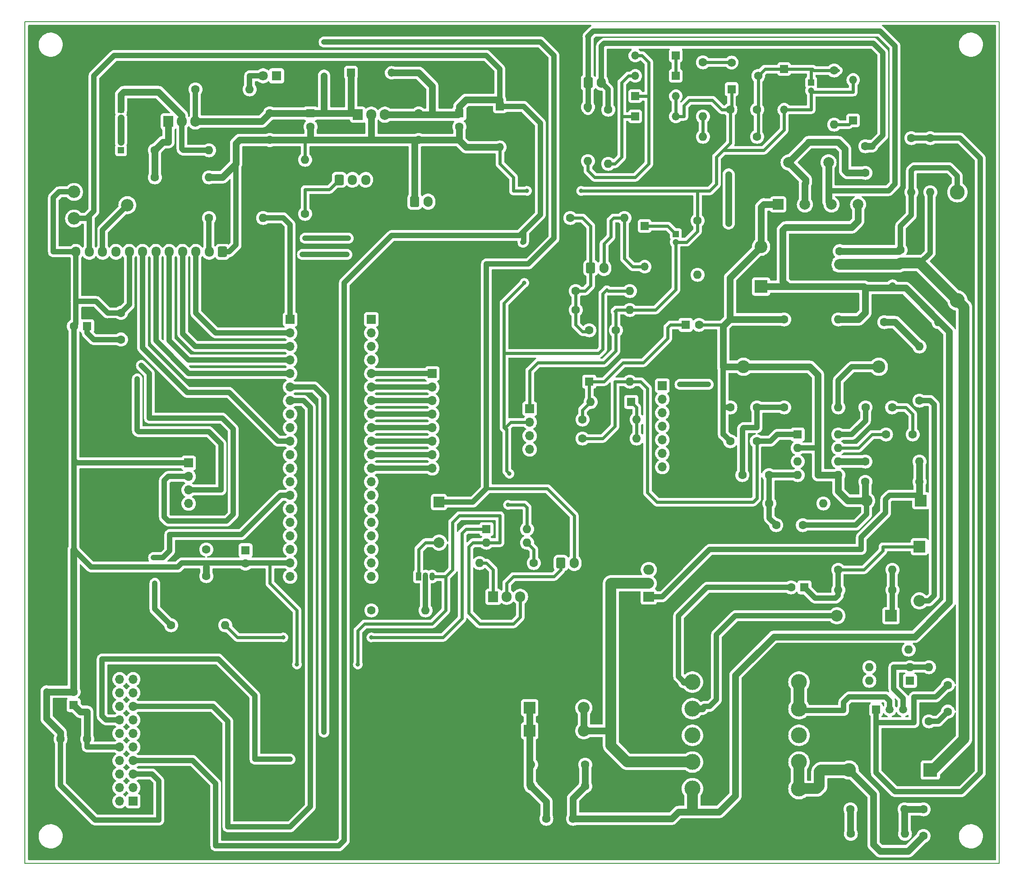
<source format=gbr>
%TF.GenerationSoftware,KiCad,Pcbnew,(6.99.0-1031-g46d719ed42)*%
%TF.CreationDate,2022-03-31T00:05:15+01:00*%
%TF.ProjectId,EnAcess PCB,456e4163-6573-4732-9050-43422e6b6963,rev?*%
%TF.SameCoordinates,Original*%
%TF.FileFunction,Copper,L2,Bot*%
%TF.FilePolarity,Positive*%
%FSLAX46Y46*%
G04 Gerber Fmt 4.6, Leading zero omitted, Abs format (unit mm)*
G04 Created by KiCad (PCBNEW (6.99.0-1031-g46d719ed42)) date 2022-03-31 00:05:15*
%MOMM*%
%LPD*%
G01*
G04 APERTURE LIST*
G04 Aperture macros list*
%AMRoundRect*
0 Rectangle with rounded corners*
0 $1 Rounding radius*
0 $2 $3 $4 $5 $6 $7 $8 $9 X,Y pos of 4 corners*
0 Add a 4 corners polygon primitive as box body*
4,1,4,$2,$3,$4,$5,$6,$7,$8,$9,$2,$3,0*
0 Add four circle primitives for the rounded corners*
1,1,$1+$1,$2,$3*
1,1,$1+$1,$4,$5*
1,1,$1+$1,$6,$7*
1,1,$1+$1,$8,$9*
0 Add four rect primitives between the rounded corners*
20,1,$1+$1,$2,$3,$4,$5,0*
20,1,$1+$1,$4,$5,$6,$7,0*
20,1,$1+$1,$6,$7,$8,$9,0*
20,1,$1+$1,$8,$9,$2,$3,0*%
G04 Aperture macros list end*
%TA.AperFunction,NonConductor*%
%ADD10C,0.200000*%
%TD*%
%TA.AperFunction,ComponentPad*%
%ADD11RoundRect,0.250000X-0.600000X-0.750000X0.600000X-0.750000X0.600000X0.750000X-0.600000X0.750000X0*%
%TD*%
%TA.AperFunction,ComponentPad*%
%ADD12O,1.700000X2.000000*%
%TD*%
%TA.AperFunction,ComponentPad*%
%ADD13R,1.700000X1.700000*%
%TD*%
%TA.AperFunction,ComponentPad*%
%ADD14O,1.700000X1.700000*%
%TD*%
%TA.AperFunction,ComponentPad*%
%ADD15C,1.600000*%
%TD*%
%TA.AperFunction,ComponentPad*%
%ADD16O,1.600000X1.600000*%
%TD*%
%TA.AperFunction,ComponentPad*%
%ADD17R,1.600000X1.600000*%
%TD*%
%TA.AperFunction,ComponentPad*%
%ADD18R,1.200000X1.200000*%
%TD*%
%TA.AperFunction,ComponentPad*%
%ADD19C,1.200000*%
%TD*%
%TA.AperFunction,ComponentPad*%
%ADD20R,2.000000X1.905000*%
%TD*%
%TA.AperFunction,ComponentPad*%
%ADD21O,2.000000X1.905000*%
%TD*%
%TA.AperFunction,ComponentPad*%
%ADD22R,1.500000X1.500000*%
%TD*%
%TA.AperFunction,ComponentPad*%
%ADD23C,1.500000*%
%TD*%
%TA.AperFunction,ComponentPad*%
%ADD24R,1.050000X1.500000*%
%TD*%
%TA.AperFunction,ComponentPad*%
%ADD25O,1.050000X1.500000*%
%TD*%
%TA.AperFunction,ComponentPad*%
%ADD26C,2.340000*%
%TD*%
%TA.AperFunction,ComponentPad*%
%ADD27RoundRect,0.250000X0.600000X0.725000X-0.600000X0.725000X-0.600000X-0.725000X0.600000X-0.725000X0*%
%TD*%
%TA.AperFunction,ComponentPad*%
%ADD28O,1.700000X1.950000*%
%TD*%
%TA.AperFunction,ComponentPad*%
%ADD29C,3.000000*%
%TD*%
%TA.AperFunction,ComponentPad*%
%ADD30O,1.500000X1.500000*%
%TD*%
%TA.AperFunction,ComponentPad*%
%ADD31R,2.200000X2.200000*%
%TD*%
%TA.AperFunction,ComponentPad*%
%ADD32O,2.200000X2.200000*%
%TD*%
%TA.AperFunction,ComponentPad*%
%ADD33C,2.000000*%
%TD*%
%TA.AperFunction,ComponentPad*%
%ADD34R,1.560000X1.560000*%
%TD*%
%TA.AperFunction,ComponentPad*%
%ADD35C,1.560000*%
%TD*%
%TA.AperFunction,ComponentPad*%
%ADD36R,1.905000X2.000000*%
%TD*%
%TA.AperFunction,ComponentPad*%
%ADD37O,1.905000X2.000000*%
%TD*%
%TA.AperFunction,ComponentPad*%
%ADD38C,2.800000*%
%TD*%
%TA.AperFunction,ComponentPad*%
%ADD39O,2.800000X2.800000*%
%TD*%
%TA.AperFunction,ComponentPad*%
%ADD40R,1.800000X1.800000*%
%TD*%
%TA.AperFunction,ComponentPad*%
%ADD41C,1.800000*%
%TD*%
%TA.AperFunction,ComponentPad*%
%ADD42C,2.400000*%
%TD*%
%TA.AperFunction,ComponentPad*%
%ADD43O,2.400000X2.400000*%
%TD*%
%TA.AperFunction,ComponentPad*%
%ADD44RoundRect,0.250000X-0.600000X-0.725000X0.600000X-0.725000X0.600000X0.725000X-0.600000X0.725000X0*%
%TD*%
%TA.AperFunction,ComponentPad*%
%ADD45R,2.000000X2.000000*%
%TD*%
%TA.AperFunction,ComponentPad*%
%ADD46R,2.400000X2.400000*%
%TD*%
%TA.AperFunction,ComponentPad*%
%ADD47O,2.600000X2.600000*%
%TD*%
%TA.AperFunction,ComponentPad*%
%ADD48R,2.600000X2.600000*%
%TD*%
%TA.AperFunction,ViaPad*%
%ADD49C,0.800000*%
%TD*%
%TA.AperFunction,Conductor*%
%ADD50C,1.000000*%
%TD*%
%TA.AperFunction,Conductor*%
%ADD51C,1.300000*%
%TD*%
%TA.AperFunction,Conductor*%
%ADD52C,0.600000*%
%TD*%
%TA.AperFunction,Conductor*%
%ADD53C,0.599948*%
%TD*%
%TA.AperFunction,Conductor*%
%ADD54C,0.999998*%
%TD*%
%TA.AperFunction,Conductor*%
%ADD55C,2.000000*%
%TD*%
G04 APERTURE END LIST*
D10*
X14224000Y-14732000D02*
X197104000Y-14732000D01*
X197104000Y-14732000D02*
X197104000Y-172720000D01*
X197104000Y-172720000D02*
X14224000Y-172720000D01*
X14224000Y-172720000D02*
X14224000Y-14732000D01*
D11*
%TO.P,J13,1,Pin_1*%
%TO.N,GND*%
X87396000Y-48506500D03*
D12*
%TO.P,J13,2,Pin_2*%
%TO.N,Net-(D19-K)*%
X89895999Y-48506499D03*
%TD*%
D13*
%TO.P,J12,1,Pin_1*%
%TO.N,GND*%
X44957999Y-97545999D03*
D14*
%TO.P,J12,2,Pin_2*%
%TO.N,Net-(J5-Pin_14)*%
X44957999Y-100085999D03*
%TO.P,J12,3,Pin_3*%
%TO.N,Net-(J5-Pin_13)*%
X44957999Y-102625999D03*
%TO.P,J12,4,Pin_4*%
%TO.N,+5V*%
X44957999Y-105165999D03*
%TD*%
D15*
%TO.P,R38,1*%
%TO.N,Net-(D19-K)*%
X169164000Y-162560000D03*
D16*
%TO.P,R38,2*%
%TO.N,Net-(C17-Pad1)*%
X179323999Y-162559999D03*
%TD*%
D15*
%TO.P,R37,1*%
%TO.N,Net-(D19-K)*%
X169242000Y-167146000D03*
D16*
%TO.P,R37,2*%
%TO.N,Net-(C17-Pad1)*%
X179401999Y-167145999D03*
%TD*%
D15*
%TO.P,C17,2*%
%TO.N,Net-(D11-+)*%
X182880000Y-167560000D03*
%TO.P,C17,1*%
%TO.N,Net-(C17-Pad1)*%
X182880000Y-162560000D03*
%TD*%
D16*
%TO.P,R31,2*%
%TO.N,Net-(Q3-S)*%
X166877999Y-87121999D03*
D15*
%TO.P,R31,1*%
%TO.N,Net-(C16-Pad2)*%
X156718000Y-87122000D03*
%TD*%
%TO.P,C15,1*%
%TO.N,Net-(J4-Pin_10)*%
X25908000Y-149352000D03*
%TO.P,C15,2*%
%TO.N,GND*%
X20908000Y-149352000D03*
%TD*%
%TO.P,R24,1*%
%TO.N,Net-(U6-REF)*%
X184150000Y-36576000D03*
D16*
%TO.P,R24,2*%
%TO.N,Net-(D19-K)*%
X184149999Y-46735999D03*
%TD*%
D15*
%TO.P,C20,2*%
%TO.N,GND*%
X67818000Y-34433000D03*
D17*
%TO.P,C20,1*%
%TO.N,Net-(D19-K)*%
X67817999Y-31932999D03*
%TD*%
D18*
%TO.P,C2,1*%
%TO.N,Net-(D3-A)*%
X136397999Y-54609999D03*
D19*
%TO.P,C2,2*%
%TO.N,GND*%
X136398000Y-56110000D03*
%TD*%
D13*
%TO.P,J6,1,Pin_1*%
%TO.N,Net-(J6-Pin_1)*%
X64002999Y-70616999D03*
D14*
%TO.P,J6,2,Pin_2*%
%TO.N,Net-(J2-Pin_3)*%
X64002999Y-73156999D03*
%TO.P,J6,3,Pin_3*%
%TO.N,Net-(J2-Pin_4)*%
X64002999Y-75696999D03*
%TO.P,J6,4,Pin_4*%
%TO.N,Net-(J2-Pin_5)*%
X64002999Y-78236999D03*
%TO.P,J6,5,Pin_5*%
%TO.N,Net-(J2-Pin_6)*%
X64002999Y-80776999D03*
%TO.P,J6,6,Pin_6*%
%TO.N,Net-(J4-Pin_14)*%
X64002999Y-83316999D03*
%TO.P,J6,7,Pin_7*%
%TO.N,Net-(J4-Pin_15)*%
X64002999Y-85856999D03*
%TO.P,J6,8,Pin_8*%
%TO.N,Net-(J6-Pin_8)*%
X64002999Y-88396999D03*
%TO.P,J6,9,Pin_9*%
%TO.N,Net-(J6-Pin_9)*%
X64002999Y-90936999D03*
%TO.P,J6,10,Pin_10*%
%TO.N,Net-(J2-Pin_7)*%
X64002999Y-93476999D03*
%TO.P,J6,11,Pin_11*%
%TO.N,Net-(J2-Pin_9)*%
X64002999Y-96016999D03*
%TO.P,J6,12,Pin_12*%
%TO.N,unconnected-(J6-Pin_12)*%
X64002999Y-98556999D03*
%TO.P,J6,13,Pin_13*%
%TO.N,unconnected-(J6-Pin_13)*%
X64002999Y-101096999D03*
%TO.P,J6,14,Pin_14*%
%TO.N,Net-(J6-Pin_14)*%
X64002999Y-103636999D03*
%TO.P,J6,15,Pin_15*%
%TO.N,Net-(J6-Pin_15)*%
X64002999Y-106176999D03*
%TO.P,J6,16,Pin_16*%
%TO.N,Net-(J1-Pin_4)*%
X64002999Y-108716999D03*
%TO.P,J6,17,Pin_17*%
%TO.N,Net-(J1-Pin_3)*%
X64002999Y-111256999D03*
%TO.P,J6,18,Pin_18*%
%TO.N,+5V*%
X64002999Y-113796999D03*
%TO.P,J6,19,Pin_19*%
%TO.N,GND*%
X64002999Y-116336999D03*
%TO.P,J6,20,Pin_20*%
%TO.N,unconnected-(J6-Pin_20)*%
X64002999Y-118876999D03*
%TD*%
D17*
%TO.P,C26,1*%
%TO.N,Net-(D17-K)*%
X160527999Y-120903999D03*
D15*
%TO.P,C26,2*%
%TO.N,Net-(D11--)*%
X158028000Y-120904000D03*
%TD*%
%TO.P,R5,1*%
%TO.N,Net-(R5-Pad1)*%
X141478000Y-22352000D03*
D16*
%TO.P,R5,2*%
%TO.N,Net-(D5-A)*%
X141477999Y-32511999D03*
%TD*%
D15*
%TO.P,C8,1*%
%TO.N,Net-(D19-K)*%
X60198000Y-31933000D03*
%TO.P,C8,2*%
%TO.N,GND*%
X60198000Y-36933000D03*
%TD*%
%TO.P,TH1,1*%
%TO.N,Net-(J8-Pin_2)*%
X171958000Y-38100000D03*
%TO.P,TH1,2*%
%TO.N,Net-(C10-Pad2)*%
X171958000Y-43100000D03*
%TD*%
D20*
%TO.P,Q3,1,G*%
%TO.N,Net-(D13-K)*%
X131317999Y-122681999D03*
D21*
%TO.P,Q3,2,D*%
%TO.N,Net-(D15-A)*%
X131317999Y-120141999D03*
%TO.P,Q3,3,S*%
%TO.N,Net-(Q3-S)*%
X131317999Y-117601999D03*
%TD*%
D15*
%TO.P,R16,1*%
%TO.N,GND*%
X140462000Y-52070000D03*
D16*
%TO.P,R16,2*%
%TO.N,Net-(D3-A)*%
X140461999Y-62229999D03*
%TD*%
D15*
%TO.P,R11,1*%
%TO.N,Net-(R11-Pad1)*%
X109728000Y-116332000D03*
D16*
%TO.P,R11,2*%
%TO.N,Net-(Q1-B)*%
X99567999Y-116331999D03*
%TD*%
D15*
%TO.P,R17,1*%
%TO.N,Net-(J9-Pin_1)*%
X66802000Y-50800000D03*
D16*
%TO.P,R17,2*%
%TO.N,GND*%
X66801999Y-40639999D03*
%TD*%
D22*
%TO.P,U6,1,REF*%
%TO.N,Net-(U6-REF)*%
X173989999Y-143869999D03*
D23*
%TO.P,U6,2,A*%
%TO.N,GND*%
X176530000Y-143870000D03*
%TO.P,U6,3,K*%
%TO.N,Net-(U6-K)*%
X179070000Y-143870000D03*
%TD*%
D15*
%TO.P,C27,1*%
%TO.N,Net-(D11-+)*%
X117094000Y-164338000D03*
%TO.P,C27,2*%
%TO.N,Net-(D15-K)*%
X112094000Y-164338000D03*
%TD*%
D13*
%TO.P,J1,1,Pin_1*%
%TO.N,GND*%
X108965999Y-87375999D03*
D14*
%TO.P,J1,2,Pin_2*%
%TO.N,+5V*%
X108965999Y-89915999D03*
%TO.P,J1,3,Pin_3*%
%TO.N,Net-(J1-Pin_3)*%
X108965999Y-92455999D03*
%TO.P,J1,4,Pin_4*%
%TO.N,Net-(J1-Pin_4)*%
X108965999Y-94995999D03*
%TD*%
D17*
%TO.P,D12,1,K*%
%TO.N,Net-(D12-K)*%
X128015999Y-86105999D03*
D16*
%TO.P,D12,2,A*%
%TO.N,Net-(D12-A)*%
X120395999Y-86105999D03*
%TD*%
D24*
%TO.P,Q2,1,C*%
%TO.N,Net-(BZ1-+)*%
X88137999Y-118871999D03*
D25*
%TO.P,Q2,2,B*%
%TO.N,Net-(Q2-B)*%
X89407999Y-118871999D03*
%TO.P,Q2,3,E*%
%TO.N,GND*%
X90677999Y-118871999D03*
%TD*%
D15*
%TO.P,R23,1*%
%TO.N,Net-(D17-A)*%
X182118000Y-85852000D03*
D16*
%TO.P,R23,2*%
%TO.N,Net-(R22-Pad1)*%
X182117999Y-75691999D03*
%TD*%
D15*
%TO.P,R34,1*%
%TO.N,Net-(D12-A)*%
X118872000Y-89408000D03*
D16*
%TO.P,R34,2*%
%TO.N,Net-(D12-K)*%
X129031999Y-89407999D03*
%TD*%
D26*
%TO.P,RV2,1,1*%
%TO.N,+5V*%
X23448000Y-51672000D03*
%TO.P,RV2,2,2*%
%TO.N,Net-(J2-Pin_10)*%
X33448000Y-49172000D03*
%TO.P,RV2,3,3*%
%TO.N,GND*%
X23448000Y-46672000D03*
%TD*%
D17*
%TO.P,C5,1*%
%TO.N,+5V*%
X25907999Y-71881999D03*
D15*
%TO.P,C5,2*%
%TO.N,GND*%
X23408000Y-71882000D03*
%TD*%
D27*
%TO.P,J2,1,Pin_1*%
%TO.N,GND*%
X51308000Y-57919500D03*
D28*
%TO.P,J2,2,Pin_2*%
%TO.N,Net-(J2-Pin_2)*%
X48807999Y-57919499D03*
%TO.P,J2,3,Pin_3*%
%TO.N,Net-(J2-Pin_3)*%
X46307999Y-57919499D03*
%TO.P,J2,4,Pin_4*%
%TO.N,Net-(J2-Pin_4)*%
X43807999Y-57919499D03*
%TO.P,J2,5,Pin_5*%
%TO.N,Net-(J2-Pin_5)*%
X41307999Y-57919499D03*
%TO.P,J2,6,Pin_6*%
%TO.N,Net-(J2-Pin_6)*%
X38807999Y-57919499D03*
%TO.P,J2,7,Pin_7*%
%TO.N,Net-(J2-Pin_7)*%
X36307999Y-57919499D03*
%TO.P,J2,8,Pin_8*%
%TO.N,GND*%
X33807999Y-57919499D03*
%TO.P,J2,9,Pin_9*%
%TO.N,Net-(J2-Pin_9)*%
X31307999Y-57919499D03*
%TO.P,J2,10,Pin_10*%
%TO.N,Net-(J2-Pin_10)*%
X28807999Y-57919499D03*
%TO.P,J2,11,Pin_11*%
%TO.N,+5V*%
X26307999Y-57919499D03*
%TO.P,J2,12,Pin_12*%
%TO.N,GND*%
X23807999Y-57919499D03*
%TD*%
D29*
%TO.P,TR1,1*%
%TO.N,Net-(D11-+)*%
X159512000Y-138684000D03*
%TO.P,TR1,2*%
%TO.N,GND*%
X159512000Y-143684000D03*
%TO.P,TR1,3*%
%TO.N,Net-(D11--)*%
X159512000Y-148684000D03*
%TO.P,TR1,4*%
%TO.N,Net-(D14-A)*%
X159512000Y-153684000D03*
%TO.P,TR1,5*%
%TO.N,Net-(D15-A)*%
X159512000Y-158684000D03*
%TO.P,TR1,6*%
%TO.N,Net-(D11-+)*%
X139512000Y-158684000D03*
%TO.P,TR1,7*%
%TO.N,N/C*%
X139512000Y-153684000D03*
%TO.P,TR1,8*%
X139512000Y-148684000D03*
%TO.P,TR1,9*%
X139512000Y-143684000D03*
%TO.P,TR1,10*%
%TO.N,Net-(D11--)*%
X139512000Y-138684000D03*
%TD*%
D15*
%TO.P,C12,1*%
%TO.N,Net-(D8-K)*%
X151638000Y-31242000D03*
%TO.P,C12,2*%
%TO.N,GND*%
X146638000Y-31242000D03*
%TD*%
%TO.P,R27,1*%
%TO.N,Net-(D11--)*%
X156718000Y-70612000D03*
D16*
%TO.P,R27,2*%
%TO.N,Net-(D11-+)*%
X166877999Y-70611999D03*
%TD*%
D22*
%TO.P,D4,1,K*%
%TO.N,Net-(D4-K)*%
X169671999Y-33278999D03*
D30*
%TO.P,D4,2,A*%
%TO.N,GND*%
X169671999Y-25658999D03*
%TD*%
D17*
%TO.P,C31,1*%
%TO.N,Net-(D12-A)*%
X138240887Y-71627999D03*
D15*
%TO.P,C31,2*%
%TO.N,Net-(D11--)*%
X140740888Y-71628000D03*
%TD*%
D18*
%TO.P,C21,1*%
%TO.N,Net-(D19-K)*%
X32257999Y-38861999D03*
D19*
%TO.P,C21,2*%
%TO.N,GND*%
X32258000Y-37362000D03*
%TD*%
D17*
%TO.P,C4,1*%
%TO.N,+5V*%
X95757999Y-31932999D03*
D15*
%TO.P,C4,2*%
%TO.N,GND*%
X95758000Y-34433000D03*
%TD*%
%TO.P,C23,1*%
%TO.N,Net-(D17-K)*%
X175848000Y-92202000D03*
%TO.P,C23,2*%
%TO.N,Net-(D11--)*%
X180848000Y-92202000D03*
%TD*%
%TO.P,R19,1*%
%TO.N,Net-(U6-REF)*%
X180594000Y-36576000D03*
D16*
%TO.P,R19,2*%
%TO.N,GND*%
X180593999Y-46735999D03*
%TD*%
D31*
%TO.P,D14,1,K*%
%TO.N,Net-(D14-K)*%
X176783999Y-126237999D03*
D32*
%TO.P,D14,2,A*%
%TO.N,Net-(D14-A)*%
X166623999Y-126237999D03*
%TD*%
D31*
%TO.P,D16,1,K*%
%TO.N,Net-(D15-K)*%
X108965999Y-143509999D03*
D32*
%TO.P,D16,2,A*%
%TO.N,Net-(D15-A)*%
X119125999Y-143509999D03*
%TD*%
D15*
%TO.P,R36,1*%
%TO.N,Net-(D19-K)*%
X190246000Y-132588000D03*
D16*
%TO.P,R36,2*%
%TO.N,Net-(R36-Pad2)*%
X180085999Y-132587999D03*
%TD*%
D18*
%TO.P,C29,1*%
%TO.N,Net-(D8-K)*%
X161797999Y-26161999D03*
D19*
%TO.P,C29,2*%
%TO.N,GND*%
X161798000Y-27662000D03*
%TD*%
D11*
%TO.P,J8,1,Pin_1*%
%TO.N,Net-(J8-Pin_1)*%
X119928000Y-26162000D03*
D12*
%TO.P,J8,2,Pin_2*%
%TO.N,Net-(J8-Pin_2)*%
X122427999Y-26161999D03*
%TD*%
D33*
%TO.P,C10,1*%
%TO.N,Net-(J8-Pin_1)*%
X165060000Y-41148000D03*
%TO.P,C10,2*%
%TO.N,Net-(C10-Pad2)*%
X157560000Y-41148000D03*
%TD*%
D15*
%TO.P,R28,1*%
%TO.N,Net-(D11--)*%
X171958000Y-101092000D03*
D16*
%TO.P,R28,2*%
%TO.N,Net-(D13-K)*%
X182117999Y-101091999D03*
%TD*%
D22*
%TO.P,D2,1,K*%
%TO.N,Net-(D19-K)*%
X75432999Y-24312999D03*
D30*
%TO.P,D2,2,A*%
%TO.N,+5V*%
X83052999Y-24312999D03*
%TD*%
D22*
%TO.P,D7,1,K*%
%TO.N,+5V*%
X136397999Y-24891999D03*
D30*
%TO.P,D7,2,A*%
%TO.N,Net-(D5-K)*%
X128777999Y-24891999D03*
%TD*%
D15*
%TO.P,R33,1*%
%TO.N,Net-(C7-Pad1)*%
X183896000Y-146050000D03*
D16*
%TO.P,R33,2*%
%TO.N,Net-(U6-K)*%
X183895999Y-135889999D03*
%TD*%
D34*
%TO.P,RV1,1,1*%
%TO.N,+5V*%
X146857999Y-27391999D03*
D35*
%TO.P,RV1,2,2*%
%TO.N,Net-(D8-K)*%
X151858000Y-24892000D03*
%TO.P,RV1,3,3*%
%TO.N,Net-(R5-Pad1)*%
X146858000Y-22392000D03*
%TD*%
D31*
%TO.P,D13,1,K*%
%TO.N,Net-(D13-K)*%
X182371999Y-104647999D03*
D32*
%TO.P,D13,2,A*%
%TO.N,Net-(D11--)*%
X172211999Y-104647999D03*
%TD*%
D11*
%TO.P,J10,1,Pin_1*%
%TO.N,Net-(J10-Pin_1)*%
X120416000Y-60952500D03*
D12*
%TO.P,J10,2,Pin_2*%
%TO.N,Net-(D3-K)*%
X122915999Y-60952499D03*
%TD*%
D17*
%TO.P,UC3843,1,COMP*%
%TO.N,Net-(D18-A)*%
X159267999Y-92211999D03*
D16*
%TO.P,UC3843,2,FB*%
%TO.N,Net-(D11--)*%
X159267999Y-94751999D03*
%TO.P,UC3843,3,CS*%
%TO.N,Net-(C16-Pad2)*%
X159267999Y-97291999D03*
%TO.P,UC3843,4,RC*%
%TO.N,Net-(U1-RC)*%
X159267999Y-99831999D03*
%TO.P,UC3843,5,GND*%
%TO.N,Net-(D11--)*%
X166887999Y-99831999D03*
%TO.P,UC3843,6,OUT*%
%TO.N,Net-(U1-OUT)*%
X166887999Y-97291999D03*
%TO.P,UC3843,7,VCC*%
%TO.N,Net-(D17-K)*%
X166887999Y-94751999D03*
%TO.P,UC3843,8,VREF*%
%TO.N,Net-(D12-K)*%
X166887999Y-92211999D03*
%TD*%
D22*
%TO.P,D3,1,K*%
%TO.N,Net-(D3-K)*%
X130555999Y-53085999D03*
D30*
%TO.P,D3,2,A*%
%TO.N,Net-(D3-A)*%
X130555999Y-60705999D03*
%TD*%
D15*
%TO.P,R1,1*%
%TO.N,Net-(J6-Pin_15)*%
X79248000Y-125222000D03*
D16*
%TO.P,R1,2*%
%TO.N,Net-(Q2-B)*%
X89407999Y-125221999D03*
%TD*%
D15*
%TO.P,C11,1*%
%TO.N,+5V*%
X48260000Y-113792000D03*
%TO.P,C11,2*%
%TO.N,GND*%
X48260000Y-118792000D03*
%TD*%
%TO.P,R8,1*%
%TO.N,Net-(J8-Pin_1)*%
X119888000Y-30734000D03*
D16*
%TO.P,R8,2*%
%TO.N,Net-(D10-A)*%
X119887999Y-40893999D03*
%TD*%
D15*
%TO.P,R29,1*%
%TO.N,Net-(U1-OUT)*%
X171958000Y-97282000D03*
D16*
%TO.P,R29,2*%
%TO.N,Net-(D13-K)*%
X182117999Y-97281999D03*
%TD*%
D15*
%TO.P,R20,1*%
%TO.N,Net-(D11-+)*%
X119380000Y-158242000D03*
D16*
%TO.P,R20,2*%
%TO.N,Net-(D15-K)*%
X109219999Y-158241999D03*
%TD*%
D15*
%TO.P,R9,1*%
%TO.N,Net-(D8-K)*%
X166116000Y-23876000D03*
D16*
%TO.P,R9,2*%
%TO.N,Net-(D4-K)*%
X166115999Y-34035999D03*
%TD*%
D36*
%TO.P,Q1,1,B*%
%TO.N,Net-(Q1-B)*%
X102107999Y-122681999D03*
D37*
%TO.P,Q1,2,C*%
%TO.N,Net-(J7-Pin_1)*%
X104647999Y-122681999D03*
%TO.P,Q1,3,E*%
%TO.N,GND*%
X107187999Y-122681999D03*
%TD*%
D11*
%TO.P,J7,1,Pin_1*%
%TO.N,Net-(J7-Pin_1)*%
X114828000Y-116324500D03*
D12*
%TO.P,J7,2,Pin_2*%
%TO.N,Net-(D19-K)*%
X117327999Y-116324499D03*
%TD*%
D38*
%TO.P,R18,1*%
%TO.N,GND*%
X189230000Y-46736000D03*
D39*
%TO.P,R18,2*%
%TO.N,Net-(D19-K)*%
X189229999Y-67055999D03*
%TD*%
D40*
%TO.P,D1,1,K*%
%TO.N,GND*%
X61467999Y-24891999D03*
D41*
%TO.P,D1,2,A*%
%TO.N,Net-(D1-A)*%
X58928000Y-24892000D03*
%TD*%
D15*
%TO.P,R6,1*%
%TO.N,Net-(J10-Pin_1)*%
X116586000Y-51562000D03*
D16*
%TO.P,R6,2*%
%TO.N,Net-(D3-K)*%
X126745999Y-51561999D03*
%TD*%
D15*
%TO.P,R3,1*%
%TO.N,Net-(D19-K)*%
X46228000Y-27432000D03*
D16*
%TO.P,R3,2*%
%TO.N,Net-(D1-A)*%
X56387999Y-27431999D03*
%TD*%
D17*
%TO.P,C3,1*%
%TO.N,Net-(J4-Pin_10)*%
X23367999Y-143001999D03*
D15*
%TO.P,C3,2*%
%TO.N,GND*%
X23368000Y-140502000D03*
%TD*%
D22*
%TO.P,D9,1,K*%
%TO.N,Net-(D10-A)*%
X128772999Y-28701999D03*
D30*
%TO.P,D9,2,A*%
%TO.N,Net-(D5-A)*%
X136392999Y-28701999D03*
%TD*%
D13*
%TO.P,J11,1,Pin_1*%
%TO.N,unconnected-(J11-Pin_1)*%
X133857999Y-83057999D03*
D14*
%TO.P,J11,2,Pin_2*%
%TO.N,unconnected-(J11-Pin_2)*%
X133857999Y-85597999D03*
%TO.P,J11,3,Pin_3*%
%TO.N,unconnected-(J11-Pin_3)*%
X133857999Y-88137999D03*
%TO.P,J11,4,Pin_4*%
%TO.N,unconnected-(J11-Pin_4)*%
X133857999Y-90677999D03*
%TO.P,J11,5,Pin_5*%
%TO.N,unconnected-(J11-Pin_5)*%
X133857999Y-93217999D03*
%TO.P,J11,6,Pin_6*%
%TO.N,unconnected-(J11-Pin_6)*%
X133857999Y-95757999D03*
%TO.P,J11,7,Pin_7*%
%TO.N,unconnected-(J11-Pin_7)*%
X133857999Y-98297999D03*
%TD*%
D15*
%TO.P,C22,1*%
%TO.N,Net-(U1-RC)*%
X155234000Y-109220000D03*
%TO.P,C22,2*%
%TO.N,Net-(D11--)*%
X160234000Y-109220000D03*
%TD*%
D42*
%TO.P,R30,1*%
%TO.N,Net-(D11--)*%
X149098000Y-79502000D03*
D43*
%TO.P,R30,2*%
%TO.N,Net-(Q3-S)*%
X174497999Y-79501999D03*
%TD*%
D31*
%TO.P,D17,1,K*%
%TO.N,Net-(D17-K)*%
X182117999Y-113283999D03*
D32*
%TO.P,D17,2,A*%
%TO.N,Net-(D17-A)*%
X182117999Y-123443999D03*
%TD*%
D15*
%TO.P,R4,1*%
%TO.N,Net-(J6-Pin_14)*%
X41656000Y-128016000D03*
D16*
%TO.P,R4,2*%
%TO.N,Net-(R4-Pad2)*%
X51815999Y-128015999D03*
%TD*%
D17*
%TO.P,U4,1*%
%TO.N,Net-(R36-Pad2)*%
X180329999Y-138434999D03*
D16*
%TO.P,U4,2*%
%TO.N,Net-(U6-K)*%
X180329999Y-135894999D03*
%TO.P,U4,3*%
%TO.N,Net-(D11--)*%
X172709999Y-135894999D03*
%TO.P,U4,4*%
%TO.N,Net-(D18-A)*%
X172709999Y-138434999D03*
%TD*%
D36*
%TO.P,U5,1,ADJ*%
%TO.N,Net-(U5-ADJ)*%
X41147999Y-33456999D03*
D37*
%TO.P,U5,2,VO*%
%TO.N,Net-(J4-Pin_10)*%
X43687999Y-33456999D03*
%TO.P,U5,3,VI*%
%TO.N,Net-(D19-K)*%
X46227999Y-33456999D03*
%TD*%
D15*
%TO.P,R15,1*%
%TO.N,Net-(J10-Pin_1)*%
X117602000Y-68834000D03*
D16*
%TO.P,R15,2*%
%TO.N,GND*%
X127761999Y-68833999D03*
%TD*%
D15*
%TO.P,R32,1*%
%TO.N,Net-(U1-RC)*%
X153924000Y-105156000D03*
D16*
%TO.P,R32,2*%
%TO.N,Net-(D12-K)*%
X164083999Y-105155999D03*
%TD*%
D22*
%TO.P,D10,1,K*%
%TO.N,+5V*%
X136392999Y-21081999D03*
D30*
%TO.P,D10,2,A*%
%TO.N,Net-(D10-A)*%
X128772999Y-21081999D03*
%TD*%
D15*
%TO.P,R14,1*%
%TO.N,Net-(U5-ADJ)*%
X38608000Y-43942000D03*
D16*
%TO.P,R14,2*%
%TO.N,GND*%
X48767999Y-43941999D03*
%TD*%
D15*
%TO.P,C24,1*%
%TO.N,Net-(D11--)*%
X146598000Y-93472000D03*
%TO.P,C24,2*%
%TO.N,Net-(D18-A)*%
X151598000Y-93472000D03*
%TD*%
D31*
%TO.P,D15,1,K*%
%TO.N,Net-(D15-K)*%
X108965999Y-147827999D03*
D32*
%TO.P,D15,2,A*%
%TO.N,Net-(D15-A)*%
X119125999Y-147827999D03*
%TD*%
D15*
%TO.P,C25,1*%
%TO.N,Net-(D12-K)*%
X171998000Y-87122000D03*
%TO.P,C25,2*%
%TO.N,Net-(D11--)*%
X176998000Y-87122000D03*
%TD*%
%TO.P,R25,1*%
%TO.N,Net-(D17-K)*%
X166878000Y-117602000D03*
D16*
%TO.P,R25,2*%
%TO.N,Net-(D14-K)*%
X177037999Y-117601999D03*
%TD*%
D44*
%TO.P,J9,1,Pin_1*%
%TO.N,Net-(J9-Pin_1)*%
X73192000Y-44404000D03*
D28*
%TO.P,J9,2,Pin_2*%
%TO.N,Net-(J6-Pin_8)*%
X75691999Y-44403999D03*
%TO.P,J9,3,Pin_3*%
%TO.N,Net-(J6-Pin_9)*%
X78191999Y-44403999D03*
%TD*%
D15*
%TO.P,R12,1*%
%TO.N,Net-(J10-Pin_1)*%
X117602000Y-65278000D03*
D16*
%TO.P,R12,2*%
%TO.N,+5V*%
X127761999Y-65277999D03*
%TD*%
D17*
%TO.P,C30,1*%
%TO.N,Net-(D19-K)*%
X178561999Y-60045676D03*
D15*
%TO.P,C30,2*%
%TO.N,GND*%
X178562000Y-57545677D03*
%TD*%
D17*
%TO.P,U3,1*%
%TO.N,Net-(R4-Pad2)*%
X100847999Y-109976999D03*
D16*
%TO.P,U3,2*%
%TO.N,GND*%
X100847999Y-112516999D03*
%TO.P,U3,3*%
%TO.N,Net-(R11-Pad1)*%
X108467999Y-112516999D03*
%TO.P,U3,4*%
%TO.N,+5V*%
X108467999Y-109976999D03*
%TD*%
D15*
%TO.P,R26,1*%
%TO.N,Net-(D14-K)*%
X177038000Y-121412000D03*
D16*
%TO.P,R26,2*%
%TO.N,Net-(D17-K)*%
X166877999Y-121411999D03*
%TD*%
D18*
%TO.P,C19,1*%
%TO.N,Net-(J4-Pin_10)*%
X32257999Y-31241999D03*
D19*
%TO.P,C19,2*%
%TO.N,GND*%
X32258000Y-32742000D03*
%TD*%
D36*
%TO.P,U2,1,IN*%
%TO.N,Net-(D19-K)*%
X76707999Y-32186999D03*
D37*
%TO.P,U2,2,GND*%
%TO.N,GND*%
X79247999Y-32186999D03*
%TO.P,U2,3,OUT*%
%TO.N,+5V*%
X81787999Y-32186999D03*
%TD*%
D22*
%TO.P,D6,1,K*%
%TO.N,+5V*%
X103377999Y-30657999D03*
D30*
%TO.P,D6,2,A*%
%TO.N,GND*%
X103377999Y-38277999D03*
%TD*%
D14*
%TO.P,J4,20,Pin_20*%
%TO.N,unconnected-(J4-Pin_20)*%
X32003999Y-138175999D03*
%TO.P,J4,19,Pin_19*%
%TO.N,unconnected-(J4-Pin_19)*%
X34543999Y-138175999D03*
%TO.P,J4,18,Pin_18*%
%TO.N,unconnected-(J4-Pin_18)*%
X32003999Y-140715999D03*
%TO.P,J4,17,Pin_17*%
%TO.N,unconnected-(J4-Pin_17)*%
X34543999Y-140715999D03*
%TO.P,J4,16,Pin_16*%
%TO.N,unconnected-(J4-Pin_16)*%
X32003999Y-143255999D03*
%TO.P,J4,15,Pin_15*%
%TO.N,Net-(J4-Pin_15)*%
X34543999Y-143255999D03*
%TO.P,J4,14,Pin_14*%
%TO.N,Net-(J4-Pin_14)*%
X32003999Y-145795999D03*
%TO.P,J4,13,Pin_13*%
%TO.N,unconnected-(J4-Pin_13)*%
X34543999Y-145795999D03*
%TO.P,J4,12,Pin_12*%
%TO.N,unconnected-(J4-Pin_12)*%
X32003999Y-148335999D03*
%TO.P,J4,11,Pin_11*%
%TO.N,unconnected-(J4-Pin_11)*%
X34543999Y-148335999D03*
%TO.P,J4,10,Pin_10*%
%TO.N,Net-(J4-Pin_10)*%
X32003999Y-150875999D03*
%TO.P,J4,9,Pin_9*%
%TO.N,unconnected-(J4-Pin_9)*%
X34543999Y-150875999D03*
%TO.P,J4,8,Pin_8*%
%TO.N,unconnected-(J4-Pin_8)*%
X32003999Y-153415999D03*
%TO.P,J4,7,Pin_7*%
%TO.N,+5V*%
X34543999Y-153415999D03*
%TO.P,J4,6,Pin_6*%
%TO.N,unconnected-(J4-Pin_6)*%
X32003999Y-155955999D03*
%TO.P,J4,5,Pin_5*%
%TO.N,GND*%
X34543999Y-155955999D03*
%TO.P,J4,4,Pin_4*%
%TO.N,unconnected-(J4-Pin_4)*%
X32003999Y-158495999D03*
%TO.P,J4,3,Pin_3*%
%TO.N,unconnected-(J4-Pin_3)*%
X34543999Y-158495999D03*
%TO.P,J4,2,Pin_2*%
%TO.N,unconnected-(J4-Pin_2)*%
X32003999Y-161035999D03*
D13*
%TO.P,J4,1,Pin_1*%
%TO.N,unconnected-(J4-Pin_1)*%
X34543999Y-161035999D03*
%TD*%
D22*
%TO.P,D5,1,K*%
%TO.N,Net-(D5-K)*%
X128767999Y-32511999D03*
D30*
%TO.P,D5,2,A*%
%TO.N,Net-(D5-A)*%
X136387999Y-32511999D03*
%TD*%
D17*
%TO.P,C6,1*%
%TO.N,+5V*%
X55625999Y-113944322D03*
D15*
%TO.P,C6,2*%
%TO.N,GND*%
X55626000Y-116444323D03*
%TD*%
D45*
%TO.P,D11,1,-*%
%TO.N,Net-(D11--)*%
X155610499Y-49039499D03*
D33*
%TO.P,D11,2*%
%TO.N,Net-(C10-Pad2)*%
X160610500Y-49039500D03*
%TO.P,D11,3*%
%TO.N,Net-(J8-Pin_1)*%
X165610500Y-49039500D03*
%TO.P,D11,4,+*%
%TO.N,Net-(D11-+)*%
X170610500Y-49039500D03*
%TD*%
D22*
%TO.P,D8,1,K*%
%TO.N,Net-(D8-K)*%
X156717999Y-23621999D03*
D30*
%TO.P,D8,2,A*%
%TO.N,GND*%
X156717999Y-31241999D03*
%TD*%
D15*
%TO.P,C14,1*%
%TO.N,+5V*%
X88138000Y-31933000D03*
%TO.P,C14,2*%
%TO.N,GND*%
X88138000Y-36933000D03*
%TD*%
%TO.P,C18,1*%
%TO.N,Net-(C16-Pad2)*%
X148884000Y-99822000D03*
%TO.P,C18,2*%
%TO.N,Net-(U1-RC)*%
X153884000Y-99822000D03*
%TD*%
D13*
%TO.P,J3,1,Pin_1*%
%TO.N,Net-(J3-Pin_1)*%
X90677999Y-80771999D03*
D14*
%TO.P,J3,2,Pin_2*%
%TO.N,Net-(J3-Pin_2)*%
X90677999Y-83311999D03*
%TO.P,J3,3,Pin_3*%
%TO.N,Net-(J3-Pin_3)*%
X90677999Y-85851999D03*
%TO.P,J3,4,Pin_4*%
%TO.N,Net-(J3-Pin_4)*%
X90677999Y-88391999D03*
%TO.P,J3,5,Pin_5*%
%TO.N,Net-(J3-Pin_5)*%
X90677999Y-90931999D03*
%TO.P,J3,6,Pin_6*%
%TO.N,Net-(J3-Pin_6)*%
X90677999Y-93471999D03*
%TO.P,J3,7,Pin_7*%
%TO.N,Net-(J3-Pin_7)*%
X90677999Y-96011999D03*
%TO.P,J3,8,Pin_8*%
%TO.N,Net-(J3-Pin_8)*%
X90677999Y-98551999D03*
%TD*%
D17*
%TO.P,D18,1,K*%
%TO.N,Net-(D12-A)*%
X120141999Y-82295999D03*
D16*
%TO.P,D18,2,A*%
%TO.N,Net-(D18-A)*%
X127761999Y-82295999D03*
%TD*%
D15*
%TO.P,R35,1*%
%TO.N,Net-(D18-A)*%
X118872000Y-92964000D03*
D16*
%TO.P,R35,2*%
%TO.N,Net-(D12-K)*%
X129031999Y-92963999D03*
%TD*%
D15*
%TO.P,C13,1*%
%TO.N,+5V*%
X32258000Y-74382000D03*
%TO.P,C13,2*%
%TO.N,GND*%
X32258000Y-69382000D03*
%TD*%
D46*
%TO.P,C9,1*%
%TO.N,Net-(D11-+)*%
X152399999Y-64455266D03*
D42*
%TO.P,C9,2*%
%TO.N,Net-(D11--)*%
X152400000Y-56955267D03*
%TD*%
D15*
%TO.P,R2,1*%
%TO.N,Net-(J2-Pin_2)*%
X48768000Y-51562000D03*
D16*
%TO.P,R2,2*%
%TO.N,Net-(J6-Pin_1)*%
X58927999Y-51561999D03*
%TD*%
D15*
%TO.P,R13,1*%
%TO.N,Net-(U5-ADJ)*%
X38608000Y-38862000D03*
D16*
%TO.P,R13,2*%
%TO.N,Net-(J4-Pin_10)*%
X48767999Y-38861999D03*
%TD*%
D15*
%TO.P,C7,1*%
%TO.N,Net-(C7-Pad1)*%
X187452000Y-144232000D03*
%TO.P,C7,2*%
%TO.N,Net-(U6-REF)*%
X187452000Y-139232000D03*
%TD*%
%TO.P,C16,1*%
%TO.N,Net-(D11--)*%
X146638000Y-87122000D03*
%TO.P,C16,2*%
%TO.N,Net-(C16-Pad2)*%
X151638000Y-87122000D03*
%TD*%
%TO.P,R21,1*%
%TO.N,Net-(D11-+)*%
X119380000Y-154178000D03*
D16*
%TO.P,R21,2*%
%TO.N,Net-(D15-K)*%
X109219999Y-154177999D03*
%TD*%
D45*
%TO.P,BZ1,1,-*%
%TO.N,Net-(D19-K)*%
X91947999Y-104911999D03*
D33*
%TO.P,BZ1,2,+*%
%TO.N,Net-(BZ1-+)*%
X91948000Y-112512000D03*
%TD*%
D15*
%TO.P,R22,1*%
%TO.N,Net-(R22-Pad1)*%
X175514000Y-71120000D03*
D16*
%TO.P,R22,2*%
%TO.N,Net-(D11-+)*%
X185673999Y-71119999D03*
%TD*%
D15*
%TO.P,C1,1*%
%TO.N,Net-(J10-Pin_1)*%
X120142000Y-72644000D03*
%TO.P,C1,2*%
%TO.N,GND*%
X125142000Y-72644000D03*
%TD*%
%TO.P,R10,1*%
%TO.N,Net-(D8-K)*%
X151638000Y-36322000D03*
D16*
%TO.P,R10,2*%
%TO.N,Net-(D5-A)*%
X141477999Y-36321999D03*
%TD*%
D15*
%TO.P,R7,1*%
%TO.N,Net-(J8-Pin_2)*%
X123698000Y-31242000D03*
D16*
%TO.P,R7,2*%
%TO.N,Net-(D5-K)*%
X123697999Y-41401999D03*
%TD*%
D47*
%TO.P,D19,2,A*%
%TO.N,Net-(D11-+)*%
X168909999Y-155193999D03*
D48*
%TO.P,D19,1,K*%
%TO.N,Net-(D19-K)*%
X184149999Y-155193999D03*
%TD*%
D17*
%TO.P,C28,1*%
%TO.N,Net-(D19-K)*%
X167131999Y-60299676D03*
D15*
%TO.P,C28,2*%
%TO.N,GND*%
X167132000Y-57799677D03*
%TD*%
D13*
%TO.P,J5,1,Pin_1*%
%TO.N,unconnected-(J5-Pin_1)*%
X79242999Y-70616999D03*
D14*
%TO.P,J5,2,Pin_2*%
%TO.N,unconnected-(J5-Pin_2)*%
X79242999Y-73156999D03*
%TO.P,J5,3,Pin_3*%
%TO.N,unconnected-(J5-Pin_3)*%
X79242999Y-75696999D03*
%TO.P,J5,4,Pin_4*%
%TO.N,unconnected-(J5-Pin_4)*%
X79242999Y-78236999D03*
%TO.P,J5,5,Pin_5*%
%TO.N,Net-(J3-Pin_1)*%
X79242999Y-80776999D03*
%TO.P,J5,6,Pin_6*%
%TO.N,Net-(J3-Pin_2)*%
X79242999Y-83316999D03*
%TO.P,J5,7,Pin_7*%
%TO.N,Net-(J3-Pin_3)*%
X79242999Y-85856999D03*
%TO.P,J5,8,Pin_8*%
%TO.N,Net-(J3-Pin_4)*%
X79242999Y-88396999D03*
%TO.P,J5,9,Pin_9*%
%TO.N,Net-(J3-Pin_5)*%
X79242999Y-90936999D03*
%TO.P,J5,10,Pin_10*%
%TO.N,Net-(J3-Pin_6)*%
X79242999Y-93476999D03*
%TO.P,J5,11,Pin_11*%
%TO.N,Net-(J3-Pin_7)*%
X79242999Y-96016999D03*
%TO.P,J5,12,Pin_12*%
%TO.N,Net-(J3-Pin_8)*%
X79242999Y-98556999D03*
%TO.P,J5,13,Pin_13*%
%TO.N,Net-(J5-Pin_13)*%
X79242999Y-101096999D03*
%TO.P,J5,14,Pin_14*%
%TO.N,Net-(J5-Pin_14)*%
X79242999Y-103636999D03*
%TO.P,J5,15,Pin_15*%
%TO.N,Net-(D4-K)*%
X79242999Y-106176999D03*
%TO.P,J5,16,Pin_16*%
%TO.N,Net-(D3-A)*%
X79242999Y-108716999D03*
%TO.P,J5,17,Pin_17*%
%TO.N,unconnected-(J5-Pin_17)*%
X79242999Y-111256999D03*
%TO.P,J5,18,Pin_18*%
%TO.N,unconnected-(J5-Pin_18)*%
X79242999Y-113796999D03*
%TO.P,J5,19,Pin_19*%
%TO.N,unconnected-(J5-Pin_19)*%
X79242999Y-116336999D03*
%TO.P,J5,20,Pin_20*%
%TO.N,unconnected-(J5-Pin_20)*%
X79242999Y-118876999D03*
%TD*%
D49*
%TO.N,Net-(D12-K)*%
X137160000Y-82804000D03*
X142494000Y-82804000D03*
%TO.N,GND*%
X146304000Y-52578000D03*
X146304000Y-43434000D03*
%TO.N,Net-(J5-Pin_14)*%
X66802000Y-55372000D03*
X36068000Y-79248000D03*
X74930000Y-55372000D03*
%TO.N,Net-(J5-Pin_13)*%
X66294000Y-58420000D03*
X35306000Y-81788000D03*
X74676000Y-58420000D03*
%TO.N,Net-(J6-Pin_14)*%
X38354000Y-115316000D03*
X38608000Y-120142000D03*
%TO.N,Net-(D19-K)*%
X70358000Y-24892000D03*
X70358000Y-18542000D03*
%TO.N,GND*%
X118618000Y-46482000D03*
X76708000Y-135382000D03*
X108458000Y-46482000D03*
X65278000Y-135382000D03*
%TO.N,+5V*%
X105156000Y-99568000D03*
X107950000Y-63754000D03*
X104902000Y-105410000D03*
X107696000Y-56134000D03*
%TO.N,Net-(J4-Pin_14)*%
X70358000Y-148082000D03*
X64008000Y-153162000D03*
%TO.N,Net-(R4-Pad2)*%
X62738000Y-130302000D03*
X79248000Y-130302000D03*
%TD*%
D50*
%TO.N,GND*%
X34544000Y-155956000D02*
X38100000Y-155956000D01*
X39370000Y-157226000D02*
X39370000Y-164592000D01*
X38100000Y-155956000D02*
X39370000Y-157226000D01*
X39370000Y-164592000D02*
X27432000Y-164592000D01*
X27432000Y-164592000D02*
X20908000Y-158068000D01*
X20908000Y-158068000D02*
X20908000Y-149352000D01*
D51*
%TO.N,Net-(D11-+)*%
X182880000Y-167560000D02*
X180006000Y-170434000D01*
X180006000Y-170434000D02*
X174752000Y-170434000D01*
X174752000Y-170434000D02*
X173482000Y-169164000D01*
X173482000Y-169164000D02*
X173482000Y-159766000D01*
X173482000Y-159766000D02*
X168910000Y-155194000D01*
%TO.N,Net-(C17-Pad1)*%
X182880000Y-162560000D02*
X179324000Y-162560000D01*
D50*
%TO.N,Net-(D11--)*%
X136906000Y-137414000D02*
X136906000Y-126238000D01*
X136906000Y-126238000D02*
X142240000Y-120904000D01*
X142240000Y-120904000D02*
X158028000Y-120904000D01*
D52*
%TO.N,+5V*%
X108966000Y-89916000D02*
X105410000Y-89916000D01*
X105410000Y-89916000D02*
X104394000Y-90932000D01*
D53*
%TO.N,Net-(R4-Pad2)*%
X62738000Y-130302000D02*
X54102000Y-130302000D01*
X54102000Y-130302000D02*
X51816000Y-128016000D01*
D50*
%TO.N,Net-(J6-Pin_14)*%
X41656000Y-128016000D02*
X38608000Y-124968000D01*
X38608000Y-124968000D02*
X38608000Y-120142000D01*
D52*
%TO.N,GND*%
X161798000Y-27662000D02*
X161798000Y-31242000D01*
X161798000Y-31242000D02*
X156718000Y-31242000D01*
D50*
X176530000Y-143870000D02*
X176530000Y-142240000D01*
X168910000Y-141478000D02*
X167894000Y-142494000D01*
X167894000Y-142494000D02*
X167894000Y-144018000D01*
X176530000Y-142240000D02*
X175768000Y-141478000D01*
X175768000Y-141478000D02*
X168910000Y-141478000D01*
X167894000Y-144018000D02*
X159846000Y-144018000D01*
%TO.N,Net-(J4-Pin_14)*%
X64003000Y-83317000D02*
X68575000Y-83317000D01*
X68580000Y-83312000D02*
X70358000Y-85090000D01*
X68575000Y-83317000D02*
X68580000Y-83312000D01*
X70358000Y-85090000D02*
X70358000Y-148082000D01*
%TO.N,GND*%
X43683000Y-116337000D02*
X64003000Y-116337000D01*
D51*
X146304000Y-52578000D02*
X146304000Y-43434000D01*
D50*
%TO.N,+5V*%
X27178000Y-50292000D02*
X26308000Y-51162000D01*
X26308000Y-51162000D02*
X26308000Y-57919500D01*
X23448000Y-51672000D02*
X25798000Y-51672000D01*
D51*
%TO.N,GND*%
X87396000Y-48506500D02*
X87396000Y-37104000D01*
X87396000Y-37104000D02*
X87376000Y-37084000D01*
%TO.N,Net-(J4-Pin_10)*%
X32258000Y-31242000D02*
X32258000Y-28448000D01*
X32258000Y-28448000D02*
X32766000Y-27940000D01*
X32766000Y-27940000D02*
X39282522Y-27940000D01*
X43688000Y-32345478D02*
X43688000Y-33457000D01*
X39282522Y-27940000D02*
X43688000Y-32345478D01*
D52*
%TO.N,GND*%
X107188000Y-122682000D02*
X107188000Y-126492000D01*
X107188000Y-126492000D02*
X105918000Y-127762000D01*
X98303000Y-112517000D02*
X100848000Y-112517000D01*
X105918000Y-127762000D02*
X99568000Y-127762000D01*
X97536000Y-125730000D02*
X97536000Y-113284000D01*
X99568000Y-127762000D02*
X97536000Y-125730000D01*
X97536000Y-113284000D02*
X98303000Y-112517000D01*
D50*
%TO.N,Net-(J4-Pin_10)*%
X43942000Y-38862000D02*
X43688000Y-38608000D01*
X48768000Y-38862000D02*
X43942000Y-38862000D01*
X43688000Y-38608000D02*
X43688000Y-33457000D01*
D51*
%TO.N,Net-(U5-ADJ)*%
X40132000Y-37338000D02*
X41148000Y-37338000D01*
X38608000Y-38862000D02*
X40132000Y-37338000D01*
X41148000Y-37338000D02*
X41148000Y-33457000D01*
D52*
%TO.N,GND*%
X108966000Y-87376000D02*
X108966000Y-80264000D01*
X108966000Y-80264000D02*
X110490000Y-78740000D01*
X110490000Y-78740000D02*
X122936000Y-78740000D01*
X122936000Y-78740000D02*
X125142000Y-76534000D01*
X125142000Y-76534000D02*
X125142000Y-72644000D01*
D50*
%TO.N,Net-(J4-Pin_14)*%
X32004000Y-145796000D02*
X29464000Y-145796000D01*
X29464000Y-145796000D02*
X28702000Y-145034000D01*
X28702000Y-145034000D02*
X28702000Y-134366000D01*
X28702000Y-134366000D02*
X50546000Y-134366000D01*
X50546000Y-134366000D02*
X57404000Y-141224000D01*
X57404000Y-141224000D02*
X57404000Y-153162000D01*
X57404000Y-153162000D02*
X64008000Y-153162000D01*
%TO.N,Net-(J4-Pin_10)*%
X32004000Y-150876000D02*
X25908000Y-150876000D01*
X25908000Y-150876000D02*
X25908000Y-149352000D01*
%TO.N,+5V*%
X34544000Y-153416000D02*
X45720000Y-153416000D01*
X45720000Y-153416000D02*
X50038000Y-157734000D01*
X50038000Y-157734000D02*
X50038000Y-169418000D01*
X50038000Y-169418000D02*
X50067489Y-169447489D01*
X50067489Y-169447489D02*
X73122511Y-169447489D01*
X73122511Y-169447489D02*
X74168000Y-168402000D01*
X74168000Y-168402000D02*
X74168000Y-63754000D01*
X83058000Y-54864000D02*
X107061000Y-54864000D01*
X74168000Y-63754000D02*
X83058000Y-54864000D01*
X107061000Y-54864000D02*
X107823000Y-54102000D01*
%TO.N,Net-(J4-Pin_15)*%
X52324000Y-146050000D02*
X52324000Y-165862000D01*
X49530000Y-143256000D02*
X52324000Y-146050000D01*
X34544000Y-143256000D02*
X49530000Y-143256000D01*
X52324000Y-165862000D02*
X64008000Y-165862000D01*
X64008000Y-165862000D02*
X67818000Y-162052000D01*
X67818000Y-162052000D02*
X67818000Y-87122000D01*
X67818000Y-87122000D02*
X66553000Y-85857000D01*
X66553000Y-85857000D02*
X64003000Y-85857000D01*
%TO.N,Net-(D12-K)*%
X142494000Y-82804000D02*
X137160000Y-82804000D01*
%TO.N,GND*%
X86614000Y-37084000D02*
X86463000Y-36933000D01*
D54*
%TO.N,Net-(D19-K)*%
X100838000Y-102362000D02*
X100838000Y-62230000D01*
X100838000Y-62230000D02*
X100838000Y-60198000D01*
D51*
%TO.N,GND*%
X79328000Y-36933000D02*
X86463000Y-36933000D01*
X86463000Y-36933000D02*
X88138000Y-36933000D01*
D50*
%TO.N,Net-(J5-Pin_14)*%
X74930000Y-55372000D02*
X66802000Y-55372000D01*
%TO.N,Net-(J6-Pin_1)*%
X58928000Y-51562000D02*
X62738000Y-51562000D01*
X64008000Y-52832000D02*
X64008000Y-68072000D01*
X62738000Y-51562000D02*
X64008000Y-52832000D01*
X64008000Y-68072000D02*
X64003000Y-68077000D01*
X64003000Y-68077000D02*
X64003000Y-70617000D01*
%TO.N,Net-(J5-Pin_14)*%
X37592000Y-80772000D02*
X36068000Y-79248000D01*
X37592000Y-84328000D02*
X37592000Y-80772000D01*
X44958000Y-100086000D02*
X41138000Y-100086000D01*
X41138000Y-100086000D02*
X40386000Y-100838000D01*
X40386000Y-100838000D02*
X40386000Y-107696000D01*
X52070000Y-108458000D02*
X53340000Y-107188000D01*
X40386000Y-107696000D02*
X41148000Y-108458000D01*
X37592000Y-89154000D02*
X37592000Y-84328000D01*
X41148000Y-108458000D02*
X52070000Y-108458000D01*
X53340000Y-107188000D02*
X53340000Y-91186000D01*
X51308000Y-89154000D02*
X37592000Y-89154000D01*
X53340000Y-91186000D02*
X51308000Y-89154000D01*
%TO.N,Net-(J6-Pin_14)*%
X64003000Y-103637000D02*
X62225000Y-103637000D01*
X62225000Y-103637000D02*
X54864000Y-110998000D01*
X41402000Y-110998000D02*
X41402000Y-114046000D01*
X54864000Y-110998000D02*
X41402000Y-110998000D01*
X41402000Y-114046000D02*
X40132000Y-115316000D01*
X40132000Y-115316000D02*
X38354000Y-115316000D01*
%TO.N,Net-(J5-Pin_13)*%
X74676000Y-58420000D02*
X66294000Y-58420000D01*
X44958000Y-102626000D02*
X51044000Y-102626000D01*
X51054000Y-93980000D02*
X48768000Y-91694000D01*
X51044000Y-102626000D02*
X51054000Y-102616000D01*
X48768000Y-91694000D02*
X35560000Y-91694000D01*
X51054000Y-102616000D02*
X51054000Y-93980000D01*
X35306000Y-91440000D02*
X35306000Y-81788000D01*
X35560000Y-91694000D02*
X35306000Y-91440000D01*
%TO.N,GND*%
X23408000Y-71882000D02*
X23408000Y-96988000D01*
X23408000Y-96988000D02*
X23408000Y-113832000D01*
X44958000Y-97546000D02*
X23966000Y-97546000D01*
X23966000Y-97546000D02*
X23408000Y-96988000D01*
%TO.N,Net-(J2-Pin_7)*%
X36308000Y-57919500D02*
X36308000Y-75932000D01*
X36308000Y-75932000D02*
X44704000Y-84328000D01*
X44704000Y-84328000D02*
X52578000Y-84328000D01*
X52578000Y-84328000D02*
X61727000Y-93477000D01*
X61727000Y-93477000D02*
X64003000Y-93477000D01*
%TO.N,GND*%
X23408000Y-113832000D02*
X26670000Y-117094000D01*
X26670000Y-117094000D02*
X42926000Y-117094000D01*
X42926000Y-117094000D02*
X43683000Y-116337000D01*
D51*
X48260000Y-118792000D02*
X48260000Y-117094000D01*
%TO.N,Net-(C17-Pad1)*%
X179324000Y-162560000D02*
X179324000Y-167068000D01*
X179324000Y-167068000D02*
X179402000Y-167146000D01*
%TO.N,Net-(D19-K)*%
X169164000Y-162560000D02*
X169164000Y-167068000D01*
X169164000Y-167068000D02*
X169242000Y-167146000D01*
X70358000Y-31242000D02*
X70358000Y-24892000D01*
D54*
X113538000Y-55372000D02*
X113538000Y-21082000D01*
D51*
X58674000Y-33457000D02*
X60198000Y-31933000D01*
D52*
X117328000Y-107422000D02*
X112268000Y-102362000D01*
D54*
X108712000Y-60198000D02*
X113538000Y-55372000D01*
X91948000Y-104912008D02*
X98287992Y-104912008D01*
X113538000Y-21082000D02*
X110998000Y-18542000D01*
D51*
X75438000Y-31933000D02*
X76454000Y-31933000D01*
X76454000Y-31933000D02*
X76708000Y-32187000D01*
X69667000Y-31933000D02*
X75438000Y-31933000D01*
D54*
X110998000Y-18542000D02*
X70358000Y-18542000D01*
D52*
X117328000Y-116324500D02*
X117328000Y-107422000D01*
D51*
X60198000Y-31933000D02*
X69667000Y-31933000D01*
X46228000Y-33457000D02*
X58674000Y-33457000D01*
D52*
X112268000Y-102362000D02*
X100838000Y-102362000D01*
D50*
X46228000Y-27432000D02*
X46228000Y-33457000D01*
D54*
X98287992Y-104912008D02*
X100838000Y-102362000D01*
D51*
X75433000Y-24313000D02*
X75433000Y-31928000D01*
X75433000Y-31928000D02*
X75438000Y-31933000D01*
D54*
X100838000Y-60198000D02*
X108712000Y-60198000D01*
D51*
%TO.N,Net-(U5-ADJ)*%
X38608000Y-43942000D02*
X38608000Y-38862000D01*
D52*
%TO.N,Net-(BZ1-+)*%
X88138000Y-118872000D02*
X88138000Y-113792000D01*
X88138000Y-113792000D02*
X89418000Y-112512000D01*
X89418000Y-112512000D02*
X91948000Y-112512000D01*
%TO.N,Net-(J10-Pin_1)*%
X117602000Y-71628000D02*
X118872000Y-72898000D01*
X116586000Y-51562000D02*
X118872000Y-51562000D01*
X120416000Y-64242000D02*
X120416000Y-60952500D01*
X119380000Y-65278000D02*
X120416000Y-64242000D01*
X117602000Y-68834000D02*
X117602000Y-65278000D01*
X118872000Y-72898000D02*
X119888000Y-72898000D01*
X117602000Y-65278000D02*
X119380000Y-65278000D01*
X117602000Y-68834000D02*
X117602000Y-71628000D01*
X118872000Y-51562000D02*
X120416000Y-53106000D01*
X120416000Y-53106000D02*
X120416000Y-60952500D01*
X119888000Y-72898000D02*
X120142000Y-72644000D01*
D51*
%TO.N,GND*%
X97033000Y-38278000D02*
X103378000Y-38278000D01*
D52*
X138406000Y-56110000D02*
X140462000Y-54054000D01*
D50*
X19558000Y-47752000D02*
X20638000Y-46672000D01*
D51*
X18288000Y-145542000D02*
X18288000Y-140462000D01*
D52*
X146638000Y-37512000D02*
X144018000Y-40132000D01*
X169672000Y-25659000D02*
X169672000Y-27940000D01*
X156718000Y-35052000D02*
X152908000Y-38862000D01*
D53*
X105918000Y-46482000D02*
X108458000Y-46482000D01*
D52*
X146858000Y-31022000D02*
X146638000Y-31242000D01*
D51*
X20908000Y-148162000D02*
X18288000Y-145542000D01*
D52*
X143256000Y-29464000D02*
X138938000Y-29464000D01*
X90678000Y-127762000D02*
X77978000Y-127762000D01*
X66802000Y-40640000D02*
X66802000Y-37036000D01*
D50*
X19565500Y-57919500D02*
X19558000Y-57912000D01*
D52*
X90678000Y-118872000D02*
X93218000Y-118872000D01*
D50*
X51308000Y-57919500D02*
X52570500Y-57919500D01*
X19558000Y-57912000D02*
X19558000Y-47752000D01*
D52*
X93218000Y-118872000D02*
X93218000Y-125222000D01*
D50*
X23808000Y-57919500D02*
X23808000Y-67242000D01*
X23808000Y-71482000D02*
X23408000Y-71882000D01*
D52*
X136398000Y-56110000D02*
X138406000Y-56110000D01*
X132588000Y-68834000D02*
X127762000Y-68834000D01*
D51*
X23368000Y-140502000D02*
X23368000Y-113872000D01*
X67738000Y-36933000D02*
X79328000Y-36933000D01*
D50*
X52570500Y-57919500D02*
X53848000Y-56642000D01*
D52*
X169672000Y-27940000D02*
X162076000Y-27940000D01*
D50*
X32258000Y-69382000D02*
X29758000Y-69382000D01*
D52*
X136398000Y-65024000D02*
X132588000Y-68834000D01*
D51*
X66699000Y-36933000D02*
X67738000Y-36933000D01*
D52*
X152908000Y-38862000D02*
X145288000Y-38862000D01*
D50*
X53848000Y-56642000D02*
X53848000Y-41402000D01*
D52*
X137922000Y-32512000D02*
X136388000Y-32512000D01*
X94488000Y-117602000D02*
X94488000Y-108712000D01*
D50*
X33808000Y-67832000D02*
X32258000Y-69382000D01*
D52*
X76708000Y-129032000D02*
X76708000Y-135382000D01*
X146638000Y-31242000D02*
X146638000Y-37512000D01*
X146858000Y-27392000D02*
X146858000Y-31022000D01*
D53*
X103378000Y-38278003D02*
X103378000Y-41402000D01*
D51*
X51308000Y-43942000D02*
X53848000Y-41402000D01*
X97028000Y-38283000D02*
X97033000Y-38278000D01*
D52*
X136398000Y-56110000D02*
X136398000Y-65024000D01*
X144018000Y-40132000D02*
X144018000Y-45212000D01*
D51*
X48768000Y-43942000D02*
X51308000Y-43942000D01*
X95758000Y-34433000D02*
X95758000Y-37013000D01*
D52*
X125222000Y-68834000D02*
X127762000Y-68834000D01*
D50*
X23808000Y-57919500D02*
X19565500Y-57919500D01*
D51*
X95758000Y-37013000D02*
X95678000Y-36933000D01*
D53*
X60192996Y-120136996D02*
X65278000Y-125222000D01*
D52*
X136393000Y-28702000D02*
X136393000Y-32507000D01*
D50*
X29758000Y-69382000D02*
X27618000Y-67242000D01*
X23808000Y-67242000D02*
X23808000Y-71482000D01*
D52*
X66802000Y-37036000D02*
X66699000Y-36933000D01*
D51*
X32258000Y-32742000D02*
X32258000Y-37362000D01*
D52*
X139954000Y-46482000D02*
X118618000Y-46482000D01*
D51*
X53848000Y-41402000D02*
X53848000Y-37592000D01*
X67818000Y-36853000D02*
X67738000Y-36933000D01*
D52*
X140462000Y-54054000D02*
X140462000Y-46482000D01*
D51*
X95758000Y-37013000D02*
X97028000Y-38283000D01*
D52*
X95758000Y-107442000D02*
X103378000Y-107442000D01*
D51*
X53848000Y-37592000D02*
X54507000Y-36933000D01*
D52*
X93218000Y-125222000D02*
X90678000Y-127762000D01*
X124968000Y-69088000D02*
X125222000Y-68834000D01*
X156718000Y-31242000D02*
X156718000Y-35052000D01*
D51*
X79248000Y-32187000D02*
X79248000Y-36853000D01*
D53*
X103378000Y-41402000D02*
X105918000Y-43942000D01*
D51*
X95678000Y-36933000D02*
X88138000Y-36933000D01*
D52*
X138938000Y-29464000D02*
X137922000Y-30480000D01*
X125142000Y-72644000D02*
X125142000Y-69262000D01*
X125142000Y-69262000D02*
X124968000Y-69088000D01*
X144018000Y-45212000D02*
X142748000Y-46482000D01*
X103378000Y-112522000D02*
X103373000Y-112517000D01*
D50*
X33808000Y-57919500D02*
X33808000Y-67832000D01*
D51*
X18328000Y-140502000D02*
X23368000Y-140502000D01*
D50*
X20638000Y-46672000D02*
X23448000Y-46672000D01*
D52*
X146638000Y-31242000D02*
X145034000Y-31242000D01*
D51*
X67818000Y-34433000D02*
X67818000Y-36853000D01*
D52*
X103378000Y-107442000D02*
X103378000Y-112522000D01*
X137922000Y-30480000D02*
X137922000Y-32512000D01*
X142748000Y-46482000D02*
X139954000Y-46482000D01*
D51*
X23368000Y-113872000D02*
X23408000Y-113832000D01*
D53*
X60192996Y-116337004D02*
X60192996Y-120136996D01*
D52*
X145034000Y-31242000D02*
X143256000Y-29464000D01*
D51*
X54507000Y-36933000D02*
X60198000Y-36933000D01*
X60198000Y-36933000D02*
X66699000Y-36933000D01*
D52*
X94488000Y-108712000D02*
X95758000Y-107442000D01*
D53*
X105918000Y-43942000D02*
X105918000Y-46482000D01*
D52*
X162076000Y-27940000D02*
X161798000Y-27662000D01*
X136393000Y-32507000D02*
X136388000Y-32512000D01*
X103373000Y-112517000D02*
X100848000Y-112517000D01*
X93218000Y-118872000D02*
X94488000Y-117602000D01*
D50*
X27618000Y-67242000D02*
X23808000Y-67242000D01*
D51*
X20908000Y-149352000D02*
X20908000Y-148162000D01*
D53*
X65278000Y-125222000D02*
X65278000Y-135382000D01*
D51*
X18288000Y-140462000D02*
X18328000Y-140502000D01*
D52*
X140462000Y-46482000D02*
X139954000Y-46482000D01*
D51*
X79248000Y-36853000D02*
X79328000Y-36933000D01*
D52*
X77978000Y-127762000D02*
X76708000Y-129032000D01*
D51*
%TO.N,Net-(J4-Pin_10)*%
X23368000Y-143002000D02*
X24638000Y-144272000D01*
X25908000Y-144272000D02*
X25908000Y-149352000D01*
X24638000Y-144272000D02*
X25908000Y-144272000D01*
%TO.N,+5V*%
X85019000Y-24313000D02*
X88138000Y-24313000D01*
D52*
X121920000Y-76962000D02*
X104394000Y-76962000D01*
D50*
X107823000Y-54102000D02*
X107823000Y-56007000D01*
X25798000Y-51672000D02*
X27178000Y-50292000D01*
D52*
X136393000Y-21082000D02*
X136393000Y-24887000D01*
D51*
X103378000Y-29393000D02*
X103378000Y-30658000D01*
X95504000Y-32187000D02*
X95758000Y-31933000D01*
D52*
X127762000Y-65278000D02*
X123698000Y-65278000D01*
D50*
X107823000Y-56007000D02*
X107696000Y-56134000D01*
D52*
X141478000Y-32512000D02*
X141478000Y-36322000D01*
X122682000Y-76200000D02*
X121920000Y-76962000D01*
D51*
X90678000Y-26853000D02*
X90678000Y-31933000D01*
D52*
X104140000Y-67564000D02*
X107950000Y-63754000D01*
X108468000Y-105928000D02*
X107950000Y-105410000D01*
D50*
X27178000Y-50292000D02*
X27178000Y-24892000D01*
D51*
X97028000Y-29393000D02*
X103378000Y-29393000D01*
D50*
X27178000Y-74422000D02*
X30988000Y-74422000D01*
X31028000Y-74382000D02*
X32258000Y-74382000D01*
X30988000Y-74422000D02*
X31028000Y-74382000D01*
D51*
X81788000Y-32187000D02*
X95504000Y-32187000D01*
D50*
X103378000Y-23622000D02*
X103378000Y-30658000D01*
D52*
X136393000Y-24887000D02*
X136398000Y-24892000D01*
D51*
X88138000Y-24313000D02*
X90678000Y-26853000D01*
D52*
X104648000Y-91186000D02*
X104394000Y-91186000D01*
X123698000Y-65278000D02*
X123444000Y-65024000D01*
X122682000Y-65786000D02*
X122682000Y-76200000D01*
D50*
X107874000Y-30658000D02*
X110998000Y-33782000D01*
X30988000Y-21082000D02*
X100838000Y-21082000D01*
D52*
X104394000Y-91186000D02*
X104140000Y-90932000D01*
D50*
X100838000Y-21082000D02*
X103378000Y-23622000D01*
X103378000Y-30658000D02*
X107874000Y-30658000D01*
D52*
X108468000Y-109977000D02*
X108468000Y-105928000D01*
D50*
X27178000Y-24892000D02*
X30988000Y-21082000D01*
D52*
X123444000Y-65024000D02*
X122682000Y-65786000D01*
D51*
X83053000Y-24313000D02*
X85019000Y-24313000D01*
D52*
X104648000Y-99060000D02*
X105156000Y-99568000D01*
D51*
X95758000Y-30663000D02*
X97028000Y-29393000D01*
D50*
X110998000Y-33782000D02*
X110998000Y-50927000D01*
X110998000Y-50927000D02*
X107823000Y-54102000D01*
X25908000Y-73152000D02*
X27178000Y-74422000D01*
D52*
X104648000Y-91186000D02*
X104648000Y-99060000D01*
D51*
X95758000Y-31933000D02*
X95758000Y-30663000D01*
D50*
X25908000Y-71882000D02*
X25908000Y-73152000D01*
D52*
X107950000Y-105410000D02*
X104902000Y-105410000D01*
X104140000Y-90932000D02*
X104140000Y-67564000D01*
D50*
%TO.N,Net-(D1-A)*%
X56388000Y-24892000D02*
X58928000Y-24892000D01*
X56388000Y-27432000D02*
X56388000Y-24892000D01*
%TO.N,Net-(J2-Pin_2)*%
X48768000Y-57879500D02*
X48808000Y-57919500D01*
X48768000Y-51562000D02*
X48768000Y-57879500D01*
%TO.N,Net-(J2-Pin_3)*%
X46308000Y-69422000D02*
X50043000Y-73157000D01*
X46308000Y-57919500D02*
X46308000Y-69422000D01*
X50043000Y-73157000D02*
X64003000Y-73157000D01*
%TO.N,Net-(J2-Pin_4)*%
X43808000Y-73272000D02*
X46233000Y-75697000D01*
X43808000Y-57919500D02*
X43808000Y-73272000D01*
X46233000Y-75697000D02*
X64003000Y-75697000D01*
%TO.N,Net-(J2-Pin_5)*%
X41308000Y-74582000D02*
X44958000Y-78232000D01*
X62743000Y-78237000D02*
X64003000Y-78237000D01*
X62738000Y-78232000D02*
X62743000Y-78237000D01*
X44958000Y-78232000D02*
X62738000Y-78232000D01*
X41308000Y-57919500D02*
X41308000Y-74582000D01*
%TO.N,Net-(J2-Pin_6)*%
X44963000Y-80777000D02*
X64003000Y-80777000D01*
X38808000Y-74622000D02*
X44963000Y-80777000D01*
X38808000Y-57919500D02*
X38808000Y-74622000D01*
%TO.N,Net-(J2-Pin_10)*%
X28808000Y-53812000D02*
X33448000Y-49172000D01*
X28808000Y-57919500D02*
X28808000Y-53812000D01*
%TO.N,Net-(J3-Pin_2)*%
X79243000Y-83317000D02*
X90673000Y-83317000D01*
X90673000Y-83317000D02*
X90678000Y-83312000D01*
D52*
%TO.N,Net-(J7-Pin_1)*%
X114828000Y-117582000D02*
X114828000Y-116324500D01*
X104648000Y-122682000D02*
X104648000Y-120142000D01*
X113538000Y-118872000D02*
X114828000Y-117582000D01*
X104648000Y-120142000D02*
X105918000Y-118872000D01*
X105918000Y-118872000D02*
X113538000Y-118872000D01*
%TO.N,Net-(D5-K)*%
X126238000Y-40132000D02*
X126238000Y-32512000D01*
X126238000Y-26162000D02*
X126238000Y-32512000D01*
X126238000Y-32512000D02*
X128768000Y-32512000D01*
X123698000Y-41402000D02*
X124968000Y-41402000D01*
X127508000Y-24892000D02*
X126238000Y-26162000D01*
X128778000Y-24892000D02*
X127508000Y-24892000D01*
X124968000Y-41402000D02*
X126238000Y-40132000D01*
%TO.N,Net-(Q1-B)*%
X99568000Y-116332000D02*
X100838000Y-116332000D01*
X100838000Y-116332000D02*
X102108000Y-117602000D01*
X102108000Y-117602000D02*
X102108000Y-122682000D01*
D50*
%TO.N,Net-(Q2-B)*%
X89408000Y-118872000D02*
X89408000Y-125222000D01*
D52*
%TO.N,Net-(R5-Pad1)*%
X146818000Y-22352000D02*
X146858000Y-22392000D01*
X141478000Y-22352000D02*
X146818000Y-22352000D01*
%TO.N,Net-(R11-Pad1)*%
X108468000Y-112517000D02*
X109728000Y-113777000D01*
X109728000Y-113777000D02*
X109728000Y-116332000D01*
%TO.N,Net-(D10-A)*%
X131318000Y-28702000D02*
X128773000Y-28702000D01*
X131318000Y-22352000D02*
X131318000Y-28702000D01*
X121158000Y-43942000D02*
X128778000Y-43942000D01*
X119888000Y-40894000D02*
X119888000Y-42672000D01*
X128773000Y-21082000D02*
X130048000Y-21082000D01*
X128778000Y-43942000D02*
X131318000Y-41402000D01*
X131318000Y-41402000D02*
X131318000Y-28702000D01*
X130048000Y-21082000D02*
X131318000Y-22352000D01*
X119888000Y-42672000D02*
X121158000Y-43942000D01*
D50*
%TO.N,Net-(J3-Pin_1)*%
X90673000Y-80777000D02*
X90678000Y-80772000D01*
X79243000Y-80777000D02*
X90673000Y-80777000D01*
%TO.N,Net-(J3-Pin_3)*%
X79243000Y-85857000D02*
X90673000Y-85857000D01*
X90673000Y-85857000D02*
X90678000Y-85852000D01*
%TO.N,Net-(J3-Pin_4)*%
X90673000Y-88397000D02*
X90678000Y-88392000D01*
X79243000Y-88397000D02*
X90673000Y-88397000D01*
%TO.N,Net-(J3-Pin_5)*%
X79243000Y-90937000D02*
X90673000Y-90937000D01*
X90673000Y-90937000D02*
X90678000Y-90932000D01*
%TO.N,Net-(J3-Pin_6)*%
X90673000Y-93477000D02*
X90678000Y-93472000D01*
X79243000Y-93477000D02*
X90673000Y-93477000D01*
%TO.N,Net-(J3-Pin_7)*%
X79243000Y-96017000D02*
X90673000Y-96017000D01*
X90673000Y-96017000D02*
X90678000Y-96012000D01*
%TO.N,Net-(J3-Pin_8)*%
X90673000Y-98557000D02*
X90678000Y-98552000D01*
X79243000Y-98557000D02*
X90673000Y-98557000D01*
%TO.N,Net-(J8-Pin_1)*%
X165060000Y-46442000D02*
X176316000Y-46442000D01*
X120396000Y-17018000D02*
X119928000Y-17486000D01*
X177546000Y-19304000D02*
X174752000Y-16510000D01*
D51*
X165060000Y-46442000D02*
X165060000Y-48489000D01*
D50*
X176316000Y-46442000D02*
X177546000Y-45212000D01*
X119928000Y-31202000D02*
X119888000Y-31242000D01*
X120904000Y-16510000D02*
X119888000Y-17526000D01*
X177546000Y-45212000D02*
X177546000Y-19304000D01*
D51*
X165060000Y-41148000D02*
X165060000Y-46442000D01*
D50*
X174752000Y-16510000D02*
X120904000Y-16510000D01*
X119928000Y-26162000D02*
X119928000Y-31202000D01*
D51*
X165060000Y-48489000D02*
X165610500Y-49039500D01*
D50*
X119928000Y-17486000D02*
X119928000Y-26162000D01*
%TO.N,Net-(J8-Pin_2)*%
X123698000Y-27432000D02*
X123698000Y-31242000D01*
X122428000Y-26162000D02*
X122428000Y-19304000D01*
X175260000Y-36068000D02*
X175260000Y-34544000D01*
X175260000Y-20574000D02*
X175260000Y-34544000D01*
X173482000Y-18796000D02*
X175260000Y-20574000D01*
X173228000Y-38100000D02*
X175260000Y-36068000D01*
D51*
X171958000Y-38100000D02*
X173228000Y-38100000D01*
D50*
X122428000Y-26162000D02*
X123698000Y-27432000D01*
X122936000Y-18796000D02*
X173482000Y-18796000D01*
X122428000Y-19304000D02*
X122936000Y-18796000D01*
D53*
%TO.N,Net-(R4-Pad2)*%
X97028000Y-109982000D02*
X96266000Y-110744000D01*
X92710000Y-130302000D02*
X79248000Y-130302000D01*
X96266000Y-110744000D02*
X96266000Y-126746000D01*
X100848008Y-109976996D02*
X97033004Y-109976996D01*
X96266000Y-126746000D02*
X92710000Y-130302000D01*
D52*
%TO.N,Net-(D3-A)*%
X130556000Y-53086000D02*
X134874000Y-53086000D01*
X134874000Y-53086000D02*
X136398000Y-54610000D01*
%TO.N,Net-(D8-K)*%
X162052000Y-23622000D02*
X161798000Y-23876000D01*
X161798000Y-24384000D02*
X161798000Y-23622000D01*
X151858000Y-36102000D02*
X151638000Y-36322000D01*
X161798000Y-26162000D02*
X161798000Y-24384000D01*
X166878000Y-23876000D02*
X162306000Y-23876000D01*
X161798000Y-23622000D02*
X156718000Y-23622000D01*
X151858000Y-24892000D02*
X151858000Y-36102000D01*
X153128000Y-23622000D02*
X156718000Y-23622000D01*
X151858000Y-24892000D02*
X153128000Y-23622000D01*
X161798000Y-23876000D02*
X161798000Y-24384000D01*
X162306000Y-23876000D02*
X162052000Y-23622000D01*
%TO.N,Net-(D3-K)*%
X128270000Y-60706000D02*
X126746000Y-59182000D01*
X124206000Y-55118000D02*
X124206000Y-52070000D01*
X130556000Y-60706000D02*
X128270000Y-60706000D01*
X122916000Y-60952500D02*
X122916000Y-56408000D01*
X126746000Y-59182000D02*
X126746000Y-51562000D01*
X124206000Y-52070000D02*
X124714000Y-51562000D01*
X124714000Y-51562000D02*
X126746000Y-51562000D01*
X122916000Y-56408000D02*
X124206000Y-55118000D01*
%TO.N,Net-(D4-K)*%
X168915000Y-34036000D02*
X169672000Y-33279000D01*
X166116000Y-34036000D02*
X168915000Y-34036000D01*
%TO.N,Net-(J9-Pin_1)*%
X66802000Y-46228000D02*
X66802000Y-50800000D01*
X71368000Y-46228000D02*
X66802000Y-46228000D01*
X73192000Y-44404000D02*
X71368000Y-46228000D01*
D51*
%TO.N,Net-(D11-+)*%
X170610500Y-52147500D02*
X169418000Y-53340000D01*
D55*
X159512000Y-158684000D02*
X162880000Y-158684000D01*
D51*
X181229000Y-130175000D02*
X154813000Y-130175000D01*
X156464000Y-63500000D02*
X157419267Y-64455267D01*
X157419267Y-64455267D02*
X171704000Y-64455267D01*
X187706000Y-123698000D02*
X181229000Y-130175000D01*
X171958000Y-64709267D02*
X179517267Y-64709267D01*
X147574000Y-160020000D02*
X144526000Y-163068000D01*
X171704000Y-64455267D02*
X171958000Y-64709267D01*
D55*
X159512000Y-153684000D02*
X159512000Y-158684000D01*
D51*
X152400000Y-64455267D02*
X157419267Y-64455267D01*
X176590733Y-64709267D02*
X171958000Y-64709267D01*
X171958000Y-69342000D02*
X171958000Y-64709267D01*
X117094000Y-160528000D02*
X119380000Y-158242000D01*
X154813000Y-130175000D02*
X147574000Y-137414000D01*
X169418000Y-53340000D02*
X156972000Y-53340000D01*
D55*
X163322000Y-158242000D02*
X163322000Y-155448000D01*
D51*
X179517267Y-64709267D02*
X187706000Y-72898000D01*
X139954000Y-163068000D02*
X136906000Y-163068000D01*
X144526000Y-163068000D02*
X139954000Y-163068000D01*
D55*
X163576000Y-155194000D02*
X168910000Y-155194000D01*
D51*
X135636000Y-164338000D02*
X117094000Y-164338000D01*
X187706000Y-72898000D02*
X187706000Y-123698000D01*
X156464000Y-53848000D02*
X156464000Y-63500000D01*
X117094000Y-164338000D02*
X117094000Y-160528000D01*
D55*
X162880000Y-158684000D02*
X163322000Y-158242000D01*
D51*
X156972000Y-53340000D02*
X156464000Y-53848000D01*
X170610500Y-49039500D02*
X170610500Y-52147500D01*
D55*
X139512000Y-158684000D02*
X139512000Y-162626000D01*
D51*
X136906000Y-163068000D02*
X135636000Y-164338000D01*
X147574000Y-137414000D02*
X147574000Y-160020000D01*
X119380000Y-154178000D02*
X119380000Y-158242000D01*
X166878000Y-70612000D02*
X170688000Y-70612000D01*
X170688000Y-70612000D02*
X171958000Y-69342000D01*
X177038000Y-64262000D02*
X176590733Y-64709267D01*
D55*
X163322000Y-155448000D02*
X163576000Y-155194000D01*
D51*
%TO.N,Net-(D11--)*%
X152400000Y-49530000D02*
X152908000Y-49022000D01*
D52*
X179578000Y-87122000D02*
X180848000Y-88392000D01*
D51*
X152400000Y-56955267D02*
X146558000Y-62797267D01*
D50*
X146598000Y-93472000D02*
X145328000Y-92202000D01*
D51*
X161544000Y-79502000D02*
X163068000Y-81026000D01*
D50*
X172212000Y-107188000D02*
X172212000Y-104648000D01*
D51*
X166888000Y-99832000D02*
X163078000Y-99832000D01*
X146558000Y-70612000D02*
X156718000Y-70612000D01*
X163078000Y-99832000D02*
X163068000Y-99822000D01*
X166888000Y-102880000D02*
X168656000Y-104648000D01*
D52*
X140740888Y-71628000D02*
X145034000Y-71628000D01*
D51*
X152400000Y-56955267D02*
X152400000Y-49530000D01*
D50*
X145288000Y-92202000D02*
X145288000Y-87122000D01*
X159268000Y-94752000D02*
X163058000Y-94752000D01*
D51*
X166888000Y-99832000D02*
X166888000Y-102880000D01*
X149098000Y-79502000D02*
X145288000Y-79502000D01*
X152908000Y-49022000D02*
X152925500Y-49039500D01*
D50*
X145328000Y-92202000D02*
X145288000Y-92202000D01*
X170180000Y-109220000D02*
X172212000Y-107188000D01*
D51*
X139512000Y-138684000D02*
X137922000Y-138684000D01*
X146558000Y-62797267D02*
X146558000Y-70612000D01*
X145288000Y-71882000D02*
X146558000Y-70612000D01*
D50*
X163058000Y-94752000D02*
X163068000Y-94742000D01*
D51*
X171958000Y-104394000D02*
X172212000Y-104648000D01*
X171958000Y-101092000D02*
X171958000Y-104394000D01*
X163068000Y-81026000D02*
X163068000Y-94742000D01*
X145288000Y-79502000D02*
X145288000Y-71882000D01*
X163068000Y-94742000D02*
X163068000Y-99822000D01*
D50*
X137922000Y-138684000D02*
X136906000Y-137668000D01*
X160234000Y-109220000D02*
X170180000Y-109220000D01*
D51*
X168656000Y-104648000D02*
X172212000Y-104648000D01*
X152925500Y-49039500D02*
X155610500Y-49039500D01*
D50*
X145288000Y-87122000D02*
X145288000Y-79502000D01*
D52*
X180848000Y-88392000D02*
X180848000Y-92202000D01*
D50*
X146638000Y-87122000D02*
X145288000Y-87122000D01*
D51*
X149098000Y-79502000D02*
X161544000Y-79502000D01*
D52*
X176998000Y-87122000D02*
X179578000Y-87122000D01*
X145034000Y-71628000D02*
X145288000Y-71882000D01*
D51*
%TO.N,Net-(C10-Pad2)*%
X171958000Y-43100000D02*
X168576000Y-43100000D01*
X168148000Y-42672000D02*
X168148000Y-38608000D01*
X168576000Y-43100000D02*
X168148000Y-42672000D01*
X166878000Y-37338000D02*
X161290000Y-37338000D01*
X160782000Y-44958000D02*
X160610500Y-45129500D01*
X161290000Y-37418000D02*
X157560000Y-41148000D01*
X157560000Y-41148000D02*
X160782000Y-44370000D01*
X160782000Y-44370000D02*
X160782000Y-44958000D01*
X161290000Y-37338000D02*
X161290000Y-37418000D01*
X160610500Y-45129500D02*
X160610500Y-49039500D01*
X168148000Y-38608000D02*
X166878000Y-37338000D01*
%TO.N,Net-(U1-OUT)*%
X171958000Y-97282000D02*
X166898000Y-97282000D01*
X166898000Y-97282000D02*
X166888000Y-97292000D01*
D50*
%TO.N,Net-(D13-K)*%
X176530000Y-103632000D02*
X182118000Y-103632000D01*
X133858000Y-122682000D02*
X142748000Y-113792000D01*
X142748000Y-113792000D02*
X171196000Y-113792000D01*
D51*
X182118000Y-103632000D02*
X182118000Y-104394000D01*
X182118000Y-104394000D02*
X182372000Y-104648000D01*
D50*
X131318000Y-122682000D02*
X133858000Y-122682000D01*
X175768000Y-104394000D02*
X176530000Y-103632000D01*
X171196000Y-111506000D02*
X175768000Y-106934000D01*
D51*
X182118000Y-97282000D02*
X182118000Y-103632000D01*
D50*
X175768000Y-106934000D02*
X175768000Y-104394000D01*
X171196000Y-113792000D02*
X171196000Y-111506000D01*
%TO.N,Net-(Q3-S)*%
X166878000Y-82042000D02*
X169418000Y-79502000D01*
X166878000Y-87122000D02*
X166878000Y-82042000D01*
X169418000Y-79502000D02*
X174498000Y-79502000D01*
%TO.N,Net-(C16-Pad2)*%
X148884000Y-99822000D02*
X148884000Y-91146000D01*
X148884000Y-91146000D02*
X149098000Y-90932000D01*
X149098000Y-90932000D02*
X151638000Y-90932000D01*
X151638000Y-87122000D02*
X156718000Y-87122000D01*
X151638000Y-90932000D02*
X151638000Y-87122000D01*
%TO.N,Net-(U1-RC)*%
X153924000Y-107910000D02*
X155234000Y-109220000D01*
X159268000Y-99832000D02*
X153894000Y-99832000D01*
X153884000Y-105116000D02*
X153924000Y-105156000D01*
X153884000Y-99822000D02*
X153884000Y-105116000D01*
X153894000Y-99832000D02*
X153884000Y-99822000D01*
X153924000Y-105156000D02*
X153924000Y-107910000D01*
%TO.N,Net-(D12-K)*%
X171998000Y-89622000D02*
X171998000Y-87122000D01*
D52*
X129032000Y-87122000D02*
X128016000Y-86106000D01*
D50*
X169408000Y-92212000D02*
X171998000Y-89622000D01*
X166888000Y-92212000D02*
X169408000Y-92212000D01*
D52*
X129032000Y-92964000D02*
X129032000Y-87122000D01*
%TO.N,Net-(D18-A)*%
X122682000Y-92964000D02*
X124968000Y-90678000D01*
D50*
X154178000Y-93472000D02*
X155448000Y-92202000D01*
D52*
X129794000Y-82296000D02*
X131064000Y-83566000D01*
D50*
X155448000Y-92202000D02*
X155458000Y-92212000D01*
D52*
X127762000Y-82296000D02*
X129794000Y-82296000D01*
X132842000Y-104902000D02*
X150876000Y-104902000D01*
X131064000Y-83566000D02*
X131064000Y-103124000D01*
D50*
X151598000Y-93472000D02*
X154178000Y-93472000D01*
D52*
X124968000Y-90678000D02*
X124968000Y-82296000D01*
X131064000Y-103124000D02*
X132842000Y-104902000D01*
X118872000Y-92964000D02*
X122682000Y-92964000D01*
X150876000Y-104902000D02*
X151598000Y-104180000D01*
X124968000Y-82296000D02*
X127762000Y-82296000D01*
X151598000Y-104180000D02*
X151598000Y-93472000D01*
D50*
X155458000Y-92212000D02*
X159268000Y-92212000D01*
D52*
%TO.N,Net-(D17-K)*%
X171704000Y-117602000D02*
X175260000Y-114046000D01*
D50*
X166878000Y-117602000D02*
X166878000Y-121412000D01*
D52*
X166878000Y-117602000D02*
X171704000Y-117602000D01*
D50*
X160528000Y-120904000D02*
X162560000Y-122936000D01*
X166370000Y-122936000D02*
X166878000Y-122428000D01*
D52*
X166888000Y-94752000D02*
X170678000Y-94752000D01*
X175260000Y-114046000D02*
X175260000Y-113284000D01*
X175260000Y-113284000D02*
X182118000Y-113284000D01*
X173228000Y-92202000D02*
X175848000Y-92202000D01*
X170678000Y-94752000D02*
X173228000Y-92202000D01*
D50*
X162560000Y-122936000D02*
X166370000Y-122936000D01*
X166878000Y-122428000D02*
X166878000Y-121412000D01*
%TO.N,Net-(D14-K)*%
X177038000Y-117602000D02*
X177038000Y-125984000D01*
X177038000Y-125984000D02*
X176784000Y-126238000D01*
D55*
%TO.N,Net-(D15-A)*%
X124206000Y-120142000D02*
X124206000Y-148082000D01*
X126238000Y-152654000D02*
X127254000Y-153670000D01*
D51*
X119126000Y-147828000D02*
X123952000Y-147828000D01*
X119126000Y-143510000D02*
X119126000Y-147828000D01*
X123952000Y-147828000D02*
X124206000Y-148082000D01*
D55*
X124206000Y-150622000D02*
X126238000Y-152654000D01*
X124206000Y-148082000D02*
X124206000Y-150622000D01*
X131318000Y-120142000D02*
X124206000Y-120142000D01*
X127268000Y-153684000D02*
X126238000Y-152654000D01*
X139512000Y-153684000D02*
X127268000Y-153684000D01*
D51*
%TO.N,Net-(D15-K)*%
X112094000Y-164338000D02*
X112094000Y-161116000D01*
X108966000Y-157988000D02*
X109220000Y-158242000D01*
X108966000Y-143510000D02*
X108966000Y-157988000D01*
X112094000Y-161116000D02*
X109220000Y-158242000D01*
D50*
%TO.N,Net-(D17-A)*%
X184912000Y-122428000D02*
X183896000Y-123444000D01*
X183896000Y-123444000D02*
X182118000Y-123444000D01*
X182118000Y-85852000D02*
X184150000Y-85852000D01*
X184150000Y-85852000D02*
X184912000Y-86614000D01*
X184912000Y-86614000D02*
X184912000Y-122428000D01*
D51*
%TO.N,Net-(R22-Pad1)*%
X177546000Y-71120000D02*
X182118000Y-75692000D01*
X175514000Y-71120000D02*
X177546000Y-71120000D01*
D52*
%TO.N,Net-(D12-A)*%
X135382000Y-71628000D02*
X134874000Y-72136000D01*
X120142000Y-85852000D02*
X120396000Y-86106000D01*
X118872000Y-87630000D02*
X120396000Y-86106000D01*
X134874000Y-72136000D02*
X134874000Y-74168000D01*
X118872000Y-89408000D02*
X118872000Y-87630000D01*
X122936000Y-82296000D02*
X124206000Y-81026000D01*
X126492000Y-78740000D02*
X123952000Y-81280000D01*
X120142000Y-82296000D02*
X120142000Y-85852000D01*
X120142000Y-82296000D02*
X122936000Y-82296000D01*
X138240888Y-71628000D02*
X135382000Y-71628000D01*
X130302000Y-78740000D02*
X126492000Y-78740000D01*
X134874000Y-74168000D02*
X130302000Y-78740000D01*
D50*
%TO.N,Net-(C7-Pad1)*%
X183896000Y-146050000D02*
X185634000Y-146050000D01*
X185634000Y-146050000D02*
X187452000Y-144232000D01*
%TO.N,Net-(U6-REF)*%
X189738000Y-36576000D02*
X184150000Y-36576000D01*
X181102000Y-141478000D02*
X185166000Y-141478000D01*
X174244000Y-146304000D02*
X181102000Y-146304000D01*
X181102000Y-146304000D02*
X181102000Y-141478000D01*
X180594000Y-36576000D02*
X184150000Y-36576000D01*
X193548000Y-40386000D02*
X189738000Y-36576000D01*
X173990000Y-146558000D02*
X174244000Y-146304000D01*
X193548000Y-155702000D02*
X193548000Y-40386000D01*
X173990000Y-143870000D02*
X173990000Y-146558000D01*
X173990000Y-155702000D02*
X177546000Y-159258000D01*
X173990000Y-143870000D02*
X173990000Y-155702000D01*
X177546000Y-159258000D02*
X189992000Y-159258000D01*
X189992000Y-159258000D02*
X193548000Y-155702000D01*
X185420000Y-141264000D02*
X187452000Y-139232000D01*
D55*
%TO.N,Net-(D19-K)*%
X178562000Y-60045677D02*
X182219677Y-60045677D01*
D51*
X178308000Y-60299677D02*
X178562000Y-60045677D01*
D55*
X184150000Y-155194000D02*
X184658000Y-155194000D01*
X182219677Y-60045677D02*
X190500000Y-68326000D01*
D50*
X184150000Y-46736000D02*
X184150000Y-58115354D01*
X184150000Y-58115354D02*
X182219677Y-60045677D01*
D55*
X167132000Y-60299677D02*
X178308000Y-60299677D01*
X190500000Y-149352000D02*
X184658000Y-155194000D01*
X190500000Y-68326000D02*
X190500000Y-149352000D01*
D50*
%TO.N,Net-(U6-K)*%
X180335000Y-135890000D02*
X180330000Y-135895000D01*
X183896000Y-135890000D02*
X180335000Y-135890000D01*
X177292000Y-135890000D02*
X177297000Y-135895000D01*
X177297000Y-135895000D02*
X180330000Y-135895000D01*
X179070000Y-143870000D02*
X179070000Y-141732000D01*
X177292000Y-139954000D02*
X177292000Y-135890000D01*
X179070000Y-141732000D02*
X177292000Y-139954000D01*
D55*
%TO.N,GND*%
X159512000Y-138684000D02*
X159512000Y-143684000D01*
D50*
X189230000Y-43688000D02*
X187706000Y-42164000D01*
X180594000Y-46736000D02*
X180594000Y-51054000D01*
X180594000Y-42672000D02*
X180594000Y-46736000D01*
D51*
X178308000Y-57799677D02*
X178562000Y-57545677D01*
X167132000Y-57799677D02*
X178308000Y-57799677D01*
D50*
X189230000Y-46736000D02*
X189230000Y-43688000D01*
X187706000Y-42164000D02*
X181102000Y-42164000D01*
X178562000Y-53086000D02*
X178562000Y-57545677D01*
X181102000Y-42164000D02*
X180594000Y-42672000D01*
X180594000Y-51054000D02*
X178562000Y-53086000D01*
D51*
%TO.N,Net-(D14-A)*%
X139512000Y-143684000D02*
X141398480Y-143684000D01*
D50*
X144018000Y-141986000D02*
X142748000Y-143256000D01*
X144018000Y-129794000D02*
X144018000Y-141986000D01*
D51*
X141398480Y-143684000D02*
X141398480Y-143589520D01*
D50*
X147574000Y-126238000D02*
X144018000Y-129794000D01*
X166624000Y-126238000D02*
X147574000Y-126238000D01*
X142748000Y-143256000D02*
X141732000Y-143256000D01*
%TD*%
%TA.AperFunction,NonConductor*%
G36*
X175366197Y-142506502D02*
G01*
X175387171Y-142523405D01*
X175484595Y-142620829D01*
X175518621Y-142683141D01*
X175521500Y-142709924D01*
X175521500Y-143076433D01*
X175498714Y-143148702D01*
X175477713Y-143178695D01*
X175422258Y-143223024D01*
X175351638Y-143230334D01*
X175288277Y-143198304D01*
X175252292Y-143137103D01*
X175248500Y-143106425D01*
X175248500Y-143071362D01*
X175241989Y-143010799D01*
X175190889Y-142873796D01*
X175149455Y-142818446D01*
X175108659Y-142763950D01*
X175103261Y-142756739D01*
X175045324Y-142713368D01*
X175002777Y-142656533D01*
X174997712Y-142585717D01*
X175031737Y-142523405D01*
X175094050Y-142489380D01*
X175120833Y-142486500D01*
X175298076Y-142486500D01*
X175366197Y-142506502D01*
G37*
%TD.AperFunction*%
%TA.AperFunction,NonConductor*%
G36*
X177654513Y-141754544D02*
G01*
X177692291Y-141780525D01*
X178024595Y-142112829D01*
X178058621Y-142175141D01*
X178061500Y-142201924D01*
X178061500Y-143076433D01*
X178038713Y-143148703D01*
X177975944Y-143238347D01*
X177973623Y-143243325D01*
X177973621Y-143243328D01*
X177914195Y-143370769D01*
X177867278Y-143424054D01*
X177799001Y-143443515D01*
X177731041Y-143422973D01*
X177685805Y-143370769D01*
X177626379Y-143243328D01*
X177626377Y-143243325D01*
X177624056Y-143238347D01*
X177561287Y-143148703D01*
X177538500Y-143076433D01*
X177538500Y-142295737D01*
X177539107Y-142283388D01*
X177542773Y-142246164D01*
X177542773Y-142246163D01*
X177543380Y-142240000D01*
X177523909Y-142042299D01*
X177482622Y-141906196D01*
X177481988Y-141835203D01*
X177519837Y-141775136D01*
X177584151Y-141745068D01*
X177654513Y-141754544D01*
G37*
%TD.AperFunction*%
%TA.AperFunction,NonConductor*%
G36*
X175457012Y-144538353D02*
G01*
X175477713Y-144561306D01*
X175557877Y-144675791D01*
X175562251Y-144682038D01*
X175717962Y-144837749D01*
X175722468Y-144840904D01*
X175722473Y-144840908D01*
X175768902Y-144873418D01*
X175898346Y-144964056D01*
X175903331Y-144966380D01*
X175903337Y-144966384D01*
X176094031Y-145055305D01*
X176147317Y-145102222D01*
X176166778Y-145170499D01*
X176146236Y-145238459D01*
X176092214Y-145284525D01*
X176040782Y-145295500D01*
X175124500Y-145295500D01*
X175056379Y-145275498D01*
X175009886Y-145221842D01*
X174998500Y-145169500D01*
X174998500Y-145124755D01*
X175018502Y-145056634D01*
X175048991Y-145023887D01*
X175096050Y-144988659D01*
X175103261Y-144983261D01*
X175153886Y-144915634D01*
X175185489Y-144873418D01*
X175185490Y-144873416D01*
X175190889Y-144866204D01*
X175241989Y-144729201D01*
X175247544Y-144677527D01*
X175248140Y-144671988D01*
X175248140Y-144671985D01*
X175248500Y-144668638D01*
X175248500Y-144633577D01*
X175268502Y-144565456D01*
X175322158Y-144518963D01*
X175392432Y-144508859D01*
X175457012Y-144538353D01*
G37*
%TD.AperFunction*%
%TA.AperFunction,NonConductor*%
G36*
X177868959Y-144317028D02*
G01*
X177914195Y-144369232D01*
X177973618Y-144496667D01*
X177973621Y-144496672D01*
X177975944Y-144501654D01*
X178030908Y-144580150D01*
X178097877Y-144675791D01*
X178102251Y-144682038D01*
X178257962Y-144837749D01*
X178262468Y-144840904D01*
X178262473Y-144840908D01*
X178308902Y-144873418D01*
X178438346Y-144964056D01*
X178443331Y-144966380D01*
X178443337Y-144966384D01*
X178634031Y-145055305D01*
X178687317Y-145102222D01*
X178706778Y-145170499D01*
X178686236Y-145238459D01*
X178632214Y-145284525D01*
X178580782Y-145295500D01*
X177019218Y-145295500D01*
X176951097Y-145275498D01*
X176904604Y-145221842D01*
X176894500Y-145151568D01*
X176923994Y-145086988D01*
X176965969Y-145055305D01*
X177156663Y-144966384D01*
X177156669Y-144966380D01*
X177161654Y-144964056D01*
X177291098Y-144873418D01*
X177337527Y-144840908D01*
X177337532Y-144840904D01*
X177342038Y-144837749D01*
X177497749Y-144682038D01*
X177502124Y-144675791D01*
X177569092Y-144580150D01*
X177624056Y-144501654D01*
X177626379Y-144496672D01*
X177626382Y-144496667D01*
X177685805Y-144369232D01*
X177732722Y-144315947D01*
X177800999Y-144296486D01*
X177868959Y-144317028D01*
G37*
%TD.AperFunction*%
%TA.AperFunction,NonConductor*%
G36*
X180021652Y-144816123D02*
G01*
X180074564Y-144863461D01*
X180093500Y-144929893D01*
X180093500Y-145169500D01*
X180073498Y-145237621D01*
X180019842Y-145284114D01*
X179967500Y-145295500D01*
X179559218Y-145295500D01*
X179491097Y-145275498D01*
X179444604Y-145221842D01*
X179434500Y-145151568D01*
X179463994Y-145086988D01*
X179505969Y-145055305D01*
X179696663Y-144966384D01*
X179696669Y-144966380D01*
X179701654Y-144964056D01*
X179882038Y-144837749D01*
X179885929Y-144833858D01*
X179886507Y-144833373D01*
X179951547Y-144804907D01*
X180021652Y-144816123D01*
G37*
%TD.AperFunction*%
%TA.AperFunction,NonConductor*%
G36*
X110145898Y-77790502D02*
G01*
X110192391Y-77844158D01*
X110202495Y-77914432D01*
X110173001Y-77979012D01*
X110136812Y-78006685D01*
X110136984Y-78006958D01*
X110114792Y-78020902D01*
X110104288Y-78027502D01*
X110091924Y-78034335D01*
X110063505Y-78048021D01*
X110063499Y-78048025D01*
X110057130Y-78051092D01*
X110051602Y-78055500D01*
X110051601Y-78055501D01*
X110026940Y-78075168D01*
X110015424Y-78083339D01*
X109982719Y-78103889D01*
X109853889Y-78232719D01*
X109853887Y-78232722D01*
X108458719Y-79627889D01*
X108329889Y-79756719D01*
X108309341Y-79789422D01*
X108301177Y-79800928D01*
X108277091Y-79831130D01*
X108260719Y-79865127D01*
X108260337Y-79865920D01*
X108253502Y-79878287D01*
X108232957Y-79910985D01*
X108227176Y-79927507D01*
X108220203Y-79947434D01*
X108214797Y-79960485D01*
X108198041Y-79995280D01*
X108196468Y-80002173D01*
X108196466Y-80002178D01*
X108189449Y-80032925D01*
X108185538Y-80046503D01*
X108172783Y-80082953D01*
X108171992Y-80089976D01*
X108171991Y-80089979D01*
X108168459Y-80121329D01*
X108166092Y-80135257D01*
X108157500Y-80172903D01*
X108157500Y-85894630D01*
X108137498Y-85962751D01*
X108083842Y-86009244D01*
X108044969Y-86019907D01*
X108006799Y-86024011D01*
X107869796Y-86075111D01*
X107862584Y-86080510D01*
X107862582Y-86080511D01*
X107783099Y-86140012D01*
X107752739Y-86162739D01*
X107747341Y-86169950D01*
X107671615Y-86271108D01*
X107665111Y-86279796D01*
X107614011Y-86416799D01*
X107607500Y-86477362D01*
X107607500Y-88274638D01*
X107614011Y-88335201D01*
X107665111Y-88472204D01*
X107670510Y-88479416D01*
X107670511Y-88479418D01*
X107718203Y-88543126D01*
X107752739Y-88589261D01*
X107869796Y-88676889D01*
X107984808Y-88719787D01*
X108041642Y-88762333D01*
X108066453Y-88828853D01*
X108051361Y-88898227D01*
X108033475Y-88923180D01*
X107901227Y-89066838D01*
X107840374Y-89103409D01*
X107808526Y-89107500D01*
X105318903Y-89107500D01*
X105312002Y-89109075D01*
X105281258Y-89116092D01*
X105267331Y-89118459D01*
X105259807Y-89119306D01*
X105235979Y-89121991D01*
X105235976Y-89121992D01*
X105228953Y-89122783D01*
X105192505Y-89135537D01*
X105178925Y-89139449D01*
X105148178Y-89146466D01*
X105148173Y-89146468D01*
X105141280Y-89148041D01*
X105134905Y-89151111D01*
X105129167Y-89153874D01*
X105059113Y-89165408D01*
X104993945Y-89137237D01*
X104954352Y-89078305D01*
X104948500Y-89040351D01*
X104948500Y-77896500D01*
X104968502Y-77828379D01*
X105022158Y-77781886D01*
X105074500Y-77770500D01*
X110077777Y-77770500D01*
X110145898Y-77790502D01*
G37*
%TD.AperFunction*%
%TA.AperFunction,NonConductor*%
G36*
X130223406Y-90254756D02*
G01*
X130253918Y-90318861D01*
X130255500Y-90338765D01*
X130255500Y-92033235D01*
X130235498Y-92101356D01*
X130181842Y-92147849D01*
X130111568Y-92157953D01*
X130046988Y-92128459D01*
X130038282Y-92119616D01*
X130038198Y-92119700D01*
X129877405Y-91958907D01*
X129843379Y-91896595D01*
X129840500Y-91869812D01*
X129840500Y-90502188D01*
X129860502Y-90434067D01*
X129877405Y-90413093D01*
X130038198Y-90252300D01*
X130039399Y-90253501D01*
X130092093Y-90218446D01*
X130163080Y-90217322D01*
X130223406Y-90254756D01*
G37*
%TD.AperFunction*%
%TA.AperFunction,NonConductor*%
G36*
X147853373Y-80680502D02*
G01*
X147870952Y-80694133D01*
X148029781Y-80841505D01*
X148100241Y-80889544D01*
X148237288Y-80982981D01*
X148241355Y-80985754D01*
X148245600Y-80987798D01*
X148245603Y-80987800D01*
X148411123Y-81067510D01*
X148472065Y-81096858D01*
X148716757Y-81172335D01*
X148721407Y-81173036D01*
X148721412Y-81173037D01*
X148829525Y-81189332D01*
X148969966Y-81210500D01*
X149226034Y-81210500D01*
X149366475Y-81189332D01*
X149474588Y-81173037D01*
X149474593Y-81173036D01*
X149479243Y-81172335D01*
X149723935Y-81096858D01*
X149728184Y-81094812D01*
X149950396Y-80987801D01*
X149950399Y-80987799D01*
X149954646Y-80985754D01*
X150153815Y-80849962D01*
X150162331Y-80844156D01*
X150162333Y-80844155D01*
X150166219Y-80841505D01*
X150325047Y-80694135D01*
X150388587Y-80662464D01*
X150410748Y-80660500D01*
X161011943Y-80660500D01*
X161080064Y-80680502D01*
X161101038Y-80697405D01*
X161872595Y-81468962D01*
X161906621Y-81531274D01*
X161909500Y-81558057D01*
X161909500Y-93617500D01*
X161889498Y-93685621D01*
X161835842Y-93732114D01*
X161783500Y-93743500D01*
X160260230Y-93743500D01*
X160192109Y-93723498D01*
X160145616Y-93669842D01*
X160135512Y-93599568D01*
X160165006Y-93534988D01*
X160216197Y-93499444D01*
X160230474Y-93494119D01*
X160314204Y-93462889D01*
X160324651Y-93455069D01*
X160424050Y-93380659D01*
X160431261Y-93375261D01*
X160489771Y-93297101D01*
X160513489Y-93265418D01*
X160513490Y-93265416D01*
X160518889Y-93258204D01*
X160569989Y-93121201D01*
X160576500Y-93060638D01*
X160576500Y-91363362D01*
X160575773Y-91356595D01*
X160571817Y-91319804D01*
X160569989Y-91302799D01*
X160518889Y-91165796D01*
X160511832Y-91156368D01*
X160451059Y-91075186D01*
X160431261Y-91048739D01*
X160350523Y-90988299D01*
X160321418Y-90966511D01*
X160321416Y-90966510D01*
X160314204Y-90961111D01*
X160177201Y-90910011D01*
X160140295Y-90906043D01*
X160119988Y-90903860D01*
X160119985Y-90903860D01*
X160116638Y-90903500D01*
X158419362Y-90903500D01*
X158416015Y-90903860D01*
X158416012Y-90903860D01*
X158395705Y-90906043D01*
X158358799Y-90910011D01*
X158221796Y-90961111D01*
X158214584Y-90966510D01*
X158214582Y-90966511D01*
X158185477Y-90988299D01*
X158104739Y-91048739D01*
X158083108Y-91077634D01*
X158026683Y-91153009D01*
X157969847Y-91195556D01*
X157925815Y-91203500D01*
X155605273Y-91203500D01*
X155592923Y-91202893D01*
X155454163Y-91189227D01*
X155448000Y-91188620D01*
X155250299Y-91208091D01*
X155060196Y-91265759D01*
X155054741Y-91268675D01*
X155054738Y-91268676D01*
X154954942Y-91322018D01*
X154884996Y-91359405D01*
X154880207Y-91363335D01*
X154880206Y-91363336D01*
X154879637Y-91363803D01*
X154855392Y-91383701D01*
X154731432Y-91485432D01*
X154703762Y-91519148D01*
X154695468Y-91528298D01*
X153797171Y-92426595D01*
X153734859Y-92460621D01*
X153708076Y-92463500D01*
X152478740Y-92463500D01*
X152406469Y-92440713D01*
X152369019Y-92414490D01*
X152254749Y-92334477D01*
X152249767Y-92332154D01*
X152249762Y-92332151D01*
X152052225Y-92240039D01*
X152052224Y-92240039D01*
X152047243Y-92237716D01*
X152041935Y-92236294D01*
X152041933Y-92236293D01*
X151831402Y-92179881D01*
X151831400Y-92179881D01*
X151826087Y-92178457D01*
X151820607Y-92177978D01*
X151815188Y-92177022D01*
X151815506Y-92175219D01*
X151757003Y-92152341D01*
X151715358Y-92094841D01*
X151711411Y-92023954D01*
X151746415Y-91962186D01*
X151809256Y-91929148D01*
X151821741Y-91927283D01*
X151829539Y-91926515D01*
X151829540Y-91926515D01*
X151835701Y-91925908D01*
X151841619Y-91924113D01*
X151841623Y-91924112D01*
X152019881Y-91870038D01*
X152019884Y-91870037D01*
X152025804Y-91868241D01*
X152031262Y-91865324D01*
X152031266Y-91865322D01*
X152195545Y-91777513D01*
X152195546Y-91777512D01*
X152201004Y-91774595D01*
X152354568Y-91648568D01*
X152480595Y-91495004D01*
X152487808Y-91481510D01*
X152571322Y-91325266D01*
X152571324Y-91325262D01*
X152574241Y-91319804D01*
X152577023Y-91310633D01*
X152630112Y-91135623D01*
X152630113Y-91135619D01*
X152631908Y-91129701D01*
X152651380Y-90932000D01*
X152647107Y-90888616D01*
X152646500Y-90876266D01*
X152646500Y-88256500D01*
X152666502Y-88188379D01*
X152720158Y-88141886D01*
X152772500Y-88130500D01*
X155837260Y-88130500D01*
X155909531Y-88153287D01*
X156061251Y-88259523D01*
X156066233Y-88261846D01*
X156066238Y-88261849D01*
X156263775Y-88353961D01*
X156268757Y-88356284D01*
X156274065Y-88357706D01*
X156274067Y-88357707D01*
X156484598Y-88414119D01*
X156484600Y-88414119D01*
X156489913Y-88415543D01*
X156718000Y-88435498D01*
X156946087Y-88415543D01*
X156951400Y-88414119D01*
X156951402Y-88414119D01*
X157161933Y-88357707D01*
X157161935Y-88357706D01*
X157167243Y-88356284D01*
X157172225Y-88353961D01*
X157369762Y-88261849D01*
X157369767Y-88261846D01*
X157374749Y-88259523D01*
X157514183Y-88161890D01*
X157557789Y-88131357D01*
X157557792Y-88131355D01*
X157562300Y-88128198D01*
X157724198Y-87966300D01*
X157728998Y-87959446D01*
X157852366Y-87783257D01*
X157855523Y-87778749D01*
X157857846Y-87773767D01*
X157857849Y-87773762D01*
X157949961Y-87576225D01*
X157949961Y-87576224D01*
X157952284Y-87571243D01*
X157955369Y-87559732D01*
X158010119Y-87355402D01*
X158010119Y-87355400D01*
X158011543Y-87350087D01*
X158031498Y-87122000D01*
X158011543Y-86893913D01*
X158007950Y-86880502D01*
X157953707Y-86678067D01*
X157953706Y-86678065D01*
X157952284Y-86672757D01*
X157945841Y-86658940D01*
X157857849Y-86470238D01*
X157857846Y-86470233D01*
X157855523Y-86465251D01*
X157776550Y-86352466D01*
X157727357Y-86282211D01*
X157727355Y-86282208D01*
X157724198Y-86277700D01*
X157562300Y-86115802D01*
X157557792Y-86112645D01*
X157557789Y-86112643D01*
X157461747Y-86045394D01*
X157374749Y-85984477D01*
X157369767Y-85982154D01*
X157369762Y-85982151D01*
X157172225Y-85890039D01*
X157172224Y-85890039D01*
X157167243Y-85887716D01*
X157161935Y-85886294D01*
X157161933Y-85886293D01*
X156951402Y-85829881D01*
X156951400Y-85829881D01*
X156946087Y-85828457D01*
X156718000Y-85808502D01*
X156489913Y-85828457D01*
X156484600Y-85829881D01*
X156484598Y-85829881D01*
X156274067Y-85886293D01*
X156274065Y-85886294D01*
X156268757Y-85887716D01*
X156263776Y-85890039D01*
X156263775Y-85890039D01*
X156066238Y-85982151D01*
X156066233Y-85982154D01*
X156061251Y-85984477D01*
X155988306Y-86035554D01*
X155909531Y-86090713D01*
X155837260Y-86113500D01*
X152518740Y-86113500D01*
X152446469Y-86090713D01*
X152367694Y-86035554D01*
X152294749Y-85984477D01*
X152289767Y-85982154D01*
X152289762Y-85982151D01*
X152092225Y-85890039D01*
X152092224Y-85890039D01*
X152087243Y-85887716D01*
X152081935Y-85886294D01*
X152081933Y-85886293D01*
X151871402Y-85829881D01*
X151871400Y-85829881D01*
X151866087Y-85828457D01*
X151638000Y-85808502D01*
X151409913Y-85828457D01*
X151404600Y-85829881D01*
X151404598Y-85829881D01*
X151194067Y-85886293D01*
X151194065Y-85886294D01*
X151188757Y-85887716D01*
X151183776Y-85890039D01*
X151183775Y-85890039D01*
X150986238Y-85982151D01*
X150986233Y-85982154D01*
X150981251Y-85984477D01*
X150894253Y-86045394D01*
X150798211Y-86112643D01*
X150798208Y-86112645D01*
X150793700Y-86115802D01*
X150631802Y-86277700D01*
X150628645Y-86282208D01*
X150628643Y-86282211D01*
X150579450Y-86352466D01*
X150500477Y-86465251D01*
X150498154Y-86470233D01*
X150498151Y-86470238D01*
X150410159Y-86658940D01*
X150403716Y-86672757D01*
X150402294Y-86678065D01*
X150402293Y-86678067D01*
X150348050Y-86880502D01*
X150344457Y-86893913D01*
X150324502Y-87122000D01*
X150344457Y-87350087D01*
X150345881Y-87355400D01*
X150345881Y-87355402D01*
X150400632Y-87559732D01*
X150403716Y-87571243D01*
X150406039Y-87576224D01*
X150406039Y-87576225D01*
X150498151Y-87773762D01*
X150498154Y-87773767D01*
X150500477Y-87778749D01*
X150503634Y-87783257D01*
X150606713Y-87930469D01*
X150629500Y-88002740D01*
X150629500Y-89797500D01*
X150609498Y-89865621D01*
X150555842Y-89912114D01*
X150503500Y-89923500D01*
X149153737Y-89923500D01*
X149141388Y-89922893D01*
X149104164Y-89919227D01*
X149104163Y-89919227D01*
X149098000Y-89918620D01*
X148900300Y-89938091D01*
X148894375Y-89939888D01*
X148894372Y-89939889D01*
X148767865Y-89978265D01*
X148767864Y-89978266D01*
X148710196Y-89995759D01*
X148704742Y-89998674D01*
X148704740Y-89998675D01*
X148590454Y-90059762D01*
X148534996Y-90089405D01*
X148381432Y-90215432D01*
X148377510Y-90220211D01*
X148353766Y-90249143D01*
X148345462Y-90258304D01*
X148210304Y-90393462D01*
X148201143Y-90401766D01*
X148167432Y-90429432D01*
X148041405Y-90582996D01*
X148038488Y-90588454D01*
X148038487Y-90588455D01*
X147966355Y-90723405D01*
X147966355Y-90723406D01*
X147947759Y-90758196D01*
X147890091Y-90948299D01*
X147870620Y-91146000D01*
X147871227Y-91152163D01*
X147871227Y-91152164D01*
X147874893Y-91189388D01*
X147875500Y-91201737D01*
X147875500Y-92615538D01*
X147855498Y-92683659D01*
X147801842Y-92730152D01*
X147731568Y-92740256D01*
X147666988Y-92710762D01*
X147646287Y-92687809D01*
X147607357Y-92632211D01*
X147607355Y-92632208D01*
X147604198Y-92627700D01*
X147442300Y-92465802D01*
X147437792Y-92462645D01*
X147437789Y-92462643D01*
X147347898Y-92399701D01*
X147254749Y-92334477D01*
X147249767Y-92332154D01*
X147249762Y-92332151D01*
X147052225Y-92240039D01*
X147052224Y-92240039D01*
X147047243Y-92237716D01*
X147041935Y-92236294D01*
X147041933Y-92236293D01*
X146936950Y-92208163D01*
X146826087Y-92178457D01*
X146767229Y-92173308D01*
X146701112Y-92147445D01*
X146689116Y-92136882D01*
X146333405Y-91781171D01*
X146299379Y-91718859D01*
X146296500Y-91692076D01*
X146296500Y-88543126D01*
X146316502Y-88475005D01*
X146370158Y-88428512D01*
X146433482Y-88417605D01*
X146638000Y-88435498D01*
X146866087Y-88415543D01*
X146871400Y-88414119D01*
X146871402Y-88414119D01*
X147081933Y-88357707D01*
X147081935Y-88357706D01*
X147087243Y-88356284D01*
X147092225Y-88353961D01*
X147289762Y-88261849D01*
X147289767Y-88261846D01*
X147294749Y-88259523D01*
X147434183Y-88161890D01*
X147477789Y-88131357D01*
X147477792Y-88131355D01*
X147482300Y-88128198D01*
X147644198Y-87966300D01*
X147648998Y-87959446D01*
X147772366Y-87783257D01*
X147775523Y-87778749D01*
X147777846Y-87773767D01*
X147777849Y-87773762D01*
X147869961Y-87576225D01*
X147869961Y-87576224D01*
X147872284Y-87571243D01*
X147875369Y-87559732D01*
X147930119Y-87355402D01*
X147930119Y-87355400D01*
X147931543Y-87350087D01*
X147951498Y-87122000D01*
X147931543Y-86893913D01*
X147927950Y-86880502D01*
X147873707Y-86678067D01*
X147873706Y-86678065D01*
X147872284Y-86672757D01*
X147865841Y-86658940D01*
X147777849Y-86470238D01*
X147777846Y-86470233D01*
X147775523Y-86465251D01*
X147696550Y-86352466D01*
X147647357Y-86282211D01*
X147647355Y-86282208D01*
X147644198Y-86277700D01*
X147482300Y-86115802D01*
X147477792Y-86112645D01*
X147477789Y-86112643D01*
X147381747Y-86045394D01*
X147294749Y-85984477D01*
X147289767Y-85982154D01*
X147289762Y-85982151D01*
X147092225Y-85890039D01*
X147092224Y-85890039D01*
X147087243Y-85887716D01*
X147081935Y-85886294D01*
X147081933Y-85886293D01*
X146871402Y-85829881D01*
X146871400Y-85829881D01*
X146866087Y-85828457D01*
X146638000Y-85808502D01*
X146433482Y-85826395D01*
X146363877Y-85812406D01*
X146312884Y-85763006D01*
X146296500Y-85700874D01*
X146296500Y-80786500D01*
X146316502Y-80718379D01*
X146370158Y-80671886D01*
X146422500Y-80660500D01*
X147785252Y-80660500D01*
X147853373Y-80680502D01*
G37*
%TD.AperFunction*%
%TA.AperFunction,NonConductor*%
G36*
X157993936Y-93240502D02*
G01*
X158026683Y-93270991D01*
X158046229Y-93297101D01*
X158104739Y-93375261D01*
X158111950Y-93380659D01*
X158211350Y-93455069D01*
X158221796Y-93462889D01*
X158358799Y-93513989D01*
X158368195Y-93514999D01*
X158369325Y-93515467D01*
X158374305Y-93516644D01*
X158374114Y-93517451D01*
X158433786Y-93542164D01*
X158474280Y-93600480D01*
X158476818Y-93671431D01*
X158440593Y-93732491D01*
X158432421Y-93739105D01*
X158432424Y-93739108D01*
X158428211Y-93742643D01*
X158423700Y-93745802D01*
X158261802Y-93907700D01*
X158258645Y-93912208D01*
X158258643Y-93912211D01*
X158238750Y-93940621D01*
X158130477Y-94095251D01*
X158128154Y-94100233D01*
X158128151Y-94100238D01*
X158055430Y-94256191D01*
X158033716Y-94302757D01*
X158032294Y-94308065D01*
X158032293Y-94308067D01*
X157975881Y-94518598D01*
X157974457Y-94523913D01*
X157954502Y-94752000D01*
X157974457Y-94980087D01*
X157975881Y-94985400D01*
X157975881Y-94985402D01*
X158007886Y-95104843D01*
X158033716Y-95201243D01*
X158036039Y-95206224D01*
X158036039Y-95206225D01*
X158128151Y-95403762D01*
X158128154Y-95403767D01*
X158130477Y-95408749D01*
X158192829Y-95497797D01*
X158250001Y-95579446D01*
X158261802Y-95596300D01*
X158423700Y-95758198D01*
X158428208Y-95761355D01*
X158428211Y-95761357D01*
X158480297Y-95797828D01*
X158611251Y-95889523D01*
X158616233Y-95891846D01*
X158616238Y-95891849D01*
X158650457Y-95907805D01*
X158703742Y-95954722D01*
X158723203Y-96022999D01*
X158702661Y-96090959D01*
X158650457Y-96136195D01*
X158616238Y-96152151D01*
X158616233Y-96152154D01*
X158611251Y-96154477D01*
X158554791Y-96194011D01*
X158428211Y-96282643D01*
X158428208Y-96282645D01*
X158423700Y-96285802D01*
X158261802Y-96447700D01*
X158258645Y-96452208D01*
X158258643Y-96452211D01*
X158249593Y-96465136D01*
X158130477Y-96635251D01*
X158128154Y-96640233D01*
X158128151Y-96640238D01*
X158040702Y-96827775D01*
X158033716Y-96842757D01*
X158032294Y-96848065D01*
X158032293Y-96848067D01*
X157975881Y-97058598D01*
X157974457Y-97063913D01*
X157954502Y-97292000D01*
X157974457Y-97520087D01*
X157975881Y-97525400D01*
X157975881Y-97525402D01*
X158029614Y-97725933D01*
X158033716Y-97741243D01*
X158036039Y-97746224D01*
X158036039Y-97746225D01*
X158128151Y-97943762D01*
X158128154Y-97943767D01*
X158130477Y-97948749D01*
X158133634Y-97953257D01*
X158257529Y-98130197D01*
X158261802Y-98136300D01*
X158423700Y-98298198D01*
X158428208Y-98301355D01*
X158428211Y-98301357D01*
X158480297Y-98337828D01*
X158611251Y-98429523D01*
X158616233Y-98431846D01*
X158616238Y-98431849D01*
X158650457Y-98447805D01*
X158703742Y-98494722D01*
X158723203Y-98562999D01*
X158702661Y-98630959D01*
X158650457Y-98676195D01*
X158616238Y-98692151D01*
X158616233Y-98692154D01*
X158611251Y-98694477D01*
X158468708Y-98794287D01*
X158459531Y-98800713D01*
X158387260Y-98823500D01*
X154779022Y-98823500D01*
X154706751Y-98800713D01*
X154545258Y-98687634D01*
X154545256Y-98687633D01*
X154540749Y-98684477D01*
X154535767Y-98682154D01*
X154535762Y-98682151D01*
X154338225Y-98590039D01*
X154338224Y-98590039D01*
X154333243Y-98587716D01*
X154327935Y-98586294D01*
X154327933Y-98586293D01*
X154117402Y-98529881D01*
X154117400Y-98529881D01*
X154112087Y-98528457D01*
X153884000Y-98508502D01*
X153655913Y-98528457D01*
X153650600Y-98529881D01*
X153650598Y-98529881D01*
X153440067Y-98586293D01*
X153440065Y-98586294D01*
X153434757Y-98587716D01*
X153429776Y-98590039D01*
X153429775Y-98590039D01*
X153232238Y-98682151D01*
X153232233Y-98682154D01*
X153227251Y-98684477D01*
X153140253Y-98745394D01*
X153044211Y-98812643D01*
X153044208Y-98812645D01*
X153039700Y-98815802D01*
X152877802Y-98977700D01*
X152874645Y-98982208D01*
X152874643Y-98982211D01*
X152836438Y-99036774D01*
X152746477Y-99165251D01*
X152744154Y-99170233D01*
X152744151Y-99170238D01*
X152667280Y-99335091D01*
X152649716Y-99372757D01*
X152649581Y-99372694D01*
X152608806Y-99428073D01*
X152542485Y-99453411D01*
X152472993Y-99438870D01*
X152422395Y-99389067D01*
X152406500Y-99327807D01*
X152406500Y-94606500D01*
X152426502Y-94538379D01*
X152480158Y-94491886D01*
X152532500Y-94480500D01*
X154122263Y-94480500D01*
X154134612Y-94481107D01*
X154171836Y-94484773D01*
X154171837Y-94484773D01*
X154178000Y-94485380D01*
X154375701Y-94465909D01*
X154565804Y-94408241D01*
X154571259Y-94405325D01*
X154571262Y-94405324D01*
X154600329Y-94389787D01*
X154735545Y-94317513D01*
X154735546Y-94317512D01*
X154741004Y-94314595D01*
X154894568Y-94188568D01*
X154922053Y-94155078D01*
X154922234Y-94154857D01*
X154930538Y-94145696D01*
X155818829Y-93257405D01*
X155881141Y-93223379D01*
X155907924Y-93220500D01*
X157925815Y-93220500D01*
X157993936Y-93240502D01*
G37*
%TD.AperFunction*%
%TA.AperFunction,NonConductor*%
G36*
X136884537Y-72456502D02*
G01*
X136931030Y-72510158D01*
X136938259Y-72531247D01*
X136938899Y-72537201D01*
X136989999Y-72674204D01*
X136995398Y-72681416D01*
X136995399Y-72681418D01*
X137020077Y-72714384D01*
X137077627Y-72791261D01*
X137084838Y-72796659D01*
X137185598Y-72872087D01*
X137194684Y-72878889D01*
X137331687Y-72929989D01*
X137368593Y-72933957D01*
X137388900Y-72936140D01*
X137388903Y-72936140D01*
X137392250Y-72936500D01*
X139089526Y-72936500D01*
X139092873Y-72936140D01*
X139092876Y-72936140D01*
X139113183Y-72933957D01*
X139150089Y-72929989D01*
X139287092Y-72878889D01*
X139296179Y-72872087D01*
X139396938Y-72796659D01*
X139404149Y-72791261D01*
X139461699Y-72714384D01*
X139486377Y-72681418D01*
X139486378Y-72681416D01*
X139491777Y-72674204D01*
X139542877Y-72537201D01*
X139545183Y-72538061D01*
X139574293Y-72486930D01*
X139637199Y-72454017D01*
X139707914Y-72460337D01*
X139750888Y-72488498D01*
X139896588Y-72634198D01*
X139901096Y-72637355D01*
X139901099Y-72637357D01*
X139931013Y-72658303D01*
X140084139Y-72765523D01*
X140089121Y-72767846D01*
X140089126Y-72767849D01*
X140219964Y-72828859D01*
X140291645Y-72862284D01*
X140296953Y-72863706D01*
X140296955Y-72863707D01*
X140507486Y-72920119D01*
X140507488Y-72920119D01*
X140512801Y-72921543D01*
X140740888Y-72941498D01*
X140968975Y-72921543D01*
X140974288Y-72920119D01*
X140974290Y-72920119D01*
X141184821Y-72863707D01*
X141184823Y-72863706D01*
X141190131Y-72862284D01*
X141261812Y-72828859D01*
X141392650Y-72767849D01*
X141392655Y-72767846D01*
X141397637Y-72765523D01*
X141550763Y-72658303D01*
X141580677Y-72637357D01*
X141580680Y-72637355D01*
X141585188Y-72634198D01*
X141745981Y-72473405D01*
X141808293Y-72439379D01*
X141835076Y-72436500D01*
X144003500Y-72436500D01*
X144071621Y-72456502D01*
X144118114Y-72510158D01*
X144129500Y-72562500D01*
X144129500Y-79609351D01*
X144133338Y-79629880D01*
X144138313Y-79656498D01*
X144139920Y-79668024D01*
X144143808Y-79709980D01*
X144143810Y-79709991D01*
X144144347Y-79715786D01*
X144145941Y-79721387D01*
X144145941Y-79721389D01*
X144157472Y-79761914D01*
X144160138Y-79773248D01*
X144167879Y-79814665D01*
X144167881Y-79814671D01*
X144168951Y-79820397D01*
X144171057Y-79825833D01*
X144171058Y-79825837D01*
X144186279Y-79865127D01*
X144189977Y-79876158D01*
X144203103Y-79922291D01*
X144205699Y-79927504D01*
X144205700Y-79927507D01*
X144224481Y-79965223D01*
X144229183Y-79975871D01*
X144246511Y-80020600D01*
X144249574Y-80025547D01*
X144249575Y-80025549D01*
X144260628Y-80043400D01*
X144279500Y-80109730D01*
X144279500Y-87066266D01*
X144278893Y-87078616D01*
X144274620Y-87122000D01*
X144275227Y-87128163D01*
X144278893Y-87165384D01*
X144279500Y-87177734D01*
X144279500Y-92146266D01*
X144278893Y-92158616D01*
X144275979Y-92188207D01*
X144274620Y-92202000D01*
X144279500Y-92251547D01*
X144294092Y-92399701D01*
X144295887Y-92405619D01*
X144295888Y-92405623D01*
X144346959Y-92573982D01*
X144351759Y-92589804D01*
X144354676Y-92595262D01*
X144354678Y-92595266D01*
X144431722Y-92739405D01*
X144445405Y-92765004D01*
X144571432Y-92918568D01*
X144724996Y-93044595D01*
X144730454Y-93047512D01*
X144730455Y-93047513D01*
X144750116Y-93058022D01*
X144779815Y-93080049D01*
X145262882Y-93563116D01*
X145296908Y-93625428D01*
X145299308Y-93641227D01*
X145304457Y-93700087D01*
X145324382Y-93774446D01*
X145361924Y-93914554D01*
X145363716Y-93921243D01*
X145366039Y-93926224D01*
X145366039Y-93926225D01*
X145458151Y-94123762D01*
X145458154Y-94123767D01*
X145460477Y-94128749D01*
X145518674Y-94211863D01*
X145578831Y-94297775D01*
X145591802Y-94316300D01*
X145753700Y-94478198D01*
X145758208Y-94481355D01*
X145758211Y-94481357D01*
X145826814Y-94529393D01*
X145941251Y-94609523D01*
X145946233Y-94611846D01*
X145946238Y-94611849D01*
X146105684Y-94686199D01*
X146148757Y-94706284D01*
X146154065Y-94707706D01*
X146154067Y-94707707D01*
X146364598Y-94764119D01*
X146364600Y-94764119D01*
X146369913Y-94765543D01*
X146598000Y-94785498D01*
X146826087Y-94765543D01*
X146831400Y-94764119D01*
X146831402Y-94764119D01*
X147041933Y-94707707D01*
X147041935Y-94707706D01*
X147047243Y-94706284D01*
X147090316Y-94686199D01*
X147249762Y-94611849D01*
X147249767Y-94611846D01*
X147254749Y-94609523D01*
X147369186Y-94529393D01*
X147437789Y-94481357D01*
X147437792Y-94481355D01*
X147442300Y-94478198D01*
X147604198Y-94316300D01*
X147617170Y-94297775D01*
X147646287Y-94256191D01*
X147701744Y-94211863D01*
X147772364Y-94204554D01*
X147835724Y-94236585D01*
X147871709Y-94297786D01*
X147875500Y-94328462D01*
X147875500Y-98941260D01*
X147852713Y-99013531D01*
X147746477Y-99165251D01*
X147744154Y-99170233D01*
X147744151Y-99170238D01*
X147667280Y-99335091D01*
X147649716Y-99372757D01*
X147648294Y-99378065D01*
X147648293Y-99378067D01*
X147598710Y-99563112D01*
X147590457Y-99593913D01*
X147570502Y-99822000D01*
X147590457Y-100050087D01*
X147591881Y-100055400D01*
X147591881Y-100055402D01*
X147646632Y-100259732D01*
X147649716Y-100271243D01*
X147652039Y-100276224D01*
X147652039Y-100276225D01*
X147744151Y-100473762D01*
X147744154Y-100473767D01*
X147746477Y-100478749D01*
X147784564Y-100533143D01*
X147873003Y-100659446D01*
X147877802Y-100666300D01*
X148039700Y-100828198D01*
X148044208Y-100831355D01*
X148044211Y-100831357D01*
X148089812Y-100863287D01*
X148227251Y-100959523D01*
X148232233Y-100961846D01*
X148232238Y-100961849D01*
X148429775Y-101053961D01*
X148434757Y-101056284D01*
X148440065Y-101057706D01*
X148440067Y-101057707D01*
X148650598Y-101114119D01*
X148650600Y-101114119D01*
X148655913Y-101115543D01*
X148884000Y-101135498D01*
X149112087Y-101115543D01*
X149117400Y-101114119D01*
X149117402Y-101114119D01*
X149327933Y-101057707D01*
X149327935Y-101057706D01*
X149333243Y-101056284D01*
X149338225Y-101053961D01*
X149535762Y-100961849D01*
X149535767Y-100961846D01*
X149540749Y-100959523D01*
X149678188Y-100863287D01*
X149723789Y-100831357D01*
X149723792Y-100831355D01*
X149728300Y-100828198D01*
X149890198Y-100666300D01*
X149894998Y-100659446D01*
X149983436Y-100533143D01*
X150021523Y-100478749D01*
X150023846Y-100473767D01*
X150023849Y-100473762D01*
X150115961Y-100276225D01*
X150115961Y-100276224D01*
X150118284Y-100271243D01*
X150121369Y-100259732D01*
X150176119Y-100055402D01*
X150176119Y-100055400D01*
X150177543Y-100050087D01*
X150197498Y-99822000D01*
X150177543Y-99593913D01*
X150169290Y-99563112D01*
X150119707Y-99378067D01*
X150119706Y-99378065D01*
X150118284Y-99372757D01*
X150100720Y-99335091D01*
X150023849Y-99170238D01*
X150023846Y-99170233D01*
X150021523Y-99165251D01*
X149915287Y-99013531D01*
X149892500Y-98941260D01*
X149892500Y-92066500D01*
X149912502Y-91998379D01*
X149966158Y-91951886D01*
X150018500Y-91940500D01*
X151300915Y-91940500D01*
X151369036Y-91960502D01*
X151415529Y-92014158D01*
X151425633Y-92084432D01*
X151396139Y-92149012D01*
X151333526Y-92188207D01*
X151302483Y-92196525D01*
X151154067Y-92236293D01*
X151154065Y-92236294D01*
X151148757Y-92237716D01*
X151143776Y-92240039D01*
X151143775Y-92240039D01*
X150946238Y-92332151D01*
X150946233Y-92332154D01*
X150941251Y-92334477D01*
X150848102Y-92399701D01*
X150758211Y-92462643D01*
X150758208Y-92462645D01*
X150753700Y-92465802D01*
X150591802Y-92627700D01*
X150588645Y-92632208D01*
X150588643Y-92632211D01*
X150554923Y-92680368D01*
X150460477Y-92815251D01*
X150458154Y-92820233D01*
X150458151Y-92820238D01*
X150379656Y-92988573D01*
X150363716Y-93022757D01*
X150362294Y-93028065D01*
X150362293Y-93028067D01*
X150309423Y-93225380D01*
X150304457Y-93243913D01*
X150284502Y-93472000D01*
X150304457Y-93700087D01*
X150305881Y-93705400D01*
X150305881Y-93705402D01*
X150361924Y-93914554D01*
X150363716Y-93921243D01*
X150366039Y-93926224D01*
X150366039Y-93926225D01*
X150458151Y-94123762D01*
X150458154Y-94123767D01*
X150460477Y-94128749D01*
X150518674Y-94211863D01*
X150578831Y-94297775D01*
X150591802Y-94316300D01*
X150752595Y-94477093D01*
X150786621Y-94539405D01*
X150789500Y-94566188D01*
X150789500Y-103792918D01*
X150769498Y-103861039D01*
X150752595Y-103882013D01*
X150578013Y-104056595D01*
X150515701Y-104090621D01*
X150488918Y-104093500D01*
X133229082Y-104093500D01*
X133160961Y-104073498D01*
X133139987Y-104056595D01*
X131909405Y-102826013D01*
X131875379Y-102763701D01*
X131872500Y-102736918D01*
X131872500Y-98298000D01*
X132494844Y-98298000D01*
X132495274Y-98303189D01*
X132512932Y-98516284D01*
X132513436Y-98522368D01*
X132514717Y-98527426D01*
X132514717Y-98527427D01*
X132553481Y-98680500D01*
X132568704Y-98740616D01*
X132579250Y-98764659D01*
X132640590Y-98904500D01*
X132659140Y-98946791D01*
X132661990Y-98951153D01*
X132661992Y-98951157D01*
X132693507Y-98999394D01*
X132782278Y-99135268D01*
X132785803Y-99139097D01*
X132785806Y-99139101D01*
X132851219Y-99210157D01*
X132934760Y-99300906D01*
X132938879Y-99304112D01*
X133104271Y-99432843D01*
X133112424Y-99439189D01*
X133135546Y-99451702D01*
X133288703Y-99534586D01*
X133310426Y-99546342D01*
X133523365Y-99619444D01*
X133528499Y-99620301D01*
X133528504Y-99620302D01*
X133740294Y-99655643D01*
X133740296Y-99655643D01*
X133745431Y-99656500D01*
X133970569Y-99656500D01*
X133975704Y-99655643D01*
X133975706Y-99655643D01*
X134187496Y-99620302D01*
X134187501Y-99620301D01*
X134192635Y-99619444D01*
X134405574Y-99546342D01*
X134427298Y-99534586D01*
X134580454Y-99451702D01*
X134603576Y-99439189D01*
X134611730Y-99432843D01*
X134777121Y-99304112D01*
X134781240Y-99300906D01*
X134864781Y-99210157D01*
X134930194Y-99139101D01*
X134930197Y-99139097D01*
X134933722Y-99135268D01*
X135022493Y-98999394D01*
X135054008Y-98951157D01*
X135054010Y-98951153D01*
X135056860Y-98946791D01*
X135075411Y-98904500D01*
X135136750Y-98764659D01*
X135147296Y-98740616D01*
X135162520Y-98680500D01*
X135201283Y-98527427D01*
X135201283Y-98527426D01*
X135202564Y-98522368D01*
X135203069Y-98516284D01*
X135220726Y-98303189D01*
X135221156Y-98298000D01*
X135207383Y-98131789D01*
X135202995Y-98078828D01*
X135202994Y-98078823D01*
X135202564Y-98073632D01*
X135170939Y-97948749D01*
X135148578Y-97860446D01*
X135148578Y-97860445D01*
X135147296Y-97855384D01*
X135097230Y-97741243D01*
X135058954Y-97653982D01*
X135058952Y-97653978D01*
X135056860Y-97649209D01*
X134994719Y-97554094D01*
X134936573Y-97465096D01*
X134933722Y-97460732D01*
X134930197Y-97456903D01*
X134930194Y-97456899D01*
X134825158Y-97342801D01*
X134781240Y-97295094D01*
X134686301Y-97221199D01*
X134607689Y-97160012D01*
X134607687Y-97160010D01*
X134603576Y-97156811D01*
X134570320Y-97138814D01*
X134519929Y-97088801D01*
X134504577Y-97019484D01*
X134529137Y-96952871D01*
X134570320Y-96917186D01*
X134598995Y-96901668D01*
X134603576Y-96899189D01*
X134656366Y-96858101D01*
X134777121Y-96764112D01*
X134781240Y-96760906D01*
X134864781Y-96670157D01*
X134930194Y-96599101D01*
X134930197Y-96599097D01*
X134933722Y-96595268D01*
X135018078Y-96466151D01*
X135054008Y-96411157D01*
X135054010Y-96411153D01*
X135056860Y-96406791D01*
X135147296Y-96200616D01*
X135150618Y-96187500D01*
X135201283Y-95987427D01*
X135201283Y-95987426D01*
X135202564Y-95982368D01*
X135203674Y-95968981D01*
X135220726Y-95763189D01*
X135221156Y-95758000D01*
X135208080Y-95600197D01*
X135202995Y-95538828D01*
X135202994Y-95538823D01*
X135202564Y-95533632D01*
X135170915Y-95408654D01*
X135148578Y-95320446D01*
X135148578Y-95320445D01*
X135147296Y-95315384D01*
X135107838Y-95225427D01*
X135058954Y-95113982D01*
X135058952Y-95113978D01*
X135056860Y-95109209D01*
X134994719Y-95014094D01*
X134936573Y-94925096D01*
X134933722Y-94920732D01*
X134930197Y-94916903D01*
X134930194Y-94916899D01*
X134796464Y-94771632D01*
X134781240Y-94755094D01*
X134686301Y-94681199D01*
X134607689Y-94620012D01*
X134607687Y-94620010D01*
X134603576Y-94616811D01*
X134570320Y-94598814D01*
X134519929Y-94548801D01*
X134504577Y-94479484D01*
X134529137Y-94412871D01*
X134570320Y-94377186D01*
X134598995Y-94361668D01*
X134603576Y-94359189D01*
X134612836Y-94351982D01*
X134777121Y-94224112D01*
X134781240Y-94220906D01*
X134842043Y-94154857D01*
X134930194Y-94059101D01*
X134930197Y-94059097D01*
X134933722Y-94055268D01*
X134976437Y-93989888D01*
X135054008Y-93871157D01*
X135054010Y-93871153D01*
X135056860Y-93866791D01*
X135063203Y-93852332D01*
X135129421Y-93701368D01*
X135147296Y-93660616D01*
X135158215Y-93617500D01*
X135201283Y-93447427D01*
X135201283Y-93447426D01*
X135202564Y-93442368D01*
X135203069Y-93436284D01*
X135220726Y-93223189D01*
X135221156Y-93218000D01*
X135218342Y-93184040D01*
X135202995Y-92998828D01*
X135202994Y-92998823D01*
X135202564Y-92993632D01*
X135170939Y-92868749D01*
X135148578Y-92780446D01*
X135148578Y-92780445D01*
X135147296Y-92775384D01*
X135107062Y-92683659D01*
X135058954Y-92573982D01*
X135058952Y-92573978D01*
X135056860Y-92569209D01*
X135035553Y-92536595D01*
X134953215Y-92410568D01*
X134933722Y-92380732D01*
X134930197Y-92376903D01*
X134930194Y-92376899D01*
X134796464Y-92231632D01*
X134781240Y-92215094D01*
X134746696Y-92188207D01*
X134607689Y-92080012D01*
X134607687Y-92080010D01*
X134603576Y-92076811D01*
X134570320Y-92058814D01*
X134519929Y-92008801D01*
X134504577Y-91939484D01*
X134529137Y-91872871D01*
X134570320Y-91837186D01*
X134577566Y-91833265D01*
X134603576Y-91819189D01*
X134612836Y-91811982D01*
X134777121Y-91684112D01*
X134781240Y-91680906D01*
X134864781Y-91590157D01*
X134930194Y-91519101D01*
X134930197Y-91519097D01*
X134933722Y-91515268D01*
X134976437Y-91449888D01*
X135054008Y-91331157D01*
X135054010Y-91331153D01*
X135056860Y-91326791D01*
X135063203Y-91312332D01*
X135133893Y-91151172D01*
X135147296Y-91120616D01*
X135150539Y-91107812D01*
X135201283Y-90907427D01*
X135201283Y-90907426D01*
X135202564Y-90902368D01*
X135203674Y-90888981D01*
X135220726Y-90683189D01*
X135221156Y-90678000D01*
X135210371Y-90547849D01*
X135202995Y-90458828D01*
X135202994Y-90458823D01*
X135202564Y-90453632D01*
X135197646Y-90434211D01*
X135148578Y-90240446D01*
X135148578Y-90240445D01*
X135147296Y-90235384D01*
X135107838Y-90145427D01*
X135058954Y-90033982D01*
X135058952Y-90033978D01*
X135056860Y-90029209D01*
X135040313Y-90003881D01*
X134953215Y-89870568D01*
X134933722Y-89840732D01*
X134930197Y-89836903D01*
X134930194Y-89836899D01*
X134796464Y-89691632D01*
X134781240Y-89675094D01*
X134713026Y-89622000D01*
X134607689Y-89540012D01*
X134607687Y-89540010D01*
X134603576Y-89536811D01*
X134570320Y-89518814D01*
X134519929Y-89468801D01*
X134504577Y-89399484D01*
X134529137Y-89332871D01*
X134570320Y-89297186D01*
X134598995Y-89281668D01*
X134603576Y-89279189D01*
X134612836Y-89271982D01*
X134777121Y-89144112D01*
X134781240Y-89140906D01*
X134864781Y-89050157D01*
X134930194Y-88979101D01*
X134930197Y-88979097D01*
X134933722Y-88975268D01*
X135022493Y-88839394D01*
X135054008Y-88791157D01*
X135054010Y-88791153D01*
X135056860Y-88786791D01*
X135060242Y-88779082D01*
X135145200Y-88585394D01*
X135147296Y-88580616D01*
X135150438Y-88568211D01*
X135201283Y-88367427D01*
X135201283Y-88367426D01*
X135202564Y-88362368D01*
X135203069Y-88356284D01*
X135220726Y-88143189D01*
X135221156Y-88138000D01*
X135209746Y-88000299D01*
X135202995Y-87918828D01*
X135202994Y-87918823D01*
X135202564Y-87913632D01*
X135147296Y-87695384D01*
X135101915Y-87591924D01*
X135058954Y-87493982D01*
X135058952Y-87493978D01*
X135056860Y-87489209D01*
X135035747Y-87456892D01*
X134936573Y-87305096D01*
X134933722Y-87300732D01*
X134930197Y-87296903D01*
X134930194Y-87296899D01*
X134814798Y-87171547D01*
X134781240Y-87135094D01*
X134775358Y-87130516D01*
X134607689Y-87000012D01*
X134607687Y-87000010D01*
X134603576Y-86996811D01*
X134570320Y-86978814D01*
X134519929Y-86928801D01*
X134504577Y-86859484D01*
X134529137Y-86792871D01*
X134570320Y-86757186D01*
X134598995Y-86741668D01*
X134603576Y-86739189D01*
X134617008Y-86728735D01*
X134777121Y-86604112D01*
X134781240Y-86600906D01*
X134828640Y-86549417D01*
X134930194Y-86439101D01*
X134930197Y-86439097D01*
X134933722Y-86435268D01*
X134993433Y-86343874D01*
X135054008Y-86251157D01*
X135054010Y-86251153D01*
X135056860Y-86246791D01*
X135063296Y-86232120D01*
X135129421Y-86081368D01*
X135147296Y-86040616D01*
X135155241Y-86009244D01*
X135201283Y-85827427D01*
X135201283Y-85827426D01*
X135202564Y-85822368D01*
X135203390Y-85812406D01*
X135220726Y-85603189D01*
X135221156Y-85598000D01*
X135210618Y-85470829D01*
X135202995Y-85378828D01*
X135202994Y-85378823D01*
X135202564Y-85373632D01*
X135175361Y-85266211D01*
X135148578Y-85160446D01*
X135148578Y-85160445D01*
X135147296Y-85155384D01*
X135085601Y-85014732D01*
X135058954Y-84953982D01*
X135058952Y-84953978D01*
X135056860Y-84949209D01*
X135049107Y-84937341D01*
X134936573Y-84765096D01*
X134933722Y-84760732D01*
X134930197Y-84756903D01*
X134930194Y-84756899D01*
X134790525Y-84605180D01*
X134759104Y-84541515D01*
X134767091Y-84470969D01*
X134811949Y-84415940D01*
X134839191Y-84401787D01*
X134954204Y-84358889D01*
X134963315Y-84352069D01*
X135064050Y-84276659D01*
X135071261Y-84271261D01*
X135158889Y-84154204D01*
X135209989Y-84017201D01*
X135216500Y-83956638D01*
X135216500Y-82804000D01*
X136146620Y-82804000D01*
X136166092Y-83001701D01*
X136167887Y-83007619D01*
X136167888Y-83007623D01*
X136221962Y-83185881D01*
X136223759Y-83191804D01*
X136226676Y-83197262D01*
X136226678Y-83197266D01*
X136300774Y-83335890D01*
X136317405Y-83367004D01*
X136443432Y-83520568D01*
X136596996Y-83646595D01*
X136602454Y-83649512D01*
X136602455Y-83649513D01*
X136766734Y-83737322D01*
X136766738Y-83737324D01*
X136772196Y-83740241D01*
X136778116Y-83742037D01*
X136778119Y-83742038D01*
X136956377Y-83796112D01*
X136956381Y-83796113D01*
X136962299Y-83797908D01*
X136968462Y-83798515D01*
X137107373Y-83812197D01*
X137107380Y-83812197D01*
X137110453Y-83812500D01*
X142543547Y-83812500D01*
X142546620Y-83812197D01*
X142546627Y-83812197D01*
X142685538Y-83798515D01*
X142691701Y-83797908D01*
X142697619Y-83796113D01*
X142697623Y-83796112D01*
X142875881Y-83742038D01*
X142875884Y-83742037D01*
X142881804Y-83740241D01*
X142887262Y-83737324D01*
X142887266Y-83737322D01*
X143051545Y-83649513D01*
X143051546Y-83649512D01*
X143057004Y-83646595D01*
X143210568Y-83520568D01*
X143336595Y-83367004D01*
X143353226Y-83335890D01*
X143427322Y-83197266D01*
X143427324Y-83197262D01*
X143430241Y-83191804D01*
X143432038Y-83185881D01*
X143486112Y-83007623D01*
X143486113Y-83007619D01*
X143487908Y-83001701D01*
X143507380Y-82804000D01*
X143487908Y-82606299D01*
X143486062Y-82600211D01*
X143432038Y-82422119D01*
X143432037Y-82422116D01*
X143430241Y-82416196D01*
X143410187Y-82378676D01*
X143339513Y-82246455D01*
X143339512Y-82246454D01*
X143336595Y-82240996D01*
X143210568Y-82087432D01*
X143057004Y-81961405D01*
X143044239Y-81954582D01*
X142887266Y-81870678D01*
X142887262Y-81870676D01*
X142881804Y-81867759D01*
X142875884Y-81865963D01*
X142875881Y-81865962D01*
X142697623Y-81811888D01*
X142697619Y-81811887D01*
X142691701Y-81810092D01*
X142682905Y-81809226D01*
X142546627Y-81795803D01*
X142546620Y-81795803D01*
X142543547Y-81795500D01*
X137110453Y-81795500D01*
X137107380Y-81795803D01*
X137107373Y-81795803D01*
X136971095Y-81809226D01*
X136962299Y-81810092D01*
X136956381Y-81811887D01*
X136956377Y-81811888D01*
X136778119Y-81865962D01*
X136778116Y-81865963D01*
X136772196Y-81867759D01*
X136766738Y-81870676D01*
X136766734Y-81870678D01*
X136609761Y-81954582D01*
X136596996Y-81961405D01*
X136443432Y-82087432D01*
X136317405Y-82240996D01*
X136314488Y-82246454D01*
X136314487Y-82246455D01*
X136243814Y-82378676D01*
X136223759Y-82416196D01*
X136221963Y-82422116D01*
X136221962Y-82422119D01*
X136167939Y-82600211D01*
X136166092Y-82606299D01*
X136146620Y-82804000D01*
X135216500Y-82804000D01*
X135216500Y-82159362D01*
X135209989Y-82098799D01*
X135158889Y-81961796D01*
X135071261Y-81844739D01*
X135018847Y-81805502D01*
X134961418Y-81762511D01*
X134961416Y-81762510D01*
X134954204Y-81757111D01*
X134817201Y-81706011D01*
X134780295Y-81702043D01*
X134759988Y-81699860D01*
X134759985Y-81699860D01*
X134756638Y-81699500D01*
X132959362Y-81699500D01*
X132956015Y-81699860D01*
X132956012Y-81699860D01*
X132935705Y-81702043D01*
X132898799Y-81706011D01*
X132761796Y-81757111D01*
X132754584Y-81762510D01*
X132754582Y-81762511D01*
X132697153Y-81805502D01*
X132644739Y-81844739D01*
X132557111Y-81961796D01*
X132506011Y-82098799D01*
X132499500Y-82159362D01*
X132499500Y-83956638D01*
X132506011Y-84017201D01*
X132557111Y-84154204D01*
X132644739Y-84271261D01*
X132651950Y-84276659D01*
X132752686Y-84352069D01*
X132761796Y-84358889D01*
X132876808Y-84401787D01*
X132933642Y-84444333D01*
X132958453Y-84510853D01*
X132943361Y-84580227D01*
X132925475Y-84605180D01*
X132785806Y-84756899D01*
X132785803Y-84756903D01*
X132782278Y-84760732D01*
X132779427Y-84765096D01*
X132666894Y-84937341D01*
X132659140Y-84949209D01*
X132657048Y-84953978D01*
X132657046Y-84953982D01*
X132630399Y-85014732D01*
X132568704Y-85155384D01*
X132567422Y-85160445D01*
X132567422Y-85160446D01*
X132540639Y-85266211D01*
X132513436Y-85373632D01*
X132513006Y-85378823D01*
X132513005Y-85378828D01*
X132505382Y-85470829D01*
X132494844Y-85598000D01*
X132495274Y-85603189D01*
X132512611Y-85812406D01*
X132513436Y-85822368D01*
X132514717Y-85827426D01*
X132514717Y-85827427D01*
X132560760Y-86009244D01*
X132568704Y-86040616D01*
X132586579Y-86081368D01*
X132652705Y-86232120D01*
X132659140Y-86246791D01*
X132661990Y-86251153D01*
X132661992Y-86251157D01*
X132722567Y-86343874D01*
X132782278Y-86435268D01*
X132785803Y-86439097D01*
X132785806Y-86439101D01*
X132887360Y-86549417D01*
X132934760Y-86600906D01*
X132938879Y-86604112D01*
X133098993Y-86728735D01*
X133112424Y-86739189D01*
X133117005Y-86741668D01*
X133145680Y-86757186D01*
X133196071Y-86807199D01*
X133211423Y-86876516D01*
X133186863Y-86943129D01*
X133145681Y-86978813D01*
X133112424Y-86996811D01*
X133108313Y-87000010D01*
X133108311Y-87000012D01*
X132940642Y-87130516D01*
X132934760Y-87135094D01*
X132901202Y-87171547D01*
X132785806Y-87296899D01*
X132785803Y-87296903D01*
X132782278Y-87300732D01*
X132779427Y-87305096D01*
X132680254Y-87456892D01*
X132659140Y-87489209D01*
X132657048Y-87493978D01*
X132657046Y-87493982D01*
X132614085Y-87591924D01*
X132568704Y-87695384D01*
X132513436Y-87913632D01*
X132513006Y-87918823D01*
X132513005Y-87918828D01*
X132506254Y-88000299D01*
X132494844Y-88138000D01*
X132495274Y-88143189D01*
X132512932Y-88356284D01*
X132513436Y-88362368D01*
X132514717Y-88367426D01*
X132514717Y-88367427D01*
X132565563Y-88568211D01*
X132568704Y-88580616D01*
X132570800Y-88585394D01*
X132655759Y-88779082D01*
X132659140Y-88786791D01*
X132661990Y-88791153D01*
X132661992Y-88791157D01*
X132693507Y-88839394D01*
X132782278Y-88975268D01*
X132785803Y-88979097D01*
X132785806Y-88979101D01*
X132851219Y-89050157D01*
X132934760Y-89140906D01*
X132938879Y-89144112D01*
X133103165Y-89271982D01*
X133112424Y-89279189D01*
X133117005Y-89281668D01*
X133145680Y-89297186D01*
X133196071Y-89347199D01*
X133211423Y-89416516D01*
X133186863Y-89483129D01*
X133145681Y-89518813D01*
X133112424Y-89536811D01*
X133108313Y-89540010D01*
X133108311Y-89540012D01*
X133002974Y-89622000D01*
X132934760Y-89675094D01*
X132919536Y-89691632D01*
X132785806Y-89836899D01*
X132785803Y-89836903D01*
X132782278Y-89840732D01*
X132762785Y-89870568D01*
X132675688Y-90003881D01*
X132659140Y-90029209D01*
X132657048Y-90033978D01*
X132657046Y-90033982D01*
X132608162Y-90145427D01*
X132568704Y-90235384D01*
X132567422Y-90240445D01*
X132567422Y-90240446D01*
X132518354Y-90434211D01*
X132513436Y-90453632D01*
X132513006Y-90458823D01*
X132513005Y-90458828D01*
X132505629Y-90547849D01*
X132494844Y-90678000D01*
X132495274Y-90683189D01*
X132512327Y-90888981D01*
X132513436Y-90902368D01*
X132514717Y-90907426D01*
X132514717Y-90907427D01*
X132565462Y-91107812D01*
X132568704Y-91120616D01*
X132582107Y-91151172D01*
X132652798Y-91312332D01*
X132659140Y-91326791D01*
X132661990Y-91331153D01*
X132661992Y-91331157D01*
X132739563Y-91449888D01*
X132782278Y-91515268D01*
X132785803Y-91519097D01*
X132785806Y-91519101D01*
X132851219Y-91590157D01*
X132934760Y-91680906D01*
X132938879Y-91684112D01*
X133103165Y-91811982D01*
X133112424Y-91819189D01*
X133138435Y-91833265D01*
X133145680Y-91837186D01*
X133196071Y-91887199D01*
X133211423Y-91956516D01*
X133186863Y-92023129D01*
X133145681Y-92058813D01*
X133112424Y-92076811D01*
X133108313Y-92080010D01*
X133108311Y-92080012D01*
X132969304Y-92188207D01*
X132934760Y-92215094D01*
X132919536Y-92231632D01*
X132785806Y-92376899D01*
X132785803Y-92376903D01*
X132782278Y-92380732D01*
X132762785Y-92410568D01*
X132680448Y-92536595D01*
X132659140Y-92569209D01*
X132657048Y-92573978D01*
X132657046Y-92573982D01*
X132608938Y-92683659D01*
X132568704Y-92775384D01*
X132567422Y-92780445D01*
X132567422Y-92780446D01*
X132545061Y-92868749D01*
X132513436Y-92993632D01*
X132513006Y-92998823D01*
X132513005Y-92998828D01*
X132497658Y-93184040D01*
X132494844Y-93218000D01*
X132495274Y-93223189D01*
X132512932Y-93436284D01*
X132513436Y-93442368D01*
X132514717Y-93447426D01*
X132514717Y-93447427D01*
X132557786Y-93617500D01*
X132568704Y-93660616D01*
X132586579Y-93701368D01*
X132652798Y-93852332D01*
X132659140Y-93866791D01*
X132661990Y-93871153D01*
X132661992Y-93871157D01*
X132739563Y-93989888D01*
X132782278Y-94055268D01*
X132785803Y-94059097D01*
X132785806Y-94059101D01*
X132873957Y-94154857D01*
X132934760Y-94220906D01*
X132938879Y-94224112D01*
X133103165Y-94351982D01*
X133112424Y-94359189D01*
X133117005Y-94361668D01*
X133145680Y-94377186D01*
X133196071Y-94427199D01*
X133211423Y-94496516D01*
X133186863Y-94563129D01*
X133145681Y-94598813D01*
X133112424Y-94616811D01*
X133108313Y-94620010D01*
X133108311Y-94620012D01*
X133029699Y-94681199D01*
X132934760Y-94755094D01*
X132919536Y-94771632D01*
X132785806Y-94916899D01*
X132785803Y-94916903D01*
X132782278Y-94920732D01*
X132779427Y-94925096D01*
X132721282Y-95014094D01*
X132659140Y-95109209D01*
X132657048Y-95113978D01*
X132657046Y-95113982D01*
X132608162Y-95225427D01*
X132568704Y-95315384D01*
X132567422Y-95320445D01*
X132567422Y-95320446D01*
X132545085Y-95408654D01*
X132513436Y-95533632D01*
X132513006Y-95538823D01*
X132513005Y-95538828D01*
X132507920Y-95600197D01*
X132494844Y-95758000D01*
X132495274Y-95763189D01*
X132512327Y-95968981D01*
X132513436Y-95982368D01*
X132514717Y-95987426D01*
X132514717Y-95987427D01*
X132565383Y-96187500D01*
X132568704Y-96200616D01*
X132659140Y-96406791D01*
X132661990Y-96411153D01*
X132661992Y-96411157D01*
X132697922Y-96466151D01*
X132782278Y-96595268D01*
X132785803Y-96599097D01*
X132785806Y-96599101D01*
X132851219Y-96670157D01*
X132934760Y-96760906D01*
X132938879Y-96764112D01*
X133059635Y-96858101D01*
X133112424Y-96899189D01*
X133117005Y-96901668D01*
X133145680Y-96917186D01*
X133196071Y-96967199D01*
X133211423Y-97036516D01*
X133186863Y-97103129D01*
X133145681Y-97138813D01*
X133112424Y-97156811D01*
X133108313Y-97160010D01*
X133108311Y-97160012D01*
X133029699Y-97221199D01*
X132934760Y-97295094D01*
X132890842Y-97342801D01*
X132785806Y-97456899D01*
X132785803Y-97456903D01*
X132782278Y-97460732D01*
X132779427Y-97465096D01*
X132721282Y-97554094D01*
X132659140Y-97649209D01*
X132657048Y-97653978D01*
X132657046Y-97653982D01*
X132618770Y-97741243D01*
X132568704Y-97855384D01*
X132567422Y-97860445D01*
X132567422Y-97860446D01*
X132545061Y-97948749D01*
X132513436Y-98073632D01*
X132513006Y-98078823D01*
X132513005Y-98078828D01*
X132508617Y-98131789D01*
X132494844Y-98298000D01*
X131872500Y-98298000D01*
X131872500Y-83474903D01*
X131863908Y-83437257D01*
X131861541Y-83423329D01*
X131858009Y-83391981D01*
X131858009Y-83391980D01*
X131857217Y-83384953D01*
X131849027Y-83361545D01*
X131844464Y-83348505D01*
X131840552Y-83334927D01*
X131833535Y-83304181D01*
X131833533Y-83304176D01*
X131831959Y-83297279D01*
X131815201Y-83262482D01*
X131809796Y-83249431D01*
X131808882Y-83246818D01*
X131797043Y-83212985D01*
X131776500Y-83180291D01*
X131769665Y-83167925D01*
X131766995Y-83162379D01*
X131752909Y-83133130D01*
X131728821Y-83102925D01*
X131720659Y-83091422D01*
X131700111Y-83058719D01*
X130301281Y-81659889D01*
X130268578Y-81639341D01*
X130257072Y-81631177D01*
X130226870Y-81607091D01*
X130220497Y-81604022D01*
X130220494Y-81604020D01*
X130204799Y-81596462D01*
X130192074Y-81590334D01*
X130179713Y-81583502D01*
X130153007Y-81566722D01*
X130153008Y-81566722D01*
X130147015Y-81562957D01*
X130110567Y-81550203D01*
X130097514Y-81544797D01*
X130069091Y-81531109D01*
X130069090Y-81531109D01*
X130062720Y-81528041D01*
X130055827Y-81526468D01*
X130055822Y-81526466D01*
X130025075Y-81519449D01*
X130011495Y-81515537D01*
X129983860Y-81505867D01*
X129975047Y-81502783D01*
X129968024Y-81501992D01*
X129968021Y-81501991D01*
X129944193Y-81499306D01*
X129936669Y-81498459D01*
X129922742Y-81496092D01*
X129911684Y-81493568D01*
X129885097Y-81487500D01*
X128856188Y-81487500D01*
X128788067Y-81467498D01*
X128767093Y-81450595D01*
X128606300Y-81289802D01*
X128601792Y-81286645D01*
X128601789Y-81286643D01*
X128463390Y-81189735D01*
X128418749Y-81158477D01*
X128413767Y-81156154D01*
X128413762Y-81156151D01*
X128216225Y-81064039D01*
X128216224Y-81064039D01*
X128211243Y-81061716D01*
X128205935Y-81060294D01*
X128205933Y-81060293D01*
X127995402Y-81003881D01*
X127995400Y-81003881D01*
X127990087Y-81002457D01*
X127762000Y-80982502D01*
X127533913Y-81002457D01*
X127528600Y-81003881D01*
X127528598Y-81003881D01*
X127318067Y-81060293D01*
X127318065Y-81060294D01*
X127312757Y-81061716D01*
X127307776Y-81064039D01*
X127307775Y-81064039D01*
X127110238Y-81156151D01*
X127110233Y-81156154D01*
X127105251Y-81158477D01*
X127060610Y-81189735D01*
X126922211Y-81286643D01*
X126922208Y-81286645D01*
X126917700Y-81289802D01*
X126756907Y-81450595D01*
X126694595Y-81484621D01*
X126667812Y-81487500D01*
X125192081Y-81487500D01*
X125123960Y-81467498D01*
X125077467Y-81413842D01*
X125067363Y-81343568D01*
X125096857Y-81278988D01*
X125102986Y-81272405D01*
X126789986Y-79585405D01*
X126852298Y-79551379D01*
X126879081Y-79548500D01*
X130393097Y-79548500D01*
X130430743Y-79539908D01*
X130444669Y-79537541D01*
X130452193Y-79536694D01*
X130476021Y-79534009D01*
X130476024Y-79534008D01*
X130483047Y-79533217D01*
X130519497Y-79520462D01*
X130533075Y-79516551D01*
X130563822Y-79509534D01*
X130563827Y-79509532D01*
X130570720Y-79507959D01*
X130605515Y-79491203D01*
X130618566Y-79485797D01*
X130622893Y-79484283D01*
X130655015Y-79473043D01*
X130687713Y-79452498D01*
X130700074Y-79445666D01*
X130714916Y-79438518D01*
X130728494Y-79431980D01*
X130728497Y-79431978D01*
X130734870Y-79428909D01*
X130765072Y-79404823D01*
X130776578Y-79396659D01*
X130809281Y-79376111D01*
X130938111Y-79247281D01*
X135381278Y-74804113D01*
X135381281Y-74804111D01*
X135510111Y-74675281D01*
X135530661Y-74642576D01*
X135538832Y-74631060D01*
X135541143Y-74628163D01*
X135562908Y-74600870D01*
X135565975Y-74594501D01*
X135565979Y-74594495D01*
X135579665Y-74566076D01*
X135586498Y-74553712D01*
X135587479Y-74552151D01*
X135607043Y-74521015D01*
X135619798Y-74484564D01*
X135625204Y-74471513D01*
X135641959Y-74436721D01*
X135643533Y-74429824D01*
X135643535Y-74429819D01*
X135650552Y-74399073D01*
X135654464Y-74385495D01*
X135664880Y-74355727D01*
X135664881Y-74355724D01*
X135667217Y-74349047D01*
X135671541Y-74310669D01*
X135673908Y-74296742D01*
X135680925Y-74265998D01*
X135682500Y-74259097D01*
X135682500Y-72562500D01*
X135702502Y-72494379D01*
X135756158Y-72447886D01*
X135808500Y-72436500D01*
X136816416Y-72436500D01*
X136884537Y-72456502D01*
G37*
%TD.AperFunction*%
%TA.AperFunction,NonConductor*%
G36*
X89326901Y-81805502D02*
G01*
X89367890Y-81852806D01*
X89369642Y-81851850D01*
X89373962Y-81859762D01*
X89377111Y-81868204D01*
X89464739Y-81985261D01*
X89581796Y-82072889D01*
X89584770Y-82073998D01*
X89632887Y-82122116D01*
X89647977Y-82191491D01*
X89623165Y-82258011D01*
X89566329Y-82300556D01*
X89522298Y-82308500D01*
X80202309Y-82308500D01*
X80134188Y-82288498D01*
X80124918Y-82281931D01*
X79992689Y-82179012D01*
X79992687Y-82179010D01*
X79988576Y-82175811D01*
X79955320Y-82157814D01*
X79904929Y-82107801D01*
X79889577Y-82038484D01*
X79914137Y-81971871D01*
X79955320Y-81936186D01*
X79983995Y-81920668D01*
X79988576Y-81918189D01*
X80043528Y-81875418D01*
X80124918Y-81812069D01*
X80190960Y-81786012D01*
X80202309Y-81785500D01*
X89258780Y-81785500D01*
X89326901Y-81805502D01*
G37*
%TD.AperFunction*%
%TA.AperFunction,NonConductor*%
G36*
X89793236Y-84345502D02*
G01*
X89802506Y-84352069D01*
X89815313Y-84362037D01*
X89932424Y-84453189D01*
X89937005Y-84455668D01*
X89965680Y-84471186D01*
X90016071Y-84521199D01*
X90031423Y-84590516D01*
X90006863Y-84657129D01*
X89965681Y-84692813D01*
X89932424Y-84710811D01*
X89928313Y-84714010D01*
X89928311Y-84714012D01*
X89789658Y-84821931D01*
X89723616Y-84847988D01*
X89712267Y-84848500D01*
X80202309Y-84848500D01*
X80134188Y-84828498D01*
X80124918Y-84821931D01*
X79992689Y-84719012D01*
X79992687Y-84719010D01*
X79988576Y-84715811D01*
X79955320Y-84697814D01*
X79904929Y-84647801D01*
X79889577Y-84578484D01*
X79914137Y-84511871D01*
X79955320Y-84476186D01*
X79964560Y-84471186D01*
X79988576Y-84458189D01*
X80006378Y-84444333D01*
X80124918Y-84352069D01*
X80190960Y-84326012D01*
X80202309Y-84325500D01*
X89725115Y-84325500D01*
X89793236Y-84345502D01*
G37*
%TD.AperFunction*%
%TA.AperFunction,NonConductor*%
G36*
X89793236Y-86885502D02*
G01*
X89802506Y-86892069D01*
X89923646Y-86986357D01*
X89932424Y-86993189D01*
X89937005Y-86995668D01*
X89965680Y-87011186D01*
X90016071Y-87061199D01*
X90031423Y-87130516D01*
X90006863Y-87197129D01*
X89965681Y-87232813D01*
X89932424Y-87250811D01*
X89928313Y-87254010D01*
X89928311Y-87254012D01*
X89789658Y-87361931D01*
X89723616Y-87387988D01*
X89712267Y-87388500D01*
X80202309Y-87388500D01*
X80134188Y-87368498D01*
X80124918Y-87361931D01*
X79992689Y-87259012D01*
X79992687Y-87259010D01*
X79988576Y-87255811D01*
X79955320Y-87237814D01*
X79904929Y-87187801D01*
X79889577Y-87118484D01*
X79914137Y-87051871D01*
X79955320Y-87016186D01*
X79964560Y-87011186D01*
X79988576Y-86998189D01*
X79992893Y-86994829D01*
X80124918Y-86892069D01*
X80190960Y-86866012D01*
X80202309Y-86865500D01*
X89725115Y-86865500D01*
X89793236Y-86885502D01*
G37*
%TD.AperFunction*%
%TA.AperFunction,NonConductor*%
G36*
X89793236Y-89425502D02*
G01*
X89802506Y-89432069D01*
X89913955Y-89518814D01*
X89932424Y-89533189D01*
X89937399Y-89535881D01*
X89965680Y-89551186D01*
X90016071Y-89601199D01*
X90031423Y-89670516D01*
X90006863Y-89737129D01*
X89965681Y-89772813D01*
X89932424Y-89790811D01*
X89928313Y-89794010D01*
X89928311Y-89794012D01*
X89789658Y-89901931D01*
X89723616Y-89927988D01*
X89712267Y-89928500D01*
X80202309Y-89928500D01*
X80134188Y-89908498D01*
X80124918Y-89901931D01*
X79992689Y-89799012D01*
X79992687Y-89799010D01*
X79988576Y-89795811D01*
X79955320Y-89777814D01*
X79904929Y-89727801D01*
X79889577Y-89658484D01*
X79914137Y-89591871D01*
X79955320Y-89556186D01*
X79964560Y-89551186D01*
X79988576Y-89538189D01*
X79992689Y-89534988D01*
X80124918Y-89432069D01*
X80190960Y-89406012D01*
X80202309Y-89405500D01*
X89725115Y-89405500D01*
X89793236Y-89425502D01*
G37*
%TD.AperFunction*%
%TA.AperFunction,NonConductor*%
G36*
X89793236Y-91965502D02*
G01*
X89802506Y-91972069D01*
X89913955Y-92058814D01*
X89932424Y-92073189D01*
X89953200Y-92084432D01*
X89965680Y-92091186D01*
X90016071Y-92141199D01*
X90031423Y-92210516D01*
X90006863Y-92277129D01*
X89965681Y-92312813D01*
X89932424Y-92330811D01*
X89928313Y-92334010D01*
X89928311Y-92334012D01*
X89789658Y-92441931D01*
X89723616Y-92467988D01*
X89712267Y-92468500D01*
X80202309Y-92468500D01*
X80134188Y-92448498D01*
X80124918Y-92441931D01*
X79992689Y-92339012D01*
X79992687Y-92339010D01*
X79988576Y-92335811D01*
X79955320Y-92317814D01*
X79904929Y-92267801D01*
X79889577Y-92198484D01*
X79914137Y-92131871D01*
X79955320Y-92096186D01*
X79957806Y-92094841D01*
X79988576Y-92078189D01*
X79992689Y-92074988D01*
X80124918Y-91972069D01*
X80190960Y-91946012D01*
X80202309Y-91945500D01*
X89725115Y-91945500D01*
X89793236Y-91965502D01*
G37*
%TD.AperFunction*%
%TA.AperFunction,NonConductor*%
G36*
X89793236Y-94505502D02*
G01*
X89802506Y-94512069D01*
X89913955Y-94598814D01*
X89932424Y-94613189D01*
X89937005Y-94615668D01*
X89965680Y-94631186D01*
X90016071Y-94681199D01*
X90031423Y-94750516D01*
X90006863Y-94817129D01*
X89965681Y-94852813D01*
X89932424Y-94870811D01*
X89928313Y-94874010D01*
X89928311Y-94874012D01*
X89789658Y-94981931D01*
X89723616Y-95007988D01*
X89712267Y-95008500D01*
X80202309Y-95008500D01*
X80134188Y-94988498D01*
X80124918Y-94981931D01*
X79992689Y-94879012D01*
X79992687Y-94879010D01*
X79988576Y-94875811D01*
X79955320Y-94857814D01*
X79904929Y-94807801D01*
X79889577Y-94738484D01*
X79914137Y-94671871D01*
X79955320Y-94636186D01*
X79964560Y-94631186D01*
X79988576Y-94618189D01*
X79992689Y-94614988D01*
X80124918Y-94512069D01*
X80190960Y-94486012D01*
X80202309Y-94485500D01*
X89725115Y-94485500D01*
X89793236Y-94505502D01*
G37*
%TD.AperFunction*%
%TA.AperFunction,NonConductor*%
G36*
X89793236Y-97045502D02*
G01*
X89802506Y-97052069D01*
X89913955Y-97138814D01*
X89932424Y-97153189D01*
X89937005Y-97155668D01*
X89965680Y-97171186D01*
X90016071Y-97221199D01*
X90031423Y-97290516D01*
X90006863Y-97357129D01*
X89965681Y-97392813D01*
X89932424Y-97410811D01*
X89928313Y-97414010D01*
X89928311Y-97414012D01*
X89789658Y-97521931D01*
X89723616Y-97547988D01*
X89712267Y-97548500D01*
X80202309Y-97548500D01*
X80134188Y-97528498D01*
X80124918Y-97521931D01*
X79992689Y-97419012D01*
X79992687Y-97419010D01*
X79988576Y-97415811D01*
X79955320Y-97397814D01*
X79904929Y-97347801D01*
X79889577Y-97278484D01*
X79914137Y-97211871D01*
X79955320Y-97176186D01*
X79964560Y-97171186D01*
X79988576Y-97158189D01*
X79992689Y-97154988D01*
X80124918Y-97052069D01*
X80190960Y-97026012D01*
X80202309Y-97025500D01*
X89725115Y-97025500D01*
X89793236Y-97045502D01*
G37*
%TD.AperFunction*%
%TA.AperFunction,NonConductor*%
G36*
X102511621Y-108270502D02*
G01*
X102558114Y-108324158D01*
X102569500Y-108376500D01*
X102569500Y-111582500D01*
X102549498Y-111650621D01*
X102495842Y-111697114D01*
X102443500Y-111708500D01*
X101942188Y-111708500D01*
X101874067Y-111688498D01*
X101853093Y-111671595D01*
X101692300Y-111510802D01*
X101687789Y-111507643D01*
X101683576Y-111504108D01*
X101684557Y-111502939D01*
X101644665Y-111453018D01*
X101637365Y-111382398D01*
X101669403Y-111319042D01*
X101730609Y-111283064D01*
X101747796Y-111280000D01*
X101757201Y-111278989D01*
X101894204Y-111227889D01*
X101958548Y-111179722D01*
X102004050Y-111145659D01*
X102011261Y-111140261D01*
X102062555Y-111071740D01*
X102093489Y-111030418D01*
X102093490Y-111030416D01*
X102098889Y-111023204D01*
X102149989Y-110886201D01*
X102156500Y-110825638D01*
X102156500Y-109128362D01*
X102149989Y-109067799D01*
X102098889Y-108930796D01*
X102011261Y-108813739D01*
X101894204Y-108726111D01*
X101757201Y-108675011D01*
X101720295Y-108671043D01*
X101699988Y-108668860D01*
X101699985Y-108668860D01*
X101696638Y-108668500D01*
X99999362Y-108668500D01*
X99996015Y-108668860D01*
X99996012Y-108668860D01*
X99975705Y-108671043D01*
X99938799Y-108675011D01*
X99801796Y-108726111D01*
X99684739Y-108813739D01*
X99597111Y-108930796D01*
X99546011Y-109067799D01*
X99545489Y-109072651D01*
X99511015Y-109133193D01*
X99448105Y-109166101D01*
X99423523Y-109168522D01*
X96987597Y-109168522D01*
X96943184Y-109173526D01*
X96936907Y-109173526D01*
X96930787Y-109174923D01*
X96930485Y-109174957D01*
X96858991Y-109183012D01*
X96858990Y-109183012D01*
X96851963Y-109183804D01*
X96783775Y-109207664D01*
X96770200Y-109211575D01*
X96766189Y-109212490D01*
X96766183Y-109212492D01*
X96759288Y-109214066D01*
X96752913Y-109217136D01*
X96752907Y-109217138D01*
X96749196Y-109218925D01*
X96736150Y-109224329D01*
X96680001Y-109243977D01*
X96629626Y-109275630D01*
X96617278Y-109282454D01*
X96595144Y-109293113D01*
X96589609Y-109297527D01*
X96575943Y-109308425D01*
X96564425Y-109316598D01*
X96525739Y-109340906D01*
X95629910Y-110236735D01*
X95626146Y-110242725D01*
X95626144Y-110242728D01*
X95609371Y-110269423D01*
X95601193Y-110280948D01*
X95581528Y-110305607D01*
X95581525Y-110305611D01*
X95577113Y-110311144D01*
X95560350Y-110345952D01*
X95553529Y-110358296D01*
X95532981Y-110390997D01*
X95532981Y-110390998D01*
X95532335Y-110390592D01*
X95488443Y-110439206D01*
X95419928Y-110457813D01*
X95352230Y-110436424D01*
X95306842Y-110381831D01*
X95296500Y-110331839D01*
X95296500Y-109099082D01*
X95316502Y-109030961D01*
X95333405Y-109009987D01*
X96055987Y-108287405D01*
X96118299Y-108253379D01*
X96145082Y-108250500D01*
X102443500Y-108250500D01*
X102511621Y-108270502D01*
G37*
%TD.AperFunction*%
%TA.AperFunction,NonConductor*%
G36*
X99491642Y-110805472D02*
G01*
X99538135Y-110859128D01*
X99545370Y-110880235D01*
X99546011Y-110886201D01*
X99597111Y-111023204D01*
X99602510Y-111030416D01*
X99602511Y-111030418D01*
X99633445Y-111071740D01*
X99684739Y-111140261D01*
X99691950Y-111145659D01*
X99737453Y-111179722D01*
X99801796Y-111227889D01*
X99938799Y-111278989D01*
X99948195Y-111279999D01*
X99949325Y-111280467D01*
X99954305Y-111281644D01*
X99954114Y-111282451D01*
X100013786Y-111307164D01*
X100054280Y-111365480D01*
X100056818Y-111436431D01*
X100020593Y-111497491D01*
X100012421Y-111504105D01*
X100012424Y-111504108D01*
X100008211Y-111507643D01*
X100003700Y-111510802D01*
X99842907Y-111671595D01*
X99780595Y-111705621D01*
X99753812Y-111708500D01*
X98211904Y-111708500D01*
X98205004Y-111710075D01*
X98205003Y-111710075D01*
X98174259Y-111717092D01*
X98160330Y-111719459D01*
X98121953Y-111723783D01*
X98115272Y-111726121D01*
X98115271Y-111726121D01*
X98097754Y-111732251D01*
X98095296Y-111733111D01*
X98085505Y-111736537D01*
X98071925Y-111740449D01*
X98041183Y-111747465D01*
X98041179Y-111747466D01*
X98034280Y-111749041D01*
X98027907Y-111752110D01*
X98027899Y-111752113D01*
X97999489Y-111765795D01*
X97986435Y-111771202D01*
X97956666Y-111781618D01*
X97956656Y-111781623D01*
X97949985Y-111783957D01*
X97919252Y-111803268D01*
X97917288Y-111804502D01*
X97904921Y-111811337D01*
X97870131Y-111828091D01*
X97839933Y-111852173D01*
X97828421Y-111860341D01*
X97795719Y-111880889D01*
X97289569Y-112387039D01*
X97227257Y-112421065D01*
X97156442Y-112416000D01*
X97099606Y-112373453D01*
X97074795Y-112306933D01*
X97074474Y-112297944D01*
X97074474Y-111131071D01*
X97094476Y-111062950D01*
X97111379Y-111041976D01*
X97330980Y-110822375D01*
X97393292Y-110788349D01*
X97420075Y-110785470D01*
X99423521Y-110785470D01*
X99491642Y-110805472D01*
G37*
%TD.AperFunction*%
%TA.AperFunction,NonConductor*%
G36*
X93600051Y-112709166D02*
G01*
X93655962Y-112752920D01*
X93679500Y-112826251D01*
X93679500Y-117214918D01*
X93659498Y-117283039D01*
X93642595Y-117304013D01*
X92920013Y-118026595D01*
X92857701Y-118060621D01*
X92830918Y-118063500D01*
X91595709Y-118063500D01*
X91527588Y-118043498D01*
X91498310Y-118017434D01*
X91416253Y-117917448D01*
X91412331Y-117912669D01*
X91254960Y-117783518D01*
X91075417Y-117687550D01*
X91027417Y-117672989D01*
X90886527Y-117630251D01*
X90886521Y-117630250D01*
X90880601Y-117628454D01*
X90678000Y-117608499D01*
X90475399Y-117628454D01*
X90469479Y-117630250D01*
X90469473Y-117630251D01*
X90328583Y-117672989D01*
X90280583Y-117687550D01*
X90223963Y-117717814D01*
X90102396Y-117782793D01*
X90032890Y-117797265D01*
X89983604Y-117782793D01*
X89862037Y-117717814D01*
X89805417Y-117687550D01*
X89757417Y-117672989D01*
X89616527Y-117630251D01*
X89616521Y-117630250D01*
X89610601Y-117628454D01*
X89408000Y-117608499D01*
X89205399Y-117628454D01*
X89150791Y-117645019D01*
X89109075Y-117657673D01*
X89038081Y-117658306D01*
X88978015Y-117620457D01*
X88947947Y-117556141D01*
X88946500Y-117537098D01*
X88946500Y-114179083D01*
X88966502Y-114110962D01*
X88983404Y-114089988D01*
X89715986Y-113357405D01*
X89778299Y-113323380D01*
X89805082Y-113320500D01*
X90603676Y-113320500D01*
X90671797Y-113340502D01*
X90711107Y-113380664D01*
X90723824Y-113401416D01*
X90878031Y-113581969D01*
X91058584Y-113736176D01*
X91062792Y-113738755D01*
X91062798Y-113738759D01*
X91221357Y-113835924D01*
X91261037Y-113860240D01*
X91265607Y-113862133D01*
X91265611Y-113862135D01*
X91354057Y-113898770D01*
X91480406Y-113951105D01*
X91560609Y-113970360D01*
X91706476Y-114005380D01*
X91706482Y-114005381D01*
X91711289Y-114006535D01*
X91948000Y-114025165D01*
X92184711Y-114006535D01*
X92189518Y-114005381D01*
X92189524Y-114005380D01*
X92335391Y-113970360D01*
X92415594Y-113951105D01*
X92541943Y-113898770D01*
X92630389Y-113862135D01*
X92630393Y-113862133D01*
X92634963Y-113860240D01*
X92674643Y-113835924D01*
X92833202Y-113738759D01*
X92833208Y-113738755D01*
X92837416Y-113736176D01*
X93017969Y-113581969D01*
X93172176Y-113401416D01*
X93174755Y-113397208D01*
X93174759Y-113397202D01*
X93293654Y-113203183D01*
X93296240Y-113198963D01*
X93299431Y-113191261D01*
X93385211Y-112984167D01*
X93385212Y-112984165D01*
X93387105Y-112979594D01*
X93430981Y-112796837D01*
X93466333Y-112735268D01*
X93529360Y-112702585D01*
X93600051Y-112709166D01*
G37*
%TD.AperFunction*%
%TA.AperFunction,NonConductor*%
G36*
X98553012Y-117167541D02*
G01*
X98561718Y-117176384D01*
X98561802Y-117176300D01*
X98723700Y-117338198D01*
X98728208Y-117341355D01*
X98728211Y-117341357D01*
X98786834Y-117382405D01*
X98911251Y-117469523D01*
X98916233Y-117471846D01*
X98916238Y-117471849D01*
X99091009Y-117553345D01*
X99118757Y-117566284D01*
X99124065Y-117567706D01*
X99124067Y-117567707D01*
X99334598Y-117624119D01*
X99334600Y-117624119D01*
X99339913Y-117625543D01*
X99568000Y-117645498D01*
X99796087Y-117625543D01*
X99801400Y-117624119D01*
X99801402Y-117624119D01*
X100011933Y-117567707D01*
X100011935Y-117567706D01*
X100017243Y-117566284D01*
X100044991Y-117553345D01*
X100219762Y-117471849D01*
X100219767Y-117471846D01*
X100224749Y-117469523D01*
X100349166Y-117382405D01*
X100407789Y-117341357D01*
X100407792Y-117341355D01*
X100412300Y-117338198D01*
X100467458Y-117283040D01*
X100529770Y-117249014D01*
X100600585Y-117254079D01*
X100645648Y-117283040D01*
X101262595Y-117899987D01*
X101296621Y-117962299D01*
X101299500Y-117989082D01*
X101299500Y-121047500D01*
X101279498Y-121115621D01*
X101225842Y-121162114D01*
X101173500Y-121173500D01*
X101106862Y-121173500D01*
X101103515Y-121173860D01*
X101103512Y-121173860D01*
X101083205Y-121176043D01*
X101046299Y-121180011D01*
X100909296Y-121231111D01*
X100902084Y-121236510D01*
X100902082Y-121236511D01*
X100838630Y-121284011D01*
X100792239Y-121318739D01*
X100786841Y-121325950D01*
X100717243Y-121418922D01*
X100704611Y-121435796D01*
X100653511Y-121572799D01*
X100647000Y-121633362D01*
X100647000Y-123730638D01*
X100653511Y-123791201D01*
X100704611Y-123928204D01*
X100710010Y-123935416D01*
X100710011Y-123935418D01*
X100717264Y-123945107D01*
X100792239Y-124045261D01*
X100799450Y-124050659D01*
X100889001Y-124117696D01*
X100909296Y-124132889D01*
X101046299Y-124183989D01*
X101083205Y-124187957D01*
X101103512Y-124190140D01*
X101103515Y-124190140D01*
X101106862Y-124190500D01*
X103109138Y-124190500D01*
X103112485Y-124190140D01*
X103112488Y-124190140D01*
X103132795Y-124187957D01*
X103169701Y-124183989D01*
X103306704Y-124132889D01*
X103327000Y-124117696D01*
X103416550Y-124050659D01*
X103423761Y-124045261D01*
X103498736Y-123945107D01*
X103505989Y-123935418D01*
X103505990Y-123935416D01*
X103511389Y-123928204D01*
X103518460Y-123909246D01*
X103561007Y-123852411D01*
X103627527Y-123827600D01*
X103696902Y-123842692D01*
X103713907Y-123853848D01*
X103842052Y-123953588D01*
X103842060Y-123953593D01*
X103846170Y-123956792D01*
X103850749Y-123959270D01*
X103850752Y-123959272D01*
X104054527Y-124069549D01*
X104059112Y-124072030D01*
X104288117Y-124150648D01*
X104293251Y-124151505D01*
X104293256Y-124151506D01*
X104521801Y-124189643D01*
X104521803Y-124189643D01*
X104526938Y-124190500D01*
X104769062Y-124190500D01*
X104774197Y-124189643D01*
X104774199Y-124189643D01*
X105002744Y-124151506D01*
X105002749Y-124151505D01*
X105007883Y-124150648D01*
X105236888Y-124072030D01*
X105241473Y-124069549D01*
X105445248Y-123959272D01*
X105445251Y-123959270D01*
X105449830Y-123956792D01*
X105510917Y-123909246D01*
X105636789Y-123811276D01*
X105636791Y-123811274D01*
X105640900Y-123808076D01*
X105739272Y-123701216D01*
X105801358Y-123633773D01*
X105801361Y-123633769D01*
X105804886Y-123629940D01*
X105812518Y-123618258D01*
X105866521Y-123572171D01*
X105936869Y-123562596D01*
X106001226Y-123592574D01*
X106023481Y-123618256D01*
X106031114Y-123629940D01*
X106034639Y-123633769D01*
X106034642Y-123633773D01*
X106096728Y-123701216D01*
X106195100Y-123808076D01*
X106199205Y-123811271D01*
X106199218Y-123811283D01*
X106330891Y-123913768D01*
X106372362Y-123971393D01*
X106379500Y-124013199D01*
X106379500Y-126104918D01*
X106359498Y-126173039D01*
X106342595Y-126194013D01*
X105620013Y-126916595D01*
X105557701Y-126950621D01*
X105530918Y-126953500D01*
X99955082Y-126953500D01*
X99886961Y-126933498D01*
X99865987Y-126916595D01*
X98381405Y-125432013D01*
X98347379Y-125369701D01*
X98344500Y-125342918D01*
X98344500Y-117262765D01*
X98364502Y-117194644D01*
X98418158Y-117148151D01*
X98488432Y-117138047D01*
X98553012Y-117167541D01*
G37*
%TD.AperFunction*%
%TA.AperFunction,NonConductor*%
G36*
X75189121Y-33111502D02*
G01*
X75235614Y-33165158D01*
X75247000Y-33217500D01*
X75247000Y-33235638D01*
X75247360Y-33238985D01*
X75247360Y-33238988D01*
X75249543Y-33259295D01*
X75253511Y-33296201D01*
X75304611Y-33433204D01*
X75310010Y-33440416D01*
X75310011Y-33440418D01*
X75360755Y-33508204D01*
X75392239Y-33550261D01*
X75399450Y-33555659D01*
X75499638Y-33630659D01*
X75509296Y-33637889D01*
X75646299Y-33688989D01*
X75683205Y-33692957D01*
X75703512Y-33695140D01*
X75703515Y-33695140D01*
X75706862Y-33695500D01*
X77709138Y-33695500D01*
X77712485Y-33695140D01*
X77712488Y-33695140D01*
X77732795Y-33692957D01*
X77769701Y-33688989D01*
X77906704Y-33637889D01*
X77907234Y-33637492D01*
X77972490Y-33623297D01*
X78039010Y-33648108D01*
X78081556Y-33704944D01*
X78089500Y-33748976D01*
X78089500Y-35648500D01*
X78069498Y-35716621D01*
X78015842Y-35763114D01*
X77963500Y-35774500D01*
X69102500Y-35774500D01*
X69034379Y-35754498D01*
X68987886Y-35700842D01*
X68976500Y-35648500D01*
X68976500Y-35072697D01*
X68988305Y-35019447D01*
X69049961Y-34887225D01*
X69049961Y-34887224D01*
X69052284Y-34882243D01*
X69054014Y-34875789D01*
X69110119Y-34666402D01*
X69110119Y-34666400D01*
X69111543Y-34661087D01*
X69131498Y-34433000D01*
X69111543Y-34204913D01*
X69095645Y-34145581D01*
X69053707Y-33989067D01*
X69053706Y-33989065D01*
X69052284Y-33983757D01*
X68978434Y-33825384D01*
X68957849Y-33781238D01*
X68957846Y-33781233D01*
X68955523Y-33776251D01*
X68858641Y-33637889D01*
X68827357Y-33593211D01*
X68827355Y-33593208D01*
X68824198Y-33588700D01*
X68678498Y-33443000D01*
X68644472Y-33380688D01*
X68649537Y-33309873D01*
X68692084Y-33253037D01*
X68727719Y-33236379D01*
X68727201Y-33234989D01*
X68864204Y-33183889D01*
X68884483Y-33168709D01*
X68954049Y-33116632D01*
X69020569Y-33091821D01*
X69029558Y-33091500D01*
X75121000Y-33091500D01*
X75189121Y-33111502D01*
G37*
%TD.AperFunction*%
%TA.AperFunction,NonConductor*%
G36*
X80615012Y-33117457D02*
G01*
X80630040Y-33133295D01*
X80631114Y-33134940D01*
X80634643Y-33138774D01*
X80634645Y-33138776D01*
X80662237Y-33168749D01*
X80795100Y-33313076D01*
X80799209Y-33316274D01*
X80799211Y-33316276D01*
X80899274Y-33394158D01*
X80986170Y-33461792D01*
X80990749Y-33464270D01*
X80990752Y-33464272D01*
X81194527Y-33574549D01*
X81199112Y-33577030D01*
X81428117Y-33655648D01*
X81433251Y-33656505D01*
X81433256Y-33656506D01*
X81661801Y-33694643D01*
X81661803Y-33694643D01*
X81666938Y-33695500D01*
X81909062Y-33695500D01*
X81914197Y-33694643D01*
X81914199Y-33694643D01*
X82142744Y-33656506D01*
X82142749Y-33656505D01*
X82147883Y-33655648D01*
X82376888Y-33577030D01*
X82381473Y-33574549D01*
X82585248Y-33464272D01*
X82585251Y-33464270D01*
X82589830Y-33461792D01*
X82705108Y-33372068D01*
X82771149Y-33346012D01*
X82782498Y-33345500D01*
X94690812Y-33345500D01*
X94758933Y-33365502D01*
X94805426Y-33419158D01*
X94815530Y-33489432D01*
X94786036Y-33554012D01*
X94779907Y-33560595D01*
X94751802Y-33588700D01*
X94748645Y-33593208D01*
X94748643Y-33593211D01*
X94717359Y-33637889D01*
X94620477Y-33776251D01*
X94618154Y-33781233D01*
X94618151Y-33781238D01*
X94597566Y-33825384D01*
X94523716Y-33983757D01*
X94522294Y-33989065D01*
X94522293Y-33989067D01*
X94480355Y-34145581D01*
X94464457Y-34204913D01*
X94444502Y-34433000D01*
X94464457Y-34661087D01*
X94465881Y-34666400D01*
X94465881Y-34666402D01*
X94521987Y-34875789D01*
X94523716Y-34882243D01*
X94526039Y-34887224D01*
X94526039Y-34887225D01*
X94587695Y-35019447D01*
X94599500Y-35072697D01*
X94599500Y-35648500D01*
X94579498Y-35716621D01*
X94525842Y-35763114D01*
X94473500Y-35774500D01*
X88777697Y-35774500D01*
X88724447Y-35762695D01*
X88592225Y-35701039D01*
X88592224Y-35701039D01*
X88587243Y-35698716D01*
X88581935Y-35697294D01*
X88581933Y-35697293D01*
X88371402Y-35640881D01*
X88371400Y-35640881D01*
X88366087Y-35639457D01*
X88138000Y-35619502D01*
X87909913Y-35639457D01*
X87904600Y-35640881D01*
X87904598Y-35640881D01*
X87694067Y-35697293D01*
X87694065Y-35697294D01*
X87688757Y-35698716D01*
X87683776Y-35701039D01*
X87683775Y-35701039D01*
X87551553Y-35762695D01*
X87498303Y-35774500D01*
X80532500Y-35774500D01*
X80464379Y-35754498D01*
X80417886Y-35700842D01*
X80406500Y-35648500D01*
X80406500Y-33212681D01*
X80426502Y-33144560D01*
X80480158Y-33098067D01*
X80550432Y-33087963D01*
X80615012Y-33117457D01*
G37*
%TD.AperFunction*%
%TA.AperFunction,NonConductor*%
G36*
X100436197Y-22110502D02*
G01*
X100457171Y-22127405D01*
X102332595Y-24002829D01*
X102366621Y-24065141D01*
X102369500Y-24091924D01*
X102369500Y-28108500D01*
X102349498Y-28176621D01*
X102295842Y-28223114D01*
X102243500Y-28234500D01*
X97057691Y-28234500D01*
X97051872Y-28234366D01*
X96980087Y-28231047D01*
X96980086Y-28231047D01*
X96974267Y-28230778D01*
X96968496Y-28231583D01*
X96897339Y-28241509D01*
X96891557Y-28242179D01*
X96820024Y-28248808D01*
X96820017Y-28248809D01*
X96814214Y-28249347D01*
X96808610Y-28250942D01*
X96808607Y-28250942D01*
X96796714Y-28254326D01*
X96779644Y-28257927D01*
X96767398Y-28259635D01*
X96767393Y-28259636D01*
X96761624Y-28260441D01*
X96687964Y-28285129D01*
X96682435Y-28286841D01*
X96607709Y-28308103D01*
X96602500Y-28310697D01*
X96602492Y-28310700D01*
X96591423Y-28316212D01*
X96575302Y-28322890D01*
X96563578Y-28326819D01*
X96563569Y-28326823D01*
X96558052Y-28328672D01*
X96490182Y-28366475D01*
X96485074Y-28369168D01*
X96415516Y-28403804D01*
X96410874Y-28407310D01*
X96410862Y-28407317D01*
X96400995Y-28414769D01*
X96386380Y-28424293D01*
X96370485Y-28433146D01*
X96366006Y-28436865D01*
X96365999Y-28436870D01*
X96310721Y-28482772D01*
X96306165Y-28486381D01*
X96244180Y-28533190D01*
X96213936Y-28566366D01*
X96191843Y-28590601D01*
X96187823Y-28594810D01*
X94959810Y-29822823D01*
X94955602Y-29826842D01*
X94898190Y-29879180D01*
X94851386Y-29941159D01*
X94847772Y-29945721D01*
X94804457Y-29997885D01*
X94798146Y-30005485D01*
X94789290Y-30021383D01*
X94779770Y-30035994D01*
X94772314Y-30045867D01*
X94772311Y-30045871D01*
X94768804Y-30050516D01*
X94766208Y-30055729D01*
X94766207Y-30055731D01*
X94734188Y-30120033D01*
X94731475Y-30125181D01*
X94693671Y-30193053D01*
X94691820Y-30198576D01*
X94691819Y-30198578D01*
X94687889Y-30210303D01*
X94681214Y-30226419D01*
X94678115Y-30232643D01*
X94673103Y-30242709D01*
X94663808Y-30275379D01*
X94651845Y-30317422D01*
X94650123Y-30322981D01*
X94627293Y-30391097D01*
X94625441Y-30396624D01*
X94624636Y-30402395D01*
X94622927Y-30414644D01*
X94619326Y-30431714D01*
X94614347Y-30449214D01*
X94613809Y-30455017D01*
X94613808Y-30455024D01*
X94607179Y-30526557D01*
X94606509Y-30532339D01*
X94595778Y-30609267D01*
X94596047Y-30615086D01*
X94599366Y-30686872D01*
X94599500Y-30692691D01*
X94599500Y-30721442D01*
X94579498Y-30789563D01*
X94574368Y-30796951D01*
X94521869Y-30867082D01*
X94507111Y-30886796D01*
X94490736Y-30930699D01*
X94484830Y-30946533D01*
X94442283Y-31003368D01*
X94375762Y-31028179D01*
X94366774Y-31028500D01*
X91962500Y-31028500D01*
X91894379Y-31008498D01*
X91847886Y-30954842D01*
X91836500Y-30902500D01*
X91836500Y-26882691D01*
X91836634Y-26876872D01*
X91839953Y-26805086D01*
X91840222Y-26799267D01*
X91838815Y-26789179D01*
X91829489Y-26722326D01*
X91828819Y-26716544D01*
X91822191Y-26645020D01*
X91821653Y-26639214D01*
X91816671Y-26621703D01*
X91813071Y-26604638D01*
X91811363Y-26592390D01*
X91811361Y-26592384D01*
X91810558Y-26586624D01*
X91785879Y-26512993D01*
X91784158Y-26507434D01*
X91764493Y-26438317D01*
X91764492Y-26438313D01*
X91762897Y-26432709D01*
X91754784Y-26416416D01*
X91748109Y-26400299D01*
X91744180Y-26388577D01*
X91744179Y-26388575D01*
X91742328Y-26383052D01*
X91728699Y-26358582D01*
X91704530Y-26315191D01*
X91701817Y-26310042D01*
X91669796Y-26245736D01*
X91669792Y-26245730D01*
X91667196Y-26240516D01*
X91656232Y-26225997D01*
X91646707Y-26211379D01*
X91640687Y-26200571D01*
X91637854Y-26195484D01*
X91628157Y-26183806D01*
X91588226Y-26135718D01*
X91584612Y-26131156D01*
X91544456Y-26077981D01*
X91537810Y-26069180D01*
X91480398Y-26016842D01*
X91476190Y-26012823D01*
X88978177Y-23514810D01*
X88974157Y-23510601D01*
X88949451Y-23483500D01*
X88921820Y-23453190D01*
X88859835Y-23406381D01*
X88855279Y-23402772D01*
X88800000Y-23356870D01*
X88799998Y-23356869D01*
X88795515Y-23353146D01*
X88779617Y-23344290D01*
X88765006Y-23334770D01*
X88755133Y-23327314D01*
X88755129Y-23327311D01*
X88750484Y-23323804D01*
X88736411Y-23316796D01*
X88680967Y-23289188D01*
X88675819Y-23286475D01*
X88613032Y-23251503D01*
X88613029Y-23251502D01*
X88607947Y-23248671D01*
X88602424Y-23246820D01*
X88602422Y-23246819D01*
X88590697Y-23242889D01*
X88574581Y-23236214D01*
X88563509Y-23230701D01*
X88563506Y-23230700D01*
X88558291Y-23228103D01*
X88507140Y-23213549D01*
X88483578Y-23206845D01*
X88478019Y-23205123D01*
X88409903Y-23182293D01*
X88409898Y-23182292D01*
X88404376Y-23180441D01*
X88386356Y-23177927D01*
X88369286Y-23174326D01*
X88357393Y-23170942D01*
X88357390Y-23170942D01*
X88351786Y-23169347D01*
X88345983Y-23168809D01*
X88345976Y-23168808D01*
X88274443Y-23162179D01*
X88268661Y-23161509D01*
X88197504Y-23151583D01*
X88191733Y-23150778D01*
X88185914Y-23151047D01*
X88185913Y-23151047D01*
X88114128Y-23154366D01*
X88108309Y-23154500D01*
X83574386Y-23154500D01*
X83521136Y-23142695D01*
X83504745Y-23135052D01*
X83485076Y-23125880D01*
X83272371Y-23068885D01*
X83053000Y-23049693D01*
X82833629Y-23068885D01*
X82620924Y-23125880D01*
X82559548Y-23154500D01*
X82426334Y-23216618D01*
X82426329Y-23216621D01*
X82421347Y-23218944D01*
X82416840Y-23222100D01*
X82416838Y-23222101D01*
X82245473Y-23342092D01*
X82245470Y-23342094D01*
X82240962Y-23345251D01*
X82085251Y-23500962D01*
X82082094Y-23505470D01*
X82082092Y-23505473D01*
X81962281Y-23676581D01*
X81958944Y-23681347D01*
X81956621Y-23686329D01*
X81956618Y-23686334D01*
X81910167Y-23785950D01*
X81865880Y-23880924D01*
X81808885Y-24093629D01*
X81789693Y-24313000D01*
X81808885Y-24532371D01*
X81865880Y-24745076D01*
X81958944Y-24944654D01*
X82004956Y-25010366D01*
X82079343Y-25116600D01*
X82085251Y-25125038D01*
X82240962Y-25280749D01*
X82245471Y-25283906D01*
X82245473Y-25283908D01*
X82291014Y-25315796D01*
X82421346Y-25407056D01*
X82620924Y-25500120D01*
X82833629Y-25557115D01*
X83053000Y-25576307D01*
X83272371Y-25557115D01*
X83485076Y-25500120D01*
X83521136Y-25483305D01*
X83574386Y-25471500D01*
X87605943Y-25471500D01*
X87674064Y-25491502D01*
X87695038Y-25508405D01*
X89482595Y-27295962D01*
X89516621Y-27358274D01*
X89519500Y-27385057D01*
X89519500Y-30902500D01*
X89499498Y-30970621D01*
X89445842Y-31017114D01*
X89393500Y-31028500D01*
X89136188Y-31028500D01*
X89068067Y-31008498D01*
X89047093Y-30991595D01*
X88982300Y-30926802D01*
X88977792Y-30923645D01*
X88977789Y-30923643D01*
X88897011Y-30867082D01*
X88794749Y-30795477D01*
X88789767Y-30793154D01*
X88789762Y-30793151D01*
X88592225Y-30701039D01*
X88592224Y-30701039D01*
X88587243Y-30698716D01*
X88581935Y-30697294D01*
X88581933Y-30697293D01*
X88371402Y-30640881D01*
X88371400Y-30640881D01*
X88366087Y-30639457D01*
X88138000Y-30619502D01*
X87909913Y-30639457D01*
X87904600Y-30640881D01*
X87904598Y-30640881D01*
X87694067Y-30697293D01*
X87694065Y-30697294D01*
X87688757Y-30698716D01*
X87683776Y-30701039D01*
X87683775Y-30701039D01*
X87486238Y-30793151D01*
X87486233Y-30793154D01*
X87481251Y-30795477D01*
X87378989Y-30867082D01*
X87298211Y-30923643D01*
X87298208Y-30923645D01*
X87293700Y-30926802D01*
X87228907Y-30991595D01*
X87166595Y-31025621D01*
X87139812Y-31028500D01*
X82782498Y-31028500D01*
X82714377Y-31008498D01*
X82705107Y-31001932D01*
X82692112Y-30991817D01*
X82589830Y-30912208D01*
X82585251Y-30909730D01*
X82585248Y-30909728D01*
X82381473Y-30799451D01*
X82381470Y-30799450D01*
X82376888Y-30796970D01*
X82147883Y-30718352D01*
X82142749Y-30717495D01*
X82142744Y-30717494D01*
X81914199Y-30679357D01*
X81914197Y-30679357D01*
X81909062Y-30678500D01*
X81666938Y-30678500D01*
X81661803Y-30679357D01*
X81661801Y-30679357D01*
X81433256Y-30717494D01*
X81433251Y-30717495D01*
X81428117Y-30718352D01*
X81199112Y-30796970D01*
X81194530Y-30799450D01*
X81194527Y-30799451D01*
X80990752Y-30909728D01*
X80990749Y-30909730D01*
X80986170Y-30912208D01*
X80982060Y-30915407D01*
X80820430Y-31041209D01*
X80795100Y-31060924D01*
X80765378Y-31093211D01*
X80634642Y-31235227D01*
X80634639Y-31235231D01*
X80631114Y-31239060D01*
X80623482Y-31250742D01*
X80569479Y-31296829D01*
X80499131Y-31306404D01*
X80434774Y-31276426D01*
X80412519Y-31250744D01*
X80404886Y-31239060D01*
X80401361Y-31235231D01*
X80401358Y-31235227D01*
X80270622Y-31093211D01*
X80240900Y-31060924D01*
X80215571Y-31041209D01*
X80053940Y-30915407D01*
X80049830Y-30912208D01*
X80045251Y-30909730D01*
X80045248Y-30909728D01*
X79841473Y-30799451D01*
X79841470Y-30799450D01*
X79836888Y-30796970D01*
X79607883Y-30718352D01*
X79602749Y-30717495D01*
X79602744Y-30717494D01*
X79374199Y-30679357D01*
X79374197Y-30679357D01*
X79369062Y-30678500D01*
X79126938Y-30678500D01*
X79121803Y-30679357D01*
X79121801Y-30679357D01*
X78893256Y-30717494D01*
X78893251Y-30717495D01*
X78888117Y-30718352D01*
X78659112Y-30796970D01*
X78654530Y-30799450D01*
X78654527Y-30799451D01*
X78450752Y-30909728D01*
X78450749Y-30909730D01*
X78446170Y-30912208D01*
X78442061Y-30915406D01*
X78442052Y-30915412D01*
X78313907Y-31015152D01*
X78247865Y-31041209D01*
X78178219Y-31027424D01*
X78127083Y-30978174D01*
X78118460Y-30959754D01*
X78114537Y-30949237D01*
X78111389Y-30940796D01*
X78103831Y-30930699D01*
X78029159Y-30830950D01*
X78023761Y-30823739D01*
X77987977Y-30796951D01*
X77913918Y-30741511D01*
X77913916Y-30741510D01*
X77906704Y-30736111D01*
X77769701Y-30685011D01*
X77732795Y-30681043D01*
X77712488Y-30678860D01*
X77712485Y-30678860D01*
X77709138Y-30678500D01*
X76717500Y-30678500D01*
X76649379Y-30658498D01*
X76602886Y-30604842D01*
X76591500Y-30552500D01*
X76591500Y-25407766D01*
X76611502Y-25339645D01*
X76616631Y-25332258D01*
X76622756Y-25324076D01*
X76633889Y-25309204D01*
X76684989Y-25172201D01*
X76691500Y-25111638D01*
X76691500Y-23514362D01*
X76684989Y-23453799D01*
X76633889Y-23316796D01*
X76546261Y-23199739D01*
X76480857Y-23150778D01*
X76436418Y-23117511D01*
X76436416Y-23117510D01*
X76429204Y-23112111D01*
X76292201Y-23061011D01*
X76255295Y-23057043D01*
X76234988Y-23054860D01*
X76234985Y-23054860D01*
X76231638Y-23054500D01*
X74634362Y-23054500D01*
X74631015Y-23054860D01*
X74631012Y-23054860D01*
X74610705Y-23057043D01*
X74573799Y-23061011D01*
X74436796Y-23112111D01*
X74429584Y-23117510D01*
X74429582Y-23117511D01*
X74385143Y-23150778D01*
X74319739Y-23199739D01*
X74232111Y-23316796D01*
X74181011Y-23453799D01*
X74174500Y-23514362D01*
X74174500Y-25111638D01*
X74181011Y-25172201D01*
X74232111Y-25309204D01*
X74243244Y-25324076D01*
X74249369Y-25332258D01*
X74274179Y-25398778D01*
X74274500Y-25407766D01*
X74274500Y-30648500D01*
X74254498Y-30716621D01*
X74200842Y-30763114D01*
X74148500Y-30774500D01*
X71642500Y-30774500D01*
X71574379Y-30754498D01*
X71527886Y-30700842D01*
X71516500Y-30648500D01*
X71516500Y-24838440D01*
X71513286Y-24803748D01*
X71502190Y-24684009D01*
X71501653Y-24678214D01*
X71442897Y-24471709D01*
X71347196Y-24279516D01*
X71336487Y-24265334D01*
X71241433Y-24139462D01*
X71217810Y-24108180D01*
X71059143Y-23963536D01*
X70876600Y-23850511D01*
X70676397Y-23772951D01*
X70465351Y-23733500D01*
X70250649Y-23733500D01*
X70039603Y-23772951D01*
X69839400Y-23850511D01*
X69656857Y-23963536D01*
X69498190Y-24108180D01*
X69474567Y-24139462D01*
X69379514Y-24265334D01*
X69368804Y-24279516D01*
X69273103Y-24471709D01*
X69214347Y-24678214D01*
X69213810Y-24684009D01*
X69202715Y-24803748D01*
X69199500Y-24838440D01*
X69199500Y-30648500D01*
X69179498Y-30716621D01*
X69125842Y-30763114D01*
X69073500Y-30774500D01*
X69029558Y-30774500D01*
X68961437Y-30754498D01*
X68954049Y-30749368D01*
X68871418Y-30687511D01*
X68871416Y-30687510D01*
X68864204Y-30682111D01*
X68727201Y-30631011D01*
X68690295Y-30627043D01*
X68669988Y-30624860D01*
X68669985Y-30624860D01*
X68666638Y-30624500D01*
X66969362Y-30624500D01*
X66966015Y-30624860D01*
X66966012Y-30624860D01*
X66945705Y-30627043D01*
X66908799Y-30631011D01*
X66771796Y-30682111D01*
X66764584Y-30687510D01*
X66764582Y-30687511D01*
X66681951Y-30749368D01*
X66615431Y-30774179D01*
X66606442Y-30774500D01*
X60837697Y-30774500D01*
X60784447Y-30762695D01*
X60652225Y-30701039D01*
X60652224Y-30701039D01*
X60647243Y-30698716D01*
X60641935Y-30697294D01*
X60641933Y-30697293D01*
X60431402Y-30640881D01*
X60431400Y-30640881D01*
X60426087Y-30639457D01*
X60198000Y-30619502D01*
X59969913Y-30639457D01*
X59964600Y-30640881D01*
X59964598Y-30640881D01*
X59754067Y-30697293D01*
X59754065Y-30697294D01*
X59748757Y-30698716D01*
X59743776Y-30701039D01*
X59743775Y-30701039D01*
X59546238Y-30793151D01*
X59546233Y-30793154D01*
X59541251Y-30795477D01*
X59438989Y-30867082D01*
X59358211Y-30923643D01*
X59358208Y-30923645D01*
X59353700Y-30926802D01*
X59191802Y-31088700D01*
X59060477Y-31276251D01*
X59058154Y-31281233D01*
X59058151Y-31281238D01*
X59015758Y-31372151D01*
X58963716Y-31483757D01*
X58962293Y-31489067D01*
X58962291Y-31489073D01*
X58955924Y-31512836D01*
X58923312Y-31569321D01*
X58231038Y-32261595D01*
X58168726Y-32295621D01*
X58141943Y-32298500D01*
X47362500Y-32298500D01*
X47294379Y-32278498D01*
X47247886Y-32224842D01*
X47236500Y-32172500D01*
X47236500Y-28312740D01*
X47259287Y-28240469D01*
X47304361Y-28176097D01*
X47365523Y-28088749D01*
X47367846Y-28083767D01*
X47367849Y-28083762D01*
X47459961Y-27886225D01*
X47459961Y-27886224D01*
X47462284Y-27881243D01*
X47467772Y-27860764D01*
X47520119Y-27665402D01*
X47520119Y-27665400D01*
X47521543Y-27660087D01*
X47541498Y-27432000D01*
X55074502Y-27432000D01*
X55094457Y-27660087D01*
X55095881Y-27665400D01*
X55095881Y-27665402D01*
X55148229Y-27860764D01*
X55153716Y-27881243D01*
X55156039Y-27886224D01*
X55156039Y-27886225D01*
X55248151Y-28083762D01*
X55248154Y-28083767D01*
X55250477Y-28088749D01*
X55311639Y-28176097D01*
X55371993Y-28262291D01*
X55381802Y-28276300D01*
X55543700Y-28438198D01*
X55548208Y-28441355D01*
X55548211Y-28441357D01*
X55591791Y-28471872D01*
X55731251Y-28569523D01*
X55736233Y-28571846D01*
X55736238Y-28571849D01*
X55919008Y-28657075D01*
X55938757Y-28666284D01*
X55944065Y-28667706D01*
X55944067Y-28667707D01*
X56154598Y-28724119D01*
X56154600Y-28724119D01*
X56159913Y-28725543D01*
X56388000Y-28745498D01*
X56616087Y-28725543D01*
X56621400Y-28724119D01*
X56621402Y-28724119D01*
X56831933Y-28667707D01*
X56831935Y-28667706D01*
X56837243Y-28666284D01*
X56856992Y-28657075D01*
X57039762Y-28571849D01*
X57039767Y-28571846D01*
X57044749Y-28569523D01*
X57184209Y-28471872D01*
X57227789Y-28441357D01*
X57227792Y-28441355D01*
X57232300Y-28438198D01*
X57394198Y-28276300D01*
X57404008Y-28262291D01*
X57464361Y-28176097D01*
X57525523Y-28088749D01*
X57527846Y-28083767D01*
X57527849Y-28083762D01*
X57619961Y-27886225D01*
X57619961Y-27886224D01*
X57622284Y-27881243D01*
X57627772Y-27860764D01*
X57680119Y-27665402D01*
X57680119Y-27665400D01*
X57681543Y-27660087D01*
X57701498Y-27432000D01*
X57681543Y-27203913D01*
X57664903Y-27141811D01*
X57623707Y-26988067D01*
X57623706Y-26988065D01*
X57622284Y-26982757D01*
X57619746Y-26977314D01*
X57527849Y-26780238D01*
X57527846Y-26780233D01*
X57525523Y-26775251D01*
X57419287Y-26623531D01*
X57396500Y-26551260D01*
X57396500Y-26026500D01*
X57416502Y-25958379D01*
X57470158Y-25911886D01*
X57522500Y-25900500D01*
X57888230Y-25900500D01*
X57956351Y-25920502D01*
X57970230Y-25931221D01*
X57970780Y-25931818D01*
X57974898Y-25935023D01*
X58142219Y-26065255D01*
X58154983Y-26075190D01*
X58207961Y-26103860D01*
X58313752Y-26161111D01*
X58360273Y-26186287D01*
X58581049Y-26262080D01*
X58586183Y-26262937D01*
X58586188Y-26262938D01*
X58806151Y-26299643D01*
X58806154Y-26299643D01*
X58811288Y-26300500D01*
X59044712Y-26300500D01*
X59049846Y-26299643D01*
X59049849Y-26299643D01*
X59269812Y-26262938D01*
X59269817Y-26262937D01*
X59274951Y-26262080D01*
X59495727Y-26186287D01*
X59542249Y-26161111D01*
X59648039Y-26103860D01*
X59701017Y-26075190D01*
X59713782Y-26065255D01*
X59778486Y-26014893D01*
X59885220Y-25931818D01*
X59888747Y-25927986D01*
X59890248Y-25926605D01*
X59953914Y-25895185D01*
X60024459Y-25903174D01*
X60079487Y-25948034D01*
X60093638Y-25975274D01*
X60113961Y-26029759D01*
X60117111Y-26038204D01*
X60122510Y-26045416D01*
X60122511Y-26045418D01*
X60160404Y-26096037D01*
X60204739Y-26155261D01*
X60211950Y-26160659D01*
X60279704Y-26211379D01*
X60321796Y-26242889D01*
X60458799Y-26293989D01*
X60495705Y-26297957D01*
X60516012Y-26300140D01*
X60516015Y-26300140D01*
X60519362Y-26300500D01*
X62416638Y-26300500D01*
X62419985Y-26300140D01*
X62419988Y-26300140D01*
X62440295Y-26297957D01*
X62477201Y-26293989D01*
X62614204Y-26242889D01*
X62656297Y-26211379D01*
X62724050Y-26160659D01*
X62731261Y-26155261D01*
X62775596Y-26096037D01*
X62813489Y-26045418D01*
X62813490Y-26045416D01*
X62818889Y-26038204D01*
X62869989Y-25901201D01*
X62875266Y-25852113D01*
X62876140Y-25843988D01*
X62876140Y-25843985D01*
X62876500Y-25840638D01*
X62876500Y-23943362D01*
X62869989Y-23882799D01*
X62818889Y-23745796D01*
X62809685Y-23733500D01*
X62736659Y-23635950D01*
X62731261Y-23628739D01*
X62614204Y-23541111D01*
X62477201Y-23490011D01*
X62440295Y-23486043D01*
X62419988Y-23483860D01*
X62419985Y-23483860D01*
X62416638Y-23483500D01*
X60519362Y-23483500D01*
X60516015Y-23483860D01*
X60516012Y-23483860D01*
X60495705Y-23486043D01*
X60458799Y-23490011D01*
X60321796Y-23541111D01*
X60204739Y-23628739D01*
X60199341Y-23635950D01*
X60126316Y-23733500D01*
X60117111Y-23745796D01*
X60113963Y-23754237D01*
X60113961Y-23754241D01*
X60093638Y-23808726D01*
X60051091Y-23865561D01*
X59984571Y-23890371D01*
X59915197Y-23875279D01*
X59890248Y-23857395D01*
X59888747Y-23856014D01*
X59885220Y-23852182D01*
X59739268Y-23738582D01*
X59705130Y-23712011D01*
X59705128Y-23712009D01*
X59701017Y-23708810D01*
X59622375Y-23666251D01*
X59500312Y-23600194D01*
X59500309Y-23600193D01*
X59495727Y-23597713D01*
X59274951Y-23521920D01*
X59269817Y-23521063D01*
X59269812Y-23521062D01*
X59049849Y-23484357D01*
X59049846Y-23484357D01*
X59044712Y-23483500D01*
X58811288Y-23483500D01*
X58806154Y-23484357D01*
X58806151Y-23484357D01*
X58586188Y-23521062D01*
X58586183Y-23521063D01*
X58581049Y-23521920D01*
X58360273Y-23597713D01*
X58355691Y-23600193D01*
X58355688Y-23600194D01*
X58233625Y-23666251D01*
X58154983Y-23708810D01*
X58150872Y-23712009D01*
X58150870Y-23712011D01*
X58076956Y-23769541D01*
X57970780Y-23852182D01*
X57970440Y-23851746D01*
X57909900Y-23881623D01*
X57888230Y-23883500D01*
X56443734Y-23883500D01*
X56431384Y-23882893D01*
X56394163Y-23879227D01*
X56388000Y-23878620D01*
X56190299Y-23898092D01*
X56184381Y-23899887D01*
X56184377Y-23899888D01*
X56006119Y-23953962D01*
X56006116Y-23953963D01*
X56000196Y-23955759D01*
X55994738Y-23958676D01*
X55994734Y-23958678D01*
X55843089Y-24039734D01*
X55824996Y-24049405D01*
X55671432Y-24175432D01*
X55545405Y-24328996D01*
X55542488Y-24334454D01*
X55542487Y-24334455D01*
X55469124Y-24471709D01*
X55451759Y-24504196D01*
X55449963Y-24510116D01*
X55449962Y-24510119D01*
X55395891Y-24688370D01*
X55394092Y-24694299D01*
X55374620Y-24892000D01*
X55375227Y-24898163D01*
X55378893Y-24935384D01*
X55379500Y-24947734D01*
X55379500Y-26551260D01*
X55356713Y-26623531D01*
X55250477Y-26775251D01*
X55248154Y-26780233D01*
X55248151Y-26780238D01*
X55156254Y-26977314D01*
X55153716Y-26982757D01*
X55152294Y-26988065D01*
X55152293Y-26988067D01*
X55111097Y-27141811D01*
X55094457Y-27203913D01*
X55074502Y-27432000D01*
X47541498Y-27432000D01*
X47521543Y-27203913D01*
X47504903Y-27141811D01*
X47463707Y-26988067D01*
X47463706Y-26988065D01*
X47462284Y-26982757D01*
X47459746Y-26977314D01*
X47367849Y-26780238D01*
X47367846Y-26780233D01*
X47365523Y-26775251D01*
X47270269Y-26639214D01*
X47237357Y-26592211D01*
X47237355Y-26592208D01*
X47234198Y-26587700D01*
X47072300Y-26425802D01*
X47067792Y-26422645D01*
X47067789Y-26422643D01*
X46976300Y-26358582D01*
X46884749Y-26294477D01*
X46879767Y-26292154D01*
X46879762Y-26292151D01*
X46682225Y-26200039D01*
X46682224Y-26200039D01*
X46677243Y-26197716D01*
X46671935Y-26196294D01*
X46671933Y-26196293D01*
X46461402Y-26139881D01*
X46461400Y-26139881D01*
X46456087Y-26138457D01*
X46228000Y-26118502D01*
X45999913Y-26138457D01*
X45994600Y-26139881D01*
X45994598Y-26139881D01*
X45784067Y-26196293D01*
X45784065Y-26196294D01*
X45778757Y-26197716D01*
X45773776Y-26200039D01*
X45773775Y-26200039D01*
X45576238Y-26292151D01*
X45576233Y-26292154D01*
X45571251Y-26294477D01*
X45479700Y-26358582D01*
X45388211Y-26422643D01*
X45388208Y-26422645D01*
X45383700Y-26425802D01*
X45221802Y-26587700D01*
X45218645Y-26592208D01*
X45218643Y-26592211D01*
X45185731Y-26639214D01*
X45090477Y-26775251D01*
X45088154Y-26780233D01*
X45088151Y-26780238D01*
X44996254Y-26977314D01*
X44993716Y-26982757D01*
X44992294Y-26988065D01*
X44992293Y-26988067D01*
X44951097Y-27141811D01*
X44934457Y-27203913D01*
X44914502Y-27432000D01*
X44934457Y-27660087D01*
X44935881Y-27665400D01*
X44935881Y-27665402D01*
X44988229Y-27860764D01*
X44993716Y-27881243D01*
X44996039Y-27886224D01*
X44996039Y-27886225D01*
X45088151Y-28083762D01*
X45088154Y-28083767D01*
X45090477Y-28088749D01*
X45151639Y-28176097D01*
X45196713Y-28240469D01*
X45219500Y-28312740D01*
X45219500Y-32298704D01*
X45199498Y-32366825D01*
X45186201Y-32384041D01*
X45074650Y-32505218D01*
X45074646Y-32505224D01*
X45071114Y-32509060D01*
X45070820Y-32509510D01*
X45014306Y-32550181D01*
X44943408Y-32553915D01*
X44881746Y-32518725D01*
X44848898Y-32455784D01*
X44846500Y-32431319D01*
X44846500Y-32375169D01*
X44846634Y-32369350D01*
X44849953Y-32297564D01*
X44850222Y-32291745D01*
X44839487Y-32214792D01*
X44838819Y-32209033D01*
X44832191Y-32137494D01*
X44832190Y-32137490D01*
X44831653Y-32131692D01*
X44830059Y-32126091D01*
X44830058Y-32126084D01*
X44826674Y-32114193D01*
X44823071Y-32097113D01*
X44821364Y-32084872D01*
X44821363Y-32084869D01*
X44820559Y-32079103D01*
X44813411Y-32057775D01*
X44795876Y-32005460D01*
X44794154Y-31999899D01*
X44774493Y-31930795D01*
X44774491Y-31930791D01*
X44772897Y-31925187D01*
X44770301Y-31919973D01*
X44770298Y-31919966D01*
X44764786Y-31908897D01*
X44758111Y-31892781D01*
X44754182Y-31881060D01*
X44752329Y-31875531D01*
X44743811Y-31860238D01*
X44714526Y-31807661D01*
X44711811Y-31802512D01*
X44677196Y-31732994D01*
X44673684Y-31728344D01*
X44673682Y-31728340D01*
X44666240Y-31718486D01*
X44656712Y-31703863D01*
X44650693Y-31693056D01*
X44650686Y-31693046D01*
X44647855Y-31687963D01*
X44639888Y-31678368D01*
X44598229Y-31628201D01*
X44594615Y-31623638D01*
X44556971Y-31573789D01*
X44547810Y-31561658D01*
X44490814Y-31509699D01*
X44490387Y-31509310D01*
X44486178Y-31505290D01*
X40122700Y-27141811D01*
X40118680Y-27137602D01*
X40105702Y-27123366D01*
X40066342Y-27080190D01*
X40004357Y-27033381D01*
X39999801Y-27029772D01*
X39944522Y-26983870D01*
X39944520Y-26983869D01*
X39940037Y-26980146D01*
X39924139Y-26971290D01*
X39909528Y-26961770D01*
X39899655Y-26954314D01*
X39899651Y-26954311D01*
X39895006Y-26950804D01*
X39825489Y-26916188D01*
X39820341Y-26913475D01*
X39757554Y-26878503D01*
X39757551Y-26878502D01*
X39752469Y-26875671D01*
X39746946Y-26873820D01*
X39746944Y-26873819D01*
X39735219Y-26869889D01*
X39719103Y-26863214D01*
X39708031Y-26857701D01*
X39708028Y-26857700D01*
X39702813Y-26855103D01*
X39651662Y-26840549D01*
X39628100Y-26833845D01*
X39622541Y-26832123D01*
X39554425Y-26809293D01*
X39554420Y-26809292D01*
X39548898Y-26807441D01*
X39530878Y-26804927D01*
X39513808Y-26801326D01*
X39501915Y-26797942D01*
X39501912Y-26797942D01*
X39496308Y-26796347D01*
X39490505Y-26795809D01*
X39490498Y-26795808D01*
X39418965Y-26789179D01*
X39413183Y-26788509D01*
X39342026Y-26778583D01*
X39336255Y-26777778D01*
X39330436Y-26778047D01*
X39330435Y-26778047D01*
X39258650Y-26781366D01*
X39252831Y-26781500D01*
X32795691Y-26781500D01*
X32789872Y-26781366D01*
X32718087Y-26778047D01*
X32718086Y-26778047D01*
X32712267Y-26777778D01*
X32706497Y-26778583D01*
X32706496Y-26778583D01*
X32635326Y-26788511D01*
X32629544Y-26789181D01*
X32562258Y-26795416D01*
X32552214Y-26796347D01*
X32534703Y-26801329D01*
X32517638Y-26804929D01*
X32505390Y-26806637D01*
X32505384Y-26806639D01*
X32499624Y-26807442D01*
X32425995Y-26832120D01*
X32420434Y-26833842D01*
X32351317Y-26853507D01*
X32351313Y-26853508D01*
X32345709Y-26855103D01*
X32330267Y-26862792D01*
X32329416Y-26863216D01*
X32313299Y-26869891D01*
X32301577Y-26873820D01*
X32301575Y-26873821D01*
X32296052Y-26875672D01*
X32290970Y-26878503D01*
X32290967Y-26878504D01*
X32228191Y-26913470D01*
X32223042Y-26916183D01*
X32158736Y-26948204D01*
X32158731Y-26948207D01*
X32153516Y-26950804D01*
X32148870Y-26954312D01*
X32148869Y-26954313D01*
X32138997Y-26961768D01*
X32124384Y-26971290D01*
X32108484Y-26980146D01*
X32104004Y-26983866D01*
X32103997Y-26983871D01*
X32048725Y-27029769D01*
X32044187Y-27033364D01*
X31982180Y-27080190D01*
X31978255Y-27084496D01*
X31929844Y-27137600D01*
X31925824Y-27141810D01*
X31459800Y-27607833D01*
X31455591Y-27611852D01*
X31398190Y-27664180D01*
X31372211Y-27698582D01*
X31351386Y-27726159D01*
X31347772Y-27730721D01*
X31317232Y-27767500D01*
X31298146Y-27790485D01*
X31289290Y-27806383D01*
X31279770Y-27820994D01*
X31272314Y-27830867D01*
X31272311Y-27830871D01*
X31268804Y-27835516D01*
X31266208Y-27840729D01*
X31266207Y-27840731D01*
X31234188Y-27905033D01*
X31231475Y-27910181D01*
X31193671Y-27978053D01*
X31191820Y-27983576D01*
X31191819Y-27983578D01*
X31187889Y-27995303D01*
X31181214Y-28011419D01*
X31175701Y-28022491D01*
X31173103Y-28027709D01*
X31158549Y-28078860D01*
X31151845Y-28102422D01*
X31150123Y-28107981D01*
X31145744Y-28121047D01*
X31125441Y-28181624D01*
X31124636Y-28187395D01*
X31122927Y-28199644D01*
X31119326Y-28216714D01*
X31118210Y-28220638D01*
X31114347Y-28234214D01*
X31113809Y-28240017D01*
X31113808Y-28240024D01*
X31107179Y-28311557D01*
X31106509Y-28317339D01*
X31095778Y-28394267D01*
X31096047Y-28400086D01*
X31099366Y-28471872D01*
X31099500Y-28477691D01*
X31099500Y-31295560D01*
X31114347Y-31455786D01*
X31115939Y-31461382D01*
X31115940Y-31461386D01*
X31144690Y-31562430D01*
X31149500Y-31596912D01*
X31149500Y-31890638D01*
X31156011Y-31951201D01*
X31207111Y-32088204D01*
X31212511Y-32095418D01*
X31216829Y-32103325D01*
X31214636Y-32104523D01*
X31234790Y-32158548D01*
X31221902Y-32223708D01*
X31173103Y-32321709D01*
X31171509Y-32327310D01*
X31171509Y-32327311D01*
X31117403Y-32517475D01*
X31114347Y-32528214D01*
X31099500Y-32688440D01*
X31099500Y-37415560D01*
X31099768Y-37418449D01*
X31099768Y-37418455D01*
X31102528Y-37448238D01*
X31114347Y-37575786D01*
X31115939Y-37581382D01*
X31115940Y-37581386D01*
X31157552Y-37727634D01*
X31173103Y-37782291D01*
X31216550Y-37869543D01*
X31221902Y-37880292D01*
X31234362Y-37950187D01*
X31214858Y-37999599D01*
X31216829Y-38000675D01*
X31212511Y-38008582D01*
X31207111Y-38015796D01*
X31156011Y-38152799D01*
X31149500Y-38213362D01*
X31149500Y-39510638D01*
X31149860Y-39513985D01*
X31149860Y-39513988D01*
X31150857Y-39523257D01*
X31156011Y-39571201D01*
X31207111Y-39708204D01*
X31212510Y-39715416D01*
X31212511Y-39715418D01*
X31260097Y-39778985D01*
X31294739Y-39825261D01*
X31301950Y-39830659D01*
X31383490Y-39891699D01*
X31411796Y-39912889D01*
X31548799Y-39963989D01*
X31585705Y-39967957D01*
X31606012Y-39970140D01*
X31606015Y-39970140D01*
X31609362Y-39970500D01*
X32906638Y-39970500D01*
X32909985Y-39970140D01*
X32909988Y-39970140D01*
X32930295Y-39967957D01*
X32967201Y-39963989D01*
X33104204Y-39912889D01*
X33132511Y-39891699D01*
X33214050Y-39830659D01*
X33221261Y-39825261D01*
X33255903Y-39778985D01*
X33303489Y-39715418D01*
X33303490Y-39715416D01*
X33308889Y-39708204D01*
X33359989Y-39571201D01*
X33365143Y-39523257D01*
X33366140Y-39513988D01*
X33366140Y-39513985D01*
X33366500Y-39510638D01*
X33366500Y-38213362D01*
X33359989Y-38152799D01*
X33308889Y-38015796D01*
X33303489Y-38008582D01*
X33299171Y-38000675D01*
X33301364Y-37999477D01*
X33281210Y-37945452D01*
X33294098Y-37880292D01*
X33299450Y-37869543D01*
X33342897Y-37782291D01*
X33358448Y-37727634D01*
X33400060Y-37581386D01*
X33400061Y-37581382D01*
X33401653Y-37575786D01*
X33413472Y-37448238D01*
X33416232Y-37418455D01*
X33416232Y-37418449D01*
X33416500Y-37415560D01*
X33416500Y-32688440D01*
X33401653Y-32528214D01*
X33398598Y-32517475D01*
X33344491Y-32327311D01*
X33344491Y-32327310D01*
X33342897Y-32321709D01*
X33294098Y-32223708D01*
X33281638Y-32153813D01*
X33301142Y-32104401D01*
X33299171Y-32103325D01*
X33303489Y-32095418D01*
X33308889Y-32088204D01*
X33359989Y-31951201D01*
X33366500Y-31890638D01*
X33366500Y-31596912D01*
X33371310Y-31562430D01*
X33400060Y-31461386D01*
X33400061Y-31461382D01*
X33401653Y-31455786D01*
X33416500Y-31295560D01*
X33416500Y-29224500D01*
X33436502Y-29156379D01*
X33490158Y-29109886D01*
X33542500Y-29098500D01*
X38750465Y-29098500D01*
X38818586Y-29118502D01*
X38839560Y-29135405D01*
X40215549Y-30511393D01*
X41437561Y-31733405D01*
X41471586Y-31795717D01*
X41466522Y-31866532D01*
X41423975Y-31923368D01*
X41357455Y-31948179D01*
X41348466Y-31948500D01*
X40146862Y-31948500D01*
X40143515Y-31948860D01*
X40143512Y-31948860D01*
X40131477Y-31950154D01*
X40086299Y-31955011D01*
X39949296Y-32006111D01*
X39942084Y-32011510D01*
X39942082Y-32011511D01*
X39885273Y-32054038D01*
X39832239Y-32093739D01*
X39744611Y-32210796D01*
X39693511Y-32347799D01*
X39687000Y-32408362D01*
X39687000Y-34505638D01*
X39693511Y-34566201D01*
X39744611Y-34703204D01*
X39750010Y-34710416D01*
X39750011Y-34710418D01*
X39795646Y-34771379D01*
X39832239Y-34820261D01*
X39917648Y-34884197D01*
X39939009Y-34900188D01*
X39981556Y-34957023D01*
X39989500Y-35001056D01*
X39989500Y-36078518D01*
X39969498Y-36146639D01*
X39915842Y-36193132D01*
X39880906Y-36203310D01*
X39871391Y-36204637D01*
X39871386Y-36204638D01*
X39865624Y-36205442D01*
X39791995Y-36230120D01*
X39786434Y-36231842D01*
X39717317Y-36251507D01*
X39717313Y-36251508D01*
X39711709Y-36253103D01*
X39698790Y-36259536D01*
X39695416Y-36261216D01*
X39679299Y-36267891D01*
X39667577Y-36271820D01*
X39667575Y-36271821D01*
X39662052Y-36273672D01*
X39656970Y-36276503D01*
X39656967Y-36276504D01*
X39594191Y-36311470D01*
X39589042Y-36314183D01*
X39524736Y-36346204D01*
X39524731Y-36346207D01*
X39519516Y-36348804D01*
X39514870Y-36352312D01*
X39514869Y-36352313D01*
X39504997Y-36359768D01*
X39490384Y-36369290D01*
X39474484Y-36378146D01*
X39469999Y-36381870D01*
X39469998Y-36381871D01*
X39414718Y-36427774D01*
X39410159Y-36431386D01*
X39348180Y-36478190D01*
X39315867Y-36513636D01*
X39295843Y-36535601D01*
X39291823Y-36539810D01*
X38244321Y-37587312D01*
X38187836Y-37619924D01*
X38164073Y-37626291D01*
X38164067Y-37626293D01*
X38158757Y-37627716D01*
X38097958Y-37656067D01*
X37956238Y-37722151D01*
X37956233Y-37722154D01*
X37951251Y-37724477D01*
X37861234Y-37787508D01*
X37768211Y-37852643D01*
X37768208Y-37852645D01*
X37763700Y-37855802D01*
X37601802Y-38017700D01*
X37598645Y-38022208D01*
X37598643Y-38022211D01*
X37550033Y-38091634D01*
X37470477Y-38205251D01*
X37468154Y-38210233D01*
X37468151Y-38210238D01*
X37388248Y-38381592D01*
X37373716Y-38412757D01*
X37372294Y-38418065D01*
X37372293Y-38418067D01*
X37319749Y-38614163D01*
X37314457Y-38633913D01*
X37294502Y-38862000D01*
X37314457Y-39090087D01*
X37315881Y-39095400D01*
X37315881Y-39095402D01*
X37372292Y-39305927D01*
X37373716Y-39311243D01*
X37376039Y-39316224D01*
X37376039Y-39316225D01*
X37437695Y-39448447D01*
X37449500Y-39501697D01*
X37449500Y-43302303D01*
X37437695Y-43355553D01*
X37385528Y-43467427D01*
X37373716Y-43492757D01*
X37372294Y-43498065D01*
X37372293Y-43498067D01*
X37323493Y-43680189D01*
X37314457Y-43713913D01*
X37294502Y-43942000D01*
X37314457Y-44170087D01*
X37315881Y-44175400D01*
X37315881Y-44175402D01*
X37343073Y-44276881D01*
X37373716Y-44391243D01*
X37376039Y-44396224D01*
X37376039Y-44396225D01*
X37468151Y-44593762D01*
X37468154Y-44593767D01*
X37470477Y-44598749D01*
X37532829Y-44687796D01*
X37575632Y-44748925D01*
X37601802Y-44786300D01*
X37763700Y-44948198D01*
X37768208Y-44951355D01*
X37768211Y-44951357D01*
X37836023Y-44998839D01*
X37951251Y-45079523D01*
X37956233Y-45081846D01*
X37956238Y-45081849D01*
X38136668Y-45165984D01*
X38158757Y-45176284D01*
X38164065Y-45177706D01*
X38164067Y-45177707D01*
X38374598Y-45234119D01*
X38374600Y-45234119D01*
X38379913Y-45235543D01*
X38608000Y-45255498D01*
X38836087Y-45235543D01*
X38841400Y-45234119D01*
X38841402Y-45234119D01*
X39051933Y-45177707D01*
X39051935Y-45177706D01*
X39057243Y-45176284D01*
X39079332Y-45165984D01*
X39259762Y-45081849D01*
X39259767Y-45081846D01*
X39264749Y-45079523D01*
X39379977Y-44998839D01*
X39447789Y-44951357D01*
X39447792Y-44951355D01*
X39452300Y-44948198D01*
X39614198Y-44786300D01*
X39640369Y-44748925D01*
X39683171Y-44687796D01*
X39745523Y-44598749D01*
X39747846Y-44593767D01*
X39747849Y-44593762D01*
X39839961Y-44396225D01*
X39839961Y-44396224D01*
X39842284Y-44391243D01*
X39872928Y-44276881D01*
X39900119Y-44175402D01*
X39900119Y-44175400D01*
X39901543Y-44170087D01*
X39921498Y-43942000D01*
X39901543Y-43713913D01*
X39892507Y-43680189D01*
X39843707Y-43498067D01*
X39843706Y-43498065D01*
X39842284Y-43492757D01*
X39830473Y-43467427D01*
X39778305Y-43355553D01*
X39766500Y-43302303D01*
X39766500Y-39501697D01*
X39778305Y-39448447D01*
X39790549Y-39422189D01*
X39842284Y-39311243D01*
X39843707Y-39305933D01*
X39843709Y-39305927D01*
X39850076Y-39282164D01*
X39882688Y-39225679D01*
X40574962Y-38533405D01*
X40637274Y-38499379D01*
X40664057Y-38496500D01*
X41255351Y-38496500D01*
X41287316Y-38490525D01*
X41302498Y-38487687D01*
X41314024Y-38486080D01*
X41355980Y-38482192D01*
X41355991Y-38482190D01*
X41361786Y-38481653D01*
X41367387Y-38480059D01*
X41367389Y-38480059D01*
X41407914Y-38468528D01*
X41419242Y-38465863D01*
X41433786Y-38463145D01*
X41460665Y-38458121D01*
X41460671Y-38458119D01*
X41466397Y-38457049D01*
X41471833Y-38454943D01*
X41471837Y-38454942D01*
X41511127Y-38439721D01*
X41522158Y-38436023D01*
X41568291Y-38422897D01*
X41573504Y-38420301D01*
X41573507Y-38420300D01*
X41611223Y-38401519D01*
X41621871Y-38396817D01*
X41661172Y-38381592D01*
X41661174Y-38381591D01*
X41666600Y-38379489D01*
X41684667Y-38368303D01*
X41707389Y-38354234D01*
X41717555Y-38348572D01*
X41719913Y-38347398D01*
X41760484Y-38327196D01*
X41798754Y-38298296D01*
X41808356Y-38291718D01*
X41844188Y-38269532D01*
X41849143Y-38266464D01*
X41884595Y-38234145D01*
X41893546Y-38226713D01*
X41927165Y-38201326D01*
X41927170Y-38201322D01*
X41931820Y-38197810D01*
X41951649Y-38176058D01*
X41964133Y-38162364D01*
X41972364Y-38154133D01*
X42003504Y-38125745D01*
X42007810Y-38121820D01*
X42011322Y-38117170D01*
X42011326Y-38117165D01*
X42036713Y-38083546D01*
X42044150Y-38074589D01*
X42048140Y-38070213D01*
X42076464Y-38039143D01*
X42101718Y-37998356D01*
X42108296Y-37988754D01*
X42133685Y-37955133D01*
X42137196Y-37950484D01*
X42158574Y-37907551D01*
X42164234Y-37897389D01*
X42186425Y-37861549D01*
X42186426Y-37861547D01*
X42189489Y-37856600D01*
X42202049Y-37824180D01*
X42206817Y-37811871D01*
X42211519Y-37801223D01*
X42230300Y-37763507D01*
X42230301Y-37763504D01*
X42232897Y-37758291D01*
X42246023Y-37712158D01*
X42249721Y-37701127D01*
X42264942Y-37661837D01*
X42264943Y-37661833D01*
X42267049Y-37656397D01*
X42268119Y-37650671D01*
X42268121Y-37650665D01*
X42274624Y-37615872D01*
X42275863Y-37609242D01*
X42278528Y-37597914D01*
X42279068Y-37596018D01*
X42286473Y-37569991D01*
X42290059Y-37557389D01*
X42290059Y-37557387D01*
X42291653Y-37551786D01*
X42292190Y-37545991D01*
X42292192Y-37545980D01*
X42296080Y-37504024D01*
X42297687Y-37492498D01*
X42302647Y-37465962D01*
X42306500Y-37445351D01*
X42306500Y-35001056D01*
X42326502Y-34932935D01*
X42356991Y-34900188D01*
X42378353Y-34884197D01*
X42463761Y-34820261D01*
X42466427Y-34816700D01*
X42526717Y-34783778D01*
X42597532Y-34788843D01*
X42654368Y-34831390D01*
X42679179Y-34897910D01*
X42679500Y-34906899D01*
X42679500Y-38552263D01*
X42678893Y-38564612D01*
X42674620Y-38608000D01*
X42694091Y-38805701D01*
X42735618Y-38942595D01*
X42751759Y-38995804D01*
X42754675Y-39001259D01*
X42754676Y-39001262D01*
X42842487Y-39165545D01*
X42845405Y-39171004D01*
X42971432Y-39324568D01*
X42976211Y-39328490D01*
X43005143Y-39352234D01*
X43014304Y-39360538D01*
X43189462Y-39535696D01*
X43197766Y-39544857D01*
X43225432Y-39578568D01*
X43339679Y-39672328D01*
X43378996Y-39704595D01*
X43384454Y-39707512D01*
X43384455Y-39707513D01*
X43548734Y-39795322D01*
X43548738Y-39795324D01*
X43554196Y-39798241D01*
X43560116Y-39800037D01*
X43560119Y-39800038D01*
X43738377Y-39854112D01*
X43738381Y-39854113D01*
X43744299Y-39855908D01*
X43942000Y-39875380D01*
X43985384Y-39871107D01*
X43997734Y-39870500D01*
X47887260Y-39870500D01*
X47959531Y-39893287D01*
X48111251Y-39999523D01*
X48116233Y-40001846D01*
X48116238Y-40001849D01*
X48313775Y-40093961D01*
X48318757Y-40096284D01*
X48324065Y-40097706D01*
X48324067Y-40097707D01*
X48534598Y-40154119D01*
X48534600Y-40154119D01*
X48539913Y-40155543D01*
X48768000Y-40175498D01*
X48996087Y-40155543D01*
X49001400Y-40154119D01*
X49001402Y-40154119D01*
X49211933Y-40097707D01*
X49211935Y-40097706D01*
X49217243Y-40096284D01*
X49222225Y-40093961D01*
X49419762Y-40001849D01*
X49419767Y-40001846D01*
X49424749Y-39999523D01*
X49565561Y-39900925D01*
X49607789Y-39871357D01*
X49607792Y-39871355D01*
X49612300Y-39868198D01*
X49774198Y-39706300D01*
X49778776Y-39699763D01*
X49848646Y-39599978D01*
X49905523Y-39518749D01*
X49907846Y-39513767D01*
X49907849Y-39513762D01*
X49999961Y-39316225D01*
X49999961Y-39316224D01*
X50002284Y-39311243D01*
X50003709Y-39305927D01*
X50060119Y-39095402D01*
X50060119Y-39095400D01*
X50061543Y-39090087D01*
X50081498Y-38862000D01*
X50061543Y-38633913D01*
X50056251Y-38614163D01*
X50003707Y-38418067D01*
X50003706Y-38418065D01*
X50002284Y-38412757D01*
X49987752Y-38381592D01*
X49907849Y-38210238D01*
X49907846Y-38210233D01*
X49905523Y-38205251D01*
X49825967Y-38091634D01*
X49777357Y-38022211D01*
X49777355Y-38022208D01*
X49774198Y-38017700D01*
X49612300Y-37855802D01*
X49607792Y-37852645D01*
X49607789Y-37852643D01*
X49514766Y-37787508D01*
X49424749Y-37724477D01*
X49419767Y-37722154D01*
X49419762Y-37722151D01*
X49222225Y-37630039D01*
X49222224Y-37630039D01*
X49217243Y-37627716D01*
X49211935Y-37626294D01*
X49211933Y-37626293D01*
X49001402Y-37569881D01*
X49001400Y-37569881D01*
X48996087Y-37568457D01*
X48768000Y-37548502D01*
X48539913Y-37568457D01*
X48534600Y-37569881D01*
X48534598Y-37569881D01*
X48324067Y-37626293D01*
X48324065Y-37626294D01*
X48318757Y-37627716D01*
X48313776Y-37630039D01*
X48313775Y-37630039D01*
X48116238Y-37722151D01*
X48116233Y-37722154D01*
X48111251Y-37724477D01*
X47992024Y-37807961D01*
X47959531Y-37830713D01*
X47887260Y-37853500D01*
X44822500Y-37853500D01*
X44754379Y-37833498D01*
X44707886Y-37779842D01*
X44696500Y-37727500D01*
X44696500Y-34615296D01*
X44716502Y-34547175D01*
X44729799Y-34529959D01*
X44841352Y-34408779D01*
X44841357Y-34408773D01*
X44844886Y-34404940D01*
X44852518Y-34393258D01*
X44906521Y-34347171D01*
X44976869Y-34337596D01*
X45041226Y-34367574D01*
X45063481Y-34393256D01*
X45071114Y-34404940D01*
X45074639Y-34408769D01*
X45074642Y-34408773D01*
X45140150Y-34479933D01*
X45235100Y-34583076D01*
X45239209Y-34586274D01*
X45239211Y-34586276D01*
X45386393Y-34700832D01*
X45426170Y-34731792D01*
X45430749Y-34734270D01*
X45430752Y-34734272D01*
X45634527Y-34844549D01*
X45639112Y-34847030D01*
X45868117Y-34925648D01*
X45873251Y-34926505D01*
X45873256Y-34926506D01*
X46101801Y-34964643D01*
X46101803Y-34964643D01*
X46106938Y-34965500D01*
X46349062Y-34965500D01*
X46354197Y-34964643D01*
X46354199Y-34964643D01*
X46582744Y-34926506D01*
X46582749Y-34926505D01*
X46587883Y-34925648D01*
X46816888Y-34847030D01*
X46821473Y-34844549D01*
X47025248Y-34734272D01*
X47025251Y-34734270D01*
X47029830Y-34731792D01*
X47145108Y-34642068D01*
X47211149Y-34616012D01*
X47222498Y-34615500D01*
X58644309Y-34615500D01*
X58650128Y-34615634D01*
X58721913Y-34618953D01*
X58721914Y-34618953D01*
X58727733Y-34619222D01*
X58733504Y-34618417D01*
X58804661Y-34608491D01*
X58810443Y-34607821D01*
X58881976Y-34601192D01*
X58881983Y-34601191D01*
X58887786Y-34600653D01*
X58893390Y-34599058D01*
X58893393Y-34599058D01*
X58905286Y-34595674D01*
X58922356Y-34592073D01*
X58924264Y-34591807D01*
X58940376Y-34589559D01*
X58945898Y-34587708D01*
X58945903Y-34587707D01*
X59014019Y-34564877D01*
X59019578Y-34563155D01*
X59043140Y-34556451D01*
X59094291Y-34541897D01*
X59099506Y-34539300D01*
X59099509Y-34539299D01*
X59110581Y-34533786D01*
X59126697Y-34527111D01*
X59138422Y-34523181D01*
X59138424Y-34523180D01*
X59143947Y-34521329D01*
X59149029Y-34518498D01*
X59149032Y-34518497D01*
X59211819Y-34483525D01*
X59216967Y-34480812D01*
X59281269Y-34448793D01*
X59281271Y-34448792D01*
X59286484Y-34446196D01*
X59291129Y-34442689D01*
X59291133Y-34442686D01*
X59301006Y-34435230D01*
X59315617Y-34425710D01*
X59331515Y-34416854D01*
X59336000Y-34413130D01*
X59391279Y-34367228D01*
X59395841Y-34363614D01*
X59417615Y-34347171D01*
X59457820Y-34316810D01*
X59510158Y-34259398D01*
X59514177Y-34255190D01*
X60561679Y-33207688D01*
X60618164Y-33175076D01*
X60641927Y-33168709D01*
X60641933Y-33168707D01*
X60647243Y-33167284D01*
X60784447Y-33103305D01*
X60837697Y-33091500D01*
X66606442Y-33091500D01*
X66674563Y-33111502D01*
X66681951Y-33116632D01*
X66751518Y-33168709D01*
X66771796Y-33183889D01*
X66908799Y-33234989D01*
X66907939Y-33237295D01*
X66959070Y-33266405D01*
X66991983Y-33329311D01*
X66985663Y-33400026D01*
X66957502Y-33443000D01*
X66811802Y-33588700D01*
X66808645Y-33593208D01*
X66808643Y-33593211D01*
X66777359Y-33637889D01*
X66680477Y-33776251D01*
X66678154Y-33781233D01*
X66678151Y-33781238D01*
X66657566Y-33825384D01*
X66583716Y-33983757D01*
X66582294Y-33989065D01*
X66582293Y-33989067D01*
X66540355Y-34145581D01*
X66524457Y-34204913D01*
X66504502Y-34433000D01*
X66524457Y-34661087D01*
X66525881Y-34666400D01*
X66525881Y-34666402D01*
X66581987Y-34875789D01*
X66583716Y-34882243D01*
X66586039Y-34887224D01*
X66586039Y-34887225D01*
X66647695Y-35019447D01*
X66659500Y-35072697D01*
X66659500Y-35648500D01*
X66639498Y-35716621D01*
X66585842Y-35763114D01*
X66533500Y-35774500D01*
X60837697Y-35774500D01*
X60784447Y-35762695D01*
X60652225Y-35701039D01*
X60652224Y-35701039D01*
X60647243Y-35698716D01*
X60641935Y-35697294D01*
X60641933Y-35697293D01*
X60431402Y-35640881D01*
X60431400Y-35640881D01*
X60426087Y-35639457D01*
X60198000Y-35619502D01*
X59969913Y-35639457D01*
X59964600Y-35640881D01*
X59964598Y-35640881D01*
X59754067Y-35697293D01*
X59754065Y-35697294D01*
X59748757Y-35698716D01*
X59743776Y-35701039D01*
X59743775Y-35701039D01*
X59611553Y-35762695D01*
X59558303Y-35774500D01*
X54536691Y-35774500D01*
X54530872Y-35774366D01*
X54459087Y-35771047D01*
X54459086Y-35771047D01*
X54453267Y-35770778D01*
X54376314Y-35781513D01*
X54370575Y-35782179D01*
X54331150Y-35785832D01*
X54299016Y-35788809D01*
X54299012Y-35788810D01*
X54293214Y-35789347D01*
X54287613Y-35790941D01*
X54287606Y-35790942D01*
X54275715Y-35794326D01*
X54258636Y-35797929D01*
X54255789Y-35798326D01*
X54246394Y-35799636D01*
X54246391Y-35799637D01*
X54240625Y-35800441D01*
X54235103Y-35802292D01*
X54235102Y-35802292D01*
X54166982Y-35825124D01*
X54161421Y-35826846D01*
X54092317Y-35846507D01*
X54092313Y-35846509D01*
X54086709Y-35848103D01*
X54081495Y-35850699D01*
X54081488Y-35850702D01*
X54070419Y-35856214D01*
X54054303Y-35862889D01*
X54044610Y-35866138D01*
X54037053Y-35868671D01*
X54031961Y-35871507D01*
X54031957Y-35871509D01*
X53969183Y-35906474D01*
X53964047Y-35909182D01*
X53894516Y-35943804D01*
X53889866Y-35947316D01*
X53889862Y-35947318D01*
X53880008Y-35954760D01*
X53865385Y-35964288D01*
X53854578Y-35970307D01*
X53854568Y-35970314D01*
X53849485Y-35973145D01*
X53845008Y-35976862D01*
X53845006Y-35976864D01*
X53789723Y-36022771D01*
X53785160Y-36026385D01*
X53723180Y-36073190D01*
X53719255Y-36077496D01*
X53670833Y-36130612D01*
X53666813Y-36134821D01*
X53049813Y-36751821D01*
X53045603Y-36755842D01*
X52988190Y-36808180D01*
X52945816Y-36864293D01*
X52941386Y-36870159D01*
X52937772Y-36874721D01*
X52891870Y-36930000D01*
X52888146Y-36934485D01*
X52879290Y-36950383D01*
X52869770Y-36964994D01*
X52862314Y-36974867D01*
X52862311Y-36974871D01*
X52858804Y-36979516D01*
X52856208Y-36984729D01*
X52856207Y-36984731D01*
X52824188Y-37049033D01*
X52821475Y-37054181D01*
X52799407Y-37093802D01*
X52783671Y-37122053D01*
X52781820Y-37127576D01*
X52781819Y-37127578D01*
X52777889Y-37139303D01*
X52771214Y-37155419D01*
X52765796Y-37166300D01*
X52763103Y-37171709D01*
X52748549Y-37222860D01*
X52741845Y-37246422D01*
X52740123Y-37251981D01*
X52719287Y-37314148D01*
X52715441Y-37325624D01*
X52714636Y-37331395D01*
X52712927Y-37343644D01*
X52709326Y-37360714D01*
X52704347Y-37378214D01*
X52703809Y-37384017D01*
X52703808Y-37384024D01*
X52697179Y-37455557D01*
X52696509Y-37461339D01*
X52690555Y-37504024D01*
X52685778Y-37538267D01*
X52686047Y-37544086D01*
X52689366Y-37615872D01*
X52689500Y-37621691D01*
X52689500Y-40869943D01*
X52669498Y-40938064D01*
X52652595Y-40959038D01*
X50865038Y-42746595D01*
X50802726Y-42780621D01*
X50775943Y-42783500D01*
X49407697Y-42783500D01*
X49354447Y-42771695D01*
X49222225Y-42710039D01*
X49222224Y-42710039D01*
X49217243Y-42707716D01*
X49211935Y-42706294D01*
X49211933Y-42706293D01*
X49001402Y-42649881D01*
X49001400Y-42649881D01*
X48996087Y-42648457D01*
X48768000Y-42628502D01*
X48539913Y-42648457D01*
X48534600Y-42649881D01*
X48534598Y-42649881D01*
X48324067Y-42706293D01*
X48324065Y-42706294D01*
X48318757Y-42707716D01*
X48313776Y-42710039D01*
X48313775Y-42710039D01*
X48116238Y-42802151D01*
X48116233Y-42802154D01*
X48111251Y-42804477D01*
X48086917Y-42821516D01*
X47928211Y-42932643D01*
X47928208Y-42932645D01*
X47923700Y-42935802D01*
X47761802Y-43097700D01*
X47758645Y-43102208D01*
X47758643Y-43102211D01*
X47727259Y-43147032D01*
X47630477Y-43285251D01*
X47628154Y-43290233D01*
X47628151Y-43290238D01*
X47536039Y-43487775D01*
X47533716Y-43492757D01*
X47532294Y-43498065D01*
X47532293Y-43498067D01*
X47483493Y-43680189D01*
X47474457Y-43713913D01*
X47454502Y-43942000D01*
X47474457Y-44170087D01*
X47475881Y-44175400D01*
X47475881Y-44175402D01*
X47503073Y-44276881D01*
X47533716Y-44391243D01*
X47536039Y-44396224D01*
X47536039Y-44396225D01*
X47628151Y-44593762D01*
X47628154Y-44593767D01*
X47630477Y-44598749D01*
X47692829Y-44687796D01*
X47735632Y-44748925D01*
X47761802Y-44786300D01*
X47923700Y-44948198D01*
X47928208Y-44951355D01*
X47928211Y-44951357D01*
X47996023Y-44998839D01*
X48111251Y-45079523D01*
X48116233Y-45081846D01*
X48116238Y-45081849D01*
X48296668Y-45165984D01*
X48318757Y-45176284D01*
X48324065Y-45177706D01*
X48324067Y-45177707D01*
X48534598Y-45234119D01*
X48534600Y-45234119D01*
X48539913Y-45235543D01*
X48768000Y-45255498D01*
X48996087Y-45235543D01*
X49001400Y-45234119D01*
X49001402Y-45234119D01*
X49211933Y-45177707D01*
X49211935Y-45177706D01*
X49217243Y-45176284D01*
X49260164Y-45156270D01*
X49354447Y-45112305D01*
X49407697Y-45100500D01*
X51278309Y-45100500D01*
X51284128Y-45100634D01*
X51355913Y-45103953D01*
X51355914Y-45103953D01*
X51361733Y-45104222D01*
X51367504Y-45103417D01*
X51438661Y-45093491D01*
X51444443Y-45092821D01*
X51515976Y-45086192D01*
X51515983Y-45086191D01*
X51521786Y-45085653D01*
X51527390Y-45084058D01*
X51527393Y-45084058D01*
X51539286Y-45080674D01*
X51556356Y-45077073D01*
X51558264Y-45076807D01*
X51574376Y-45074559D01*
X51579898Y-45072708D01*
X51579903Y-45072707D01*
X51648019Y-45049877D01*
X51653578Y-45048155D01*
X51677140Y-45041451D01*
X51728291Y-45026897D01*
X51733506Y-45024300D01*
X51733509Y-45024299D01*
X51744581Y-45018786D01*
X51760697Y-45012111D01*
X51772422Y-45008181D01*
X51772424Y-45008180D01*
X51777947Y-45006329D01*
X51783029Y-45003498D01*
X51783032Y-45003497D01*
X51845819Y-44968525D01*
X51850967Y-44965812D01*
X51915269Y-44933793D01*
X51915271Y-44933792D01*
X51920484Y-44931196D01*
X51925129Y-44927689D01*
X51925133Y-44927686D01*
X51935006Y-44920230D01*
X51949617Y-44910710D01*
X51965515Y-44901854D01*
X51980028Y-44889803D01*
X52025279Y-44852228D01*
X52029841Y-44848614D01*
X52091820Y-44801810D01*
X52144158Y-44744398D01*
X52148177Y-44740190D01*
X52624405Y-44263962D01*
X52686717Y-44229936D01*
X52757532Y-44235001D01*
X52814368Y-44277548D01*
X52839179Y-44344068D01*
X52839500Y-44353057D01*
X52839500Y-56172076D01*
X52819498Y-56240197D01*
X52802595Y-56261171D01*
X52505689Y-56558077D01*
X52443377Y-56592103D01*
X52372562Y-56587038D01*
X52350451Y-56576225D01*
X52230738Y-56502385D01*
X52167193Y-56481329D01*
X52068952Y-56448775D01*
X52068948Y-56448774D01*
X52062426Y-56446613D01*
X52055592Y-56445915D01*
X52055588Y-56445914D01*
X51961729Y-56436325D01*
X51961723Y-56436325D01*
X51958545Y-56436000D01*
X51308102Y-56436000D01*
X50657456Y-56436001D01*
X50654279Y-56436326D01*
X50654270Y-56436326D01*
X50605533Y-56441305D01*
X50553574Y-56446613D01*
X50385262Y-56502385D01*
X50341456Y-56529405D01*
X50259622Y-56579881D01*
X50234348Y-56595470D01*
X50108970Y-56720848D01*
X50105117Y-56727095D01*
X50105116Y-56727096D01*
X50066119Y-56790320D01*
X50023146Y-56859991D01*
X50018942Y-56866806D01*
X49966156Y-56914284D01*
X49896081Y-56925687D01*
X49830965Y-56897395D01*
X49820735Y-56887844D01*
X49811534Y-56878244D01*
X49778839Y-56815224D01*
X49776500Y-56791059D01*
X49776500Y-52442740D01*
X49799287Y-52370469D01*
X49819385Y-52341766D01*
X49905523Y-52218749D01*
X49907846Y-52213767D01*
X49907849Y-52213762D01*
X49999961Y-52016225D01*
X49999961Y-52016224D01*
X50002284Y-52011243D01*
X50022038Y-51937523D01*
X50060119Y-51795402D01*
X50060119Y-51795400D01*
X50061543Y-51790087D01*
X50081498Y-51562000D01*
X50061543Y-51333913D01*
X50054836Y-51308882D01*
X50003707Y-51118067D01*
X50003706Y-51118065D01*
X50002284Y-51112757D01*
X49999961Y-51107775D01*
X49907849Y-50910238D01*
X49907846Y-50910233D01*
X49905523Y-50905251D01*
X49826549Y-50792465D01*
X49777357Y-50722211D01*
X49777355Y-50722208D01*
X49774198Y-50717700D01*
X49612300Y-50555802D01*
X49607792Y-50552645D01*
X49607789Y-50552643D01*
X49509645Y-50483922D01*
X49424749Y-50424477D01*
X49419767Y-50422154D01*
X49419762Y-50422151D01*
X49222225Y-50330039D01*
X49222224Y-50330039D01*
X49217243Y-50327716D01*
X49211935Y-50326294D01*
X49211933Y-50326293D01*
X49001402Y-50269881D01*
X49001400Y-50269881D01*
X48996087Y-50268457D01*
X48768000Y-50248502D01*
X48539913Y-50268457D01*
X48534600Y-50269881D01*
X48534598Y-50269881D01*
X48324067Y-50326293D01*
X48324065Y-50326294D01*
X48318757Y-50327716D01*
X48313776Y-50330039D01*
X48313775Y-50330039D01*
X48116238Y-50422151D01*
X48116233Y-50422154D01*
X48111251Y-50424477D01*
X48026355Y-50483922D01*
X47928211Y-50552643D01*
X47928208Y-50552645D01*
X47923700Y-50555802D01*
X47761802Y-50717700D01*
X47758645Y-50722208D01*
X47758643Y-50722211D01*
X47709451Y-50792465D01*
X47630477Y-50905251D01*
X47628154Y-50910233D01*
X47628151Y-50910238D01*
X47536039Y-51107775D01*
X47533716Y-51112757D01*
X47532294Y-51118065D01*
X47532293Y-51118067D01*
X47481164Y-51308882D01*
X47474457Y-51333913D01*
X47454502Y-51562000D01*
X47474457Y-51790087D01*
X47475881Y-51795400D01*
X47475881Y-51795402D01*
X47513963Y-51937523D01*
X47533716Y-52011243D01*
X47536039Y-52016224D01*
X47536039Y-52016225D01*
X47628151Y-52213762D01*
X47628154Y-52213767D01*
X47630477Y-52218749D01*
X47716615Y-52341766D01*
X47736713Y-52370469D01*
X47759500Y-52442740D01*
X47759500Y-56886065D01*
X47739498Y-56954186D01*
X47731542Y-56965208D01*
X47678400Y-57031024D01*
X47675791Y-57035694D01*
X47675790Y-57035696D01*
X47666553Y-57052231D01*
X47615868Y-57101946D01*
X47546352Y-57116367D01*
X47480074Y-57090916D01*
X47452161Y-57061338D01*
X47371781Y-56942412D01*
X47371778Y-56942408D01*
X47368783Y-56937977D01*
X47365080Y-56934113D01*
X47212475Y-56774887D01*
X47212471Y-56774883D01*
X47208772Y-56771024D01*
X47022847Y-56633515D01*
X47018072Y-56631108D01*
X47018068Y-56631105D01*
X46821135Y-56531814D01*
X46816357Y-56529405D01*
X46675211Y-56486179D01*
X46600364Y-56463257D01*
X46600361Y-56463256D01*
X46595243Y-56461689D01*
X46589930Y-56461009D01*
X46589927Y-56461008D01*
X46440739Y-56441904D01*
X46365865Y-56432316D01*
X46360520Y-56432543D01*
X46360518Y-56432543D01*
X46301442Y-56435053D01*
X46134822Y-56442131D01*
X45908762Y-56490851D01*
X45903793Y-56492848D01*
X45903792Y-56492848D01*
X45870475Y-56506236D01*
X45694187Y-56577074D01*
X45689629Y-56579881D01*
X45689628Y-56579881D01*
X45679263Y-56586263D01*
X45497270Y-56698321D01*
X45323676Y-56851102D01*
X45178400Y-57031024D01*
X45175791Y-57035694D01*
X45175790Y-57035696D01*
X45166553Y-57052231D01*
X45115868Y-57101946D01*
X45046352Y-57116367D01*
X44980074Y-57090916D01*
X44952161Y-57061338D01*
X44871781Y-56942412D01*
X44871778Y-56942408D01*
X44868783Y-56937977D01*
X44865080Y-56934113D01*
X44712475Y-56774887D01*
X44712471Y-56774883D01*
X44708772Y-56771024D01*
X44522847Y-56633515D01*
X44518072Y-56631108D01*
X44518068Y-56631105D01*
X44321135Y-56531814D01*
X44316357Y-56529405D01*
X44175211Y-56486179D01*
X44100364Y-56463257D01*
X44100361Y-56463256D01*
X44095243Y-56461689D01*
X44089930Y-56461009D01*
X44089927Y-56461008D01*
X43940739Y-56441904D01*
X43865865Y-56432316D01*
X43860520Y-56432543D01*
X43860518Y-56432543D01*
X43801442Y-56435053D01*
X43634822Y-56442131D01*
X43408762Y-56490851D01*
X43403793Y-56492848D01*
X43403792Y-56492848D01*
X43370475Y-56506236D01*
X43194187Y-56577074D01*
X43189629Y-56579881D01*
X43189628Y-56579881D01*
X43179263Y-56586263D01*
X42997270Y-56698321D01*
X42823676Y-56851102D01*
X42678400Y-57031024D01*
X42675791Y-57035694D01*
X42675790Y-57035696D01*
X42666553Y-57052231D01*
X42615868Y-57101946D01*
X42546352Y-57116367D01*
X42480074Y-57090916D01*
X42452161Y-57061338D01*
X42371781Y-56942412D01*
X42371778Y-56942408D01*
X42368783Y-56937977D01*
X42365080Y-56934113D01*
X42212475Y-56774887D01*
X42212471Y-56774883D01*
X42208772Y-56771024D01*
X42022847Y-56633515D01*
X42018072Y-56631108D01*
X42018068Y-56631105D01*
X41821135Y-56531814D01*
X41816357Y-56529405D01*
X41675211Y-56486179D01*
X41600364Y-56463257D01*
X41600361Y-56463256D01*
X41595243Y-56461689D01*
X41589930Y-56461009D01*
X41589927Y-56461008D01*
X41440739Y-56441904D01*
X41365865Y-56432316D01*
X41360520Y-56432543D01*
X41360518Y-56432543D01*
X41301442Y-56435053D01*
X41134822Y-56442131D01*
X40908762Y-56490851D01*
X40903793Y-56492848D01*
X40903792Y-56492848D01*
X40870475Y-56506236D01*
X40694187Y-56577074D01*
X40689629Y-56579881D01*
X40689628Y-56579881D01*
X40679263Y-56586263D01*
X40497270Y-56698321D01*
X40323676Y-56851102D01*
X40178400Y-57031024D01*
X40175791Y-57035694D01*
X40175790Y-57035696D01*
X40166553Y-57052231D01*
X40115868Y-57101946D01*
X40046352Y-57116367D01*
X39980074Y-57090916D01*
X39952161Y-57061338D01*
X39871781Y-56942412D01*
X39871778Y-56942408D01*
X39868783Y-56937977D01*
X39865080Y-56934113D01*
X39712475Y-56774887D01*
X39712471Y-56774883D01*
X39708772Y-56771024D01*
X39522847Y-56633515D01*
X39518072Y-56631108D01*
X39518068Y-56631105D01*
X39321135Y-56531814D01*
X39316357Y-56529405D01*
X39175211Y-56486179D01*
X39100364Y-56463257D01*
X39100361Y-56463256D01*
X39095243Y-56461689D01*
X39089930Y-56461009D01*
X39089927Y-56461008D01*
X38940739Y-56441904D01*
X38865865Y-56432316D01*
X38860520Y-56432543D01*
X38860518Y-56432543D01*
X38801442Y-56435053D01*
X38634822Y-56442131D01*
X38408762Y-56490851D01*
X38403793Y-56492848D01*
X38403792Y-56492848D01*
X38370475Y-56506236D01*
X38194187Y-56577074D01*
X38189629Y-56579881D01*
X38189628Y-56579881D01*
X38179263Y-56586263D01*
X37997270Y-56698321D01*
X37823676Y-56851102D01*
X37678400Y-57031024D01*
X37675791Y-57035694D01*
X37675790Y-57035696D01*
X37666553Y-57052231D01*
X37615868Y-57101946D01*
X37546352Y-57116367D01*
X37480074Y-57090916D01*
X37452161Y-57061338D01*
X37371781Y-56942412D01*
X37371778Y-56942408D01*
X37368783Y-56937977D01*
X37365080Y-56934113D01*
X37212475Y-56774887D01*
X37212471Y-56774883D01*
X37208772Y-56771024D01*
X37022847Y-56633515D01*
X37018072Y-56631108D01*
X37018068Y-56631105D01*
X36821135Y-56531814D01*
X36816357Y-56529405D01*
X36675211Y-56486179D01*
X36600364Y-56463257D01*
X36600361Y-56463256D01*
X36595243Y-56461689D01*
X36589930Y-56461009D01*
X36589927Y-56461008D01*
X36440739Y-56441904D01*
X36365865Y-56432316D01*
X36360520Y-56432543D01*
X36360518Y-56432543D01*
X36301442Y-56435053D01*
X36134822Y-56442131D01*
X35908762Y-56490851D01*
X35903793Y-56492848D01*
X35903792Y-56492848D01*
X35870475Y-56506236D01*
X35694187Y-56577074D01*
X35689629Y-56579881D01*
X35689628Y-56579881D01*
X35679263Y-56586263D01*
X35497270Y-56698321D01*
X35323676Y-56851102D01*
X35178400Y-57031024D01*
X35175791Y-57035694D01*
X35175790Y-57035696D01*
X35166553Y-57052231D01*
X35115868Y-57101946D01*
X35046352Y-57116367D01*
X34980074Y-57090916D01*
X34952161Y-57061338D01*
X34871781Y-56942412D01*
X34871778Y-56942408D01*
X34868783Y-56937977D01*
X34865080Y-56934113D01*
X34712475Y-56774887D01*
X34712471Y-56774883D01*
X34708772Y-56771024D01*
X34522847Y-56633515D01*
X34518072Y-56631108D01*
X34518068Y-56631105D01*
X34321135Y-56531814D01*
X34316357Y-56529405D01*
X34175211Y-56486179D01*
X34100364Y-56463257D01*
X34100361Y-56463256D01*
X34095243Y-56461689D01*
X34089930Y-56461009D01*
X34089927Y-56461008D01*
X33940739Y-56441904D01*
X33865865Y-56432316D01*
X33860520Y-56432543D01*
X33860518Y-56432543D01*
X33801442Y-56435053D01*
X33634822Y-56442131D01*
X33408762Y-56490851D01*
X33403793Y-56492848D01*
X33403792Y-56492848D01*
X33370475Y-56506236D01*
X33194187Y-56577074D01*
X33189629Y-56579881D01*
X33189628Y-56579881D01*
X33179263Y-56586263D01*
X32997270Y-56698321D01*
X32823676Y-56851102D01*
X32678400Y-57031024D01*
X32675791Y-57035694D01*
X32675790Y-57035696D01*
X32666553Y-57052231D01*
X32615868Y-57101946D01*
X32546352Y-57116367D01*
X32480074Y-57090916D01*
X32452161Y-57061338D01*
X32371781Y-56942412D01*
X32371778Y-56942408D01*
X32368783Y-56937977D01*
X32365080Y-56934113D01*
X32212475Y-56774887D01*
X32212471Y-56774883D01*
X32208772Y-56771024D01*
X32022847Y-56633515D01*
X32018072Y-56631108D01*
X32018068Y-56631105D01*
X31821135Y-56531814D01*
X31816357Y-56529405D01*
X31675211Y-56486179D01*
X31600364Y-56463257D01*
X31600361Y-56463256D01*
X31595243Y-56461689D01*
X31589930Y-56461009D01*
X31589927Y-56461008D01*
X31440739Y-56441904D01*
X31365865Y-56432316D01*
X31360520Y-56432543D01*
X31360518Y-56432543D01*
X31301442Y-56435053D01*
X31134822Y-56442131D01*
X30908762Y-56490851D01*
X30903793Y-56492848D01*
X30903792Y-56492848D01*
X30870475Y-56506236D01*
X30694187Y-56577074D01*
X30689629Y-56579881D01*
X30689628Y-56579881D01*
X30679263Y-56586263D01*
X30497270Y-56698321D01*
X30323676Y-56851102D01*
X30178400Y-57031024D01*
X30175791Y-57035694D01*
X30175790Y-57035696D01*
X30166553Y-57052231D01*
X30115868Y-57101946D01*
X30046352Y-57116367D01*
X29980074Y-57090916D01*
X29952161Y-57061338D01*
X29887197Y-56965221D01*
X29868783Y-56937977D01*
X29851533Y-56919978D01*
X29818839Y-56856961D01*
X29816500Y-56832796D01*
X29816500Y-54281924D01*
X29836502Y-54213803D01*
X29853405Y-54192829D01*
X33167323Y-50878911D01*
X33229635Y-50844885D01*
X33275199Y-50843414D01*
X33317543Y-50849797D01*
X33317557Y-50849798D01*
X33322214Y-50850500D01*
X33573786Y-50850500D01*
X33711827Y-50829694D01*
X33817894Y-50813707D01*
X33817899Y-50813706D01*
X33822549Y-50813005D01*
X34062945Y-50738853D01*
X34074065Y-50733498D01*
X34285354Y-50631747D01*
X34285357Y-50631745D01*
X34289604Y-50629700D01*
X34497462Y-50487984D01*
X34500914Y-50484781D01*
X34500919Y-50484777D01*
X34678418Y-50320083D01*
X34678422Y-50320079D01*
X34681878Y-50316872D01*
X34684814Y-50313191D01*
X34684819Y-50313185D01*
X34835796Y-50123865D01*
X34835799Y-50123861D01*
X34838731Y-50120184D01*
X34843066Y-50112677D01*
X34962158Y-49906402D01*
X34962158Y-49906401D01*
X34964517Y-49902316D01*
X35032087Y-49730152D01*
X35054703Y-49672527D01*
X35054703Y-49672525D01*
X35056427Y-49668134D01*
X35072001Y-49599898D01*
X35111357Y-49427470D01*
X35111357Y-49427468D01*
X35112407Y-49422869D01*
X35112814Y-49417450D01*
X35130855Y-49176697D01*
X35131207Y-49172000D01*
X35124732Y-49085596D01*
X35112760Y-48925836D01*
X35112759Y-48925831D01*
X35112407Y-48921131D01*
X35108268Y-48902994D01*
X35057477Y-48680466D01*
X35057477Y-48680465D01*
X35056427Y-48675866D01*
X34964517Y-48441684D01*
X34883555Y-48301453D01*
X34841087Y-48227896D01*
X34841084Y-48227892D01*
X34838731Y-48223816D01*
X34835796Y-48220135D01*
X34684819Y-48030815D01*
X34684814Y-48030809D01*
X34681878Y-48027128D01*
X34678422Y-48023921D01*
X34678418Y-48023917D01*
X34500919Y-47859223D01*
X34500914Y-47859219D01*
X34497462Y-47856016D01*
X34289604Y-47714300D01*
X34285357Y-47712255D01*
X34285354Y-47712253D01*
X34067194Y-47607193D01*
X34067192Y-47607192D01*
X34062945Y-47605147D01*
X33822549Y-47530995D01*
X33817899Y-47530294D01*
X33817894Y-47530293D01*
X33711827Y-47514306D01*
X33573786Y-47493500D01*
X33322214Y-47493500D01*
X
... [1693254 chars truncated]
</source>
